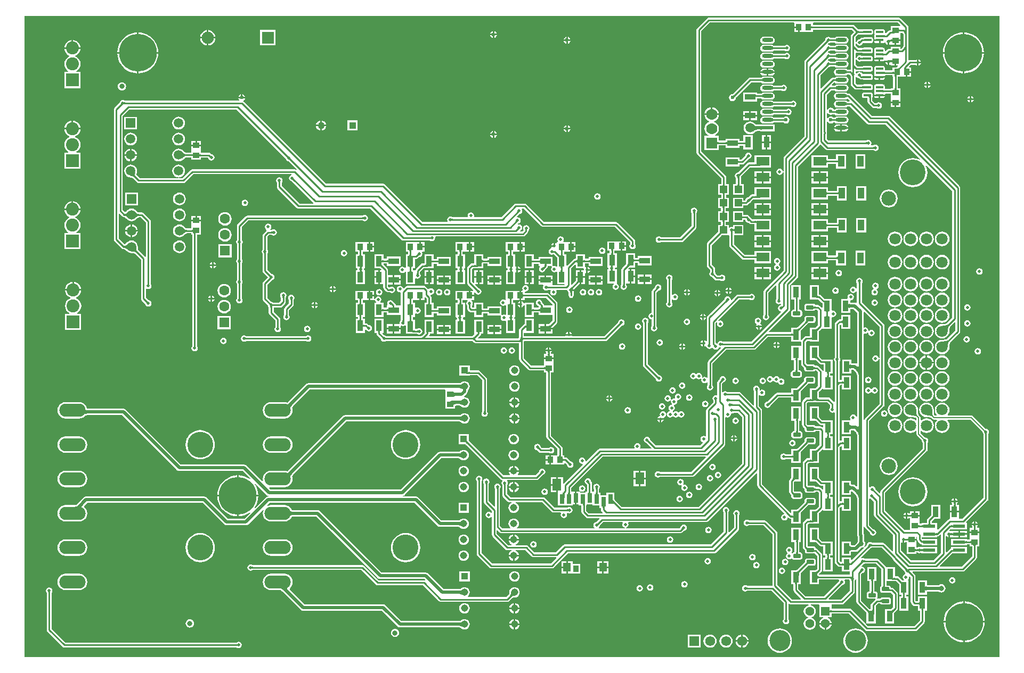
<source format=gbr>
%TF.GenerationSoftware,Altium Limited,Altium Designer,22.2.1 (43)*%
G04 Layer_Physical_Order=4*
G04 Layer_Color=16711680*
%FSLAX44Y44*%
%MOMM*%
%TF.SameCoordinates,040CE2E0-B857-4D47-B26F-9B72162B56B4*%
%TF.FilePolarity,Positive*%
%TF.FileFunction,Copper,L4,Bot,Signal*%
%TF.Part,Single*%
G01*
G75*
%TA.AperFunction,SMDPad,CuDef*%
%ADD16R,0.9800X0.9200*%
%ADD22R,0.9200X0.9800*%
%ADD23R,1.1500X1.1500*%
%ADD24R,1.7300X0.9700*%
%ADD26R,0.9700X1.7300*%
G04:AMPARAMS|DCode=27|XSize=1.19mm|YSize=0.4mm|CornerRadius=0.05mm|HoleSize=0mm|Usage=FLASHONLY|Rotation=0.000|XOffset=0mm|YOffset=0mm|HoleType=Round|Shape=RoundedRectangle|*
%AMROUNDEDRECTD27*
21,1,1.1900,0.3000,0,0,0.0*
21,1,1.0900,0.4000,0,0,0.0*
1,1,0.1000,0.5450,-0.1500*
1,1,0.1000,-0.5450,-0.1500*
1,1,0.1000,-0.5450,0.1500*
1,1,0.1000,0.5450,0.1500*
%
%ADD27ROUNDEDRECTD27*%
%TA.AperFunction,Conductor*%
%ADD51C,0.2540*%
%ADD53C,0.5080*%
%ADD54C,0.1270*%
%TA.AperFunction,ComponentPad*%
%ADD56C,4.0894*%
%ADD57C,2.3114*%
%ADD58C,1.8034*%
%ADD59C,1.5600*%
%ADD60R,1.5600X1.5600*%
%ADD61C,1.9500*%
%ADD62R,1.9500X1.9500*%
%ADD63C,1.1400*%
%ADD64R,1.1400X1.1400*%
%ADD65C,4.1148*%
%ADD66O,4.1910X2.0955*%
%ADD67C,1.7700*%
%ADD68R,1.7700X1.7700*%
%ADD69C,1.6050*%
%ADD70R,1.6050X1.6050*%
%ADD71C,1.4986*%
%ADD72R,1.4986X1.4986*%
%ADD73R,1.1000X1.1000*%
%ADD74C,1.1000*%
%ADD75C,2.0550*%
%ADD76R,2.0550X2.0550*%
%ADD77R,1.4280X1.4280*%
%ADD78C,1.4280*%
%ADD79C,3.3460*%
%TA.AperFunction,ViaPad*%
%ADD80C,0.5000*%
%ADD81C,0.8000*%
%ADD82C,6.0000*%
%ADD83C,0.6000*%
%ADD84C,1.5000*%
%TA.AperFunction,SMDPad,CuDef*%
%ADD85O,1.8000X0.6000*%
%ADD86R,1.8000X0.6000*%
G04:AMPARAMS|DCode=87|XSize=1.23mm|YSize=0.6mm|CornerRadius=0.075mm|HoleSize=0mm|Usage=FLASHONLY|Rotation=180.000|XOffset=0mm|YOffset=0mm|HoleType=Round|Shape=RoundedRectangle|*
%AMROUNDEDRECTD87*
21,1,1.2300,0.4500,0,0,180.0*
21,1,1.0800,0.6000,0,0,180.0*
1,1,0.1500,-0.5400,0.2250*
1,1,0.1500,0.5400,0.2250*
1,1,0.1500,0.5400,-0.2250*
1,1,0.1500,-0.5400,-0.2250*
%
%ADD87ROUNDEDRECTD87*%
%ADD88R,2.0900X1.3900*%
%ADD89R,1.9812X0.5588*%
%ADD90R,1.0600X1.8200*%
%ADD91R,0.8000X1.5000*%
%ADD92R,1.4000X1.9000*%
%ADD93R,1.3000X1.4000*%
%ADD94R,0.9500X1.0000*%
G36*
X1792570Y250190D02*
X242570D01*
Y1270190D01*
X1792570D01*
Y250190D01*
D02*
G37*
%LPC*%
G36*
X1471800Y1250950D02*
X1465930D01*
Y1244780D01*
X1471800D01*
Y1250950D01*
D02*
G37*
G36*
X1631950Y1267535D02*
X1329690D01*
X1328203Y1267239D01*
X1326943Y1266397D01*
X1311703Y1251157D01*
X1310861Y1249897D01*
X1310565Y1248410D01*
Y1052830D01*
X1310861Y1051343D01*
X1311703Y1050083D01*
X1349935Y1011851D01*
Y1002700D01*
X1345530D01*
Y986120D01*
X1349935D01*
Y981110D01*
X1345210D01*
Y964530D01*
X1349615D01*
Y959520D01*
X1345210D01*
Y942940D01*
X1349615D01*
Y937930D01*
X1345210D01*
Y926937D01*
X1344684Y926317D01*
X1328213Y909847D01*
X1327371Y908587D01*
X1327075Y907100D01*
Y873156D01*
X1327371Y871669D01*
X1328213Y870409D01*
X1332155Y866466D01*
Y863048D01*
X1331292Y861757D01*
X1330901Y859790D01*
X1331292Y857823D01*
X1332406Y856156D01*
X1334073Y855042D01*
X1335597Y854739D01*
X1339643Y850693D01*
X1340903Y849851D01*
X1342390Y849555D01*
X1348022D01*
X1349314Y848692D01*
X1351280Y848301D01*
X1353246Y848692D01*
X1354914Y849806D01*
X1356028Y851473D01*
X1356419Y853440D01*
X1356028Y855406D01*
X1354914Y857074D01*
X1353246Y858188D01*
X1351280Y858579D01*
X1349314Y858188D01*
X1348022Y857325D01*
X1343999D01*
X1341091Y860233D01*
X1340788Y861757D01*
X1339925Y863048D01*
Y868075D01*
X1339629Y869562D01*
X1338787Y870822D01*
X1334845Y874764D01*
Y905491D01*
X1350082Y920728D01*
X1350487Y921105D01*
X1350792Y921350D01*
X1361790D01*
X1362635Y920430D01*
Y905510D01*
X1362931Y904023D01*
X1363773Y902763D01*
X1382823Y883713D01*
X1384083Y882871D01*
X1385570Y882575D01*
X1402870D01*
Y876970D01*
X1428850D01*
Y895950D01*
X1402870D01*
Y890345D01*
X1387179D01*
X1370405Y907119D01*
Y921350D01*
X1385290D01*
Y937930D01*
X1368710D01*
Y935638D01*
X1367440Y934596D01*
X1366520Y934779D01*
X1364554Y934388D01*
X1363060Y933390D01*
X1361790Y933745D01*
Y937930D01*
X1357385D01*
Y942940D01*
X1361790D01*
Y959520D01*
X1357385D01*
Y964530D01*
X1361790D01*
Y981110D01*
X1357705D01*
Y986120D01*
X1362110D01*
Y1002700D01*
X1357705D01*
Y1013460D01*
X1357409Y1014947D01*
X1356567Y1016207D01*
X1318335Y1054439D01*
Y1246801D01*
X1331299Y1259765D01*
X1464704D01*
X1465930Y1259660D01*
X1465930Y1258495D01*
Y1253490D01*
X1473070D01*
Y1252220D01*
X1474340D01*
Y1244780D01*
X1480160D01*
X1480210Y1244780D01*
X1481430D01*
X1481480Y1244780D01*
X1495710D01*
Y1248335D01*
X1557281D01*
X1560717Y1244900D01*
X1556813Y1240997D01*
X1555971Y1239737D01*
X1555675Y1238250D01*
Y1221740D01*
Y1191260D01*
Y1185470D01*
X1555085Y1184985D01*
X1550908D01*
X1550637Y1185001D01*
X1550561Y1185010D01*
X1550504Y1185094D01*
X1548672Y1186319D01*
X1546510Y1186749D01*
X1534510D01*
X1532348Y1186319D01*
X1530516Y1185094D01*
X1529292Y1183262D01*
X1528862Y1181100D01*
X1529292Y1178938D01*
X1530516Y1177106D01*
X1532348Y1175881D01*
X1534510Y1175452D01*
X1546510D01*
X1548672Y1175881D01*
X1550504Y1177106D01*
X1550552Y1177177D01*
X1551002Y1177215D01*
X1553475D01*
X1554560Y1176131D01*
X1554680Y1175978D01*
X1554682Y1175974D01*
X1554684Y1175971D01*
X1554812Y1175323D01*
X1555675Y1174032D01*
Y1162050D01*
X1555971Y1160563D01*
X1556813Y1159303D01*
X1561743Y1154373D01*
X1563004Y1153531D01*
X1564490Y1153235D01*
X1574340D01*
X1574660Y1153216D01*
X1574766Y1153203D01*
X1574822Y1153144D01*
X1575076Y1153031D01*
X1575488Y1152756D01*
X1576674Y1152520D01*
X1587574D01*
X1588760Y1152756D01*
X1589766Y1153428D01*
X1590437Y1154434D01*
X1590673Y1155620D01*
Y1158620D01*
X1590437Y1159806D01*
X1589766Y1160812D01*
X1588760Y1161484D01*
X1587574Y1161719D01*
X1576674D01*
X1575488Y1161484D01*
X1575076Y1161208D01*
X1574822Y1161096D01*
X1574775Y1161046D01*
X1574236Y1161004D01*
X1566099D01*
X1563445Y1163659D01*
Y1173048D01*
X1563899Y1173436D01*
X1565540Y1173204D01*
X1566086Y1172386D01*
X1567753Y1171272D01*
X1569277Y1170969D01*
X1569663Y1170583D01*
X1570923Y1169741D01*
X1572410Y1169445D01*
X1574340D01*
X1574660Y1169427D01*
X1574766Y1169414D01*
X1574822Y1169354D01*
X1575076Y1169241D01*
X1575488Y1168967D01*
X1576674Y1168731D01*
X1587574D01*
X1588760Y1168967D01*
X1589766Y1169638D01*
X1590437Y1170644D01*
X1590673Y1171830D01*
Y1174830D01*
X1590437Y1176016D01*
X1589766Y1177022D01*
X1588760Y1177694D01*
X1587574Y1177930D01*
X1576674D01*
X1575488Y1177694D01*
X1574256Y1178303D01*
X1573354Y1179654D01*
X1571687Y1180768D01*
X1569720Y1181159D01*
X1567753Y1180768D01*
X1566086Y1179654D01*
X1565653Y1179004D01*
X1564308Y1179257D01*
X1563445Y1180548D01*
Y1181652D01*
X1564426Y1182458D01*
X1564490Y1182445D01*
X1574340D01*
X1574660Y1182426D01*
X1574766Y1182413D01*
X1574822Y1182354D01*
X1575076Y1182241D01*
X1575488Y1181966D01*
X1576674Y1181730D01*
X1587574D01*
X1588760Y1181966D01*
X1589766Y1182638D01*
X1590437Y1183644D01*
X1590673Y1184830D01*
Y1187830D01*
X1590437Y1189016D01*
X1589766Y1190022D01*
X1588760Y1190694D01*
X1587574Y1190929D01*
X1576674D01*
X1575488Y1190694D01*
X1575076Y1190418D01*
X1574822Y1190306D01*
X1574775Y1190256D01*
X1574236Y1190214D01*
X1566099D01*
X1564178Y1192136D01*
X1564064Y1192278D01*
X1563911Y1192504D01*
X1563781Y1192732D01*
X1563674Y1192964D01*
X1563586Y1193204D01*
X1563516Y1193457D01*
X1563465Y1193726D01*
X1563445Y1193906D01*
Y1201894D01*
X1564715Y1202020D01*
X1564972Y1200723D01*
X1566086Y1199056D01*
X1567753Y1197942D01*
X1569720Y1197551D01*
X1571687Y1197942D01*
X1572741Y1198647D01*
X1572793Y1198654D01*
X1572811Y1198655D01*
X1574340D01*
X1574660Y1198637D01*
X1574766Y1198624D01*
X1574822Y1198564D01*
X1575076Y1198452D01*
X1575488Y1198176D01*
X1576674Y1197941D01*
X1587574D01*
X1588760Y1198176D01*
X1589766Y1198848D01*
X1590437Y1199854D01*
X1590673Y1201040D01*
Y1204040D01*
X1590437Y1205226D01*
X1589766Y1206232D01*
X1588760Y1206904D01*
X1587574Y1207140D01*
X1576674D01*
X1575488Y1206904D01*
X1575076Y1206629D01*
X1574822Y1206516D01*
X1574775Y1206467D01*
X1574236Y1206425D01*
X1573202D01*
X1571687Y1207438D01*
X1569720Y1207829D01*
X1567753Y1207438D01*
X1566086Y1206324D01*
X1564972Y1204657D01*
X1564715Y1203361D01*
X1563445Y1203486D01*
Y1211094D01*
X1564715Y1211863D01*
X1565760Y1211655D01*
X1574340D01*
X1574660Y1211636D01*
X1574766Y1211623D01*
X1574822Y1211564D01*
X1575076Y1211451D01*
X1575488Y1211176D01*
X1576674Y1210940D01*
X1587574D01*
X1588760Y1211176D01*
X1589766Y1211848D01*
X1590437Y1212854D01*
X1590673Y1214040D01*
Y1217040D01*
X1590437Y1218226D01*
X1589766Y1219232D01*
X1588760Y1219903D01*
X1587574Y1220139D01*
X1576674D01*
X1575488Y1219903D01*
X1575076Y1219629D01*
X1574822Y1219516D01*
X1574775Y1219466D01*
X1574236Y1219425D01*
X1567369D01*
X1564178Y1222616D01*
X1564064Y1222758D01*
X1563911Y1222984D01*
X1563781Y1223212D01*
X1563674Y1223444D01*
X1563586Y1223684D01*
X1563516Y1223937D01*
X1563465Y1224206D01*
X1563445Y1224386D01*
Y1227294D01*
X1564715Y1227420D01*
X1564972Y1226124D01*
X1566086Y1224456D01*
X1567753Y1223342D01*
X1569720Y1222951D01*
X1571687Y1223342D01*
X1573354Y1224456D01*
X1574468Y1226124D01*
X1574636Y1226972D01*
X1574688Y1227038D01*
X1574922Y1227229D01*
X1575980Y1227582D01*
X1576048Y1227536D01*
X1577234Y1227300D01*
X1588134D01*
X1589320Y1227536D01*
X1590326Y1228208D01*
X1590998Y1229214D01*
X1591234Y1230400D01*
Y1233400D01*
X1590998Y1234586D01*
X1590326Y1235592D01*
X1589320Y1236264D01*
X1588134Y1236500D01*
X1577234D01*
X1576048Y1236264D01*
X1575636Y1235989D01*
X1575382Y1235876D01*
X1575335Y1235826D01*
X1574797Y1235785D01*
X1573530D01*
X1572043Y1235489D01*
X1570783Y1234647D01*
X1569277Y1233141D01*
X1567753Y1232838D01*
X1566086Y1231724D01*
X1564972Y1230057D01*
X1564715Y1228761D01*
X1563445Y1228886D01*
Y1236641D01*
X1567086Y1240282D01*
X1567228Y1240396D01*
X1567454Y1240550D01*
X1567682Y1240679D01*
X1567914Y1240787D01*
X1568154Y1240875D01*
X1568407Y1240944D01*
X1568676Y1240996D01*
X1568856Y1241016D01*
X1574900D01*
X1575220Y1240997D01*
X1575326Y1240984D01*
X1575382Y1240925D01*
X1575636Y1240812D01*
X1576048Y1240537D01*
X1577234Y1240301D01*
X1588134D01*
X1589320Y1240537D01*
X1590326Y1241208D01*
X1590998Y1242214D01*
X1591234Y1243400D01*
Y1246400D01*
X1590998Y1247586D01*
X1590326Y1248592D01*
X1589320Y1249264D01*
X1588134Y1249500D01*
X1577234D01*
X1576048Y1249264D01*
X1575636Y1248989D01*
X1575382Y1248876D01*
X1575335Y1248827D01*
X1574797Y1248785D01*
X1568857D01*
X1568676Y1248805D01*
X1568407Y1248856D01*
X1568154Y1248926D01*
X1567914Y1249014D01*
X1567682Y1249122D01*
X1567454Y1249251D01*
X1567228Y1249405D01*
X1567086Y1249518D01*
X1561637Y1254967D01*
X1560377Y1255809D01*
X1558891Y1256105D01*
X1496608D01*
X1495710Y1257003D01*
X1495710Y1259660D01*
X1496936Y1259765D01*
X1630341D01*
X1634508Y1255598D01*
X1634460Y1255504D01*
X1634460Y1255504D01*
X1633900Y1254410D01*
X1633210Y1254410D01*
X1619430D01*
Y1247825D01*
X1618590D01*
X1617103Y1247529D01*
X1615843Y1246687D01*
X1612160Y1243004D01*
X1610686Y1243082D01*
X1610434Y1243400D01*
Y1246400D01*
X1610198Y1247586D01*
X1609526Y1248592D01*
X1608520Y1249264D01*
X1607334Y1249500D01*
X1596434D01*
X1595248Y1249264D01*
X1594242Y1248592D01*
X1593570Y1247586D01*
X1593335Y1246400D01*
Y1243400D01*
X1593570Y1242214D01*
X1593947Y1241650D01*
X1593570Y1241086D01*
X1593335Y1239900D01*
Y1236900D01*
X1593570Y1235714D01*
X1593947Y1235150D01*
X1593570Y1234586D01*
X1593335Y1233400D01*
Y1233170D01*
X1601884D01*
Y1231900D01*
X1603154D01*
Y1227300D01*
X1607334D01*
X1608520Y1227536D01*
X1609270Y1228037D01*
X1610245Y1227823D01*
X1610650Y1227605D01*
X1610692Y1227393D01*
X1611806Y1225726D01*
X1613474Y1224612D01*
X1614170Y1224474D01*
Y1229360D01*
X1616710D01*
Y1224474D01*
X1617406Y1224612D01*
X1618160Y1225116D01*
X1619430Y1224630D01*
Y1224630D01*
X1625600D01*
Y1231770D01*
X1626870D01*
Y1233040D01*
X1634310D01*
Y1238860D01*
X1634310Y1238910D01*
Y1240130D01*
X1634310Y1240180D01*
Y1243385D01*
X1637831D01*
X1638762Y1242454D01*
X1638875Y1242312D01*
X1639029Y1242086D01*
X1639159Y1241858D01*
X1639266Y1241626D01*
X1639354Y1241386D01*
X1639424Y1241133D01*
X1639475Y1240864D01*
X1639495Y1240684D01*
Y1223116D01*
X1639475Y1222936D01*
X1639424Y1222667D01*
X1639354Y1222414D01*
X1639266Y1222174D01*
X1639158Y1221942D01*
X1639029Y1221714D01*
X1638875Y1221488D01*
X1638762Y1221346D01*
X1635580Y1218164D01*
X1634310Y1218205D01*
Y1221390D01*
X1619430D01*
Y1218135D01*
X1616840D01*
X1615353Y1217839D01*
X1614093Y1216997D01*
X1611144Y1214047D01*
X1609874Y1214574D01*
Y1217040D01*
X1609638Y1218226D01*
X1608966Y1219232D01*
X1607960Y1219903D01*
X1606774Y1220139D01*
X1595874D01*
X1594688Y1219903D01*
X1593683Y1219232D01*
X1593011Y1218226D01*
X1592775Y1217040D01*
Y1214040D01*
X1593011Y1212854D01*
X1593387Y1212290D01*
X1593011Y1211726D01*
X1592775Y1210540D01*
Y1207540D01*
X1593011Y1206354D01*
X1593387Y1205790D01*
X1593011Y1205226D01*
X1592775Y1204040D01*
Y1203810D01*
X1601324D01*
Y1202540D01*
X1602594D01*
Y1197941D01*
X1606774D01*
X1607960Y1198176D01*
X1608966Y1198848D01*
X1609267Y1199299D01*
X1609374Y1199460D01*
X1610571Y1198964D01*
X1610554Y1198880D01*
X1615440D01*
Y1197610D01*
X1616710D01*
Y1192724D01*
X1617406Y1192862D01*
X1618160Y1193366D01*
X1619430Y1192687D01*
Y1191610D01*
X1625600D01*
Y1198750D01*
X1628140D01*
Y1191610D01*
X1630227D01*
X1630713Y1190437D01*
X1629508Y1189232D01*
X1629404Y1189143D01*
X1629178Y1188974D01*
X1628971Y1188839D01*
X1628786Y1188738D01*
X1628623Y1188664D01*
X1628482Y1188615D01*
X1628358Y1188584D01*
X1628249Y1188568D01*
X1628018Y1188556D01*
X1627954Y1188540D01*
X1622140D01*
Y1183715D01*
X1610653D01*
X1609847Y1184696D01*
X1609874Y1184830D01*
Y1187830D01*
X1609638Y1189016D01*
X1608966Y1190022D01*
X1607960Y1190694D01*
X1606774Y1190929D01*
X1595874D01*
X1594688Y1190694D01*
X1593683Y1190022D01*
X1593011Y1189016D01*
X1592775Y1187830D01*
Y1184830D01*
X1593011Y1183644D01*
X1593387Y1183080D01*
X1593011Y1182516D01*
X1592775Y1181330D01*
Y1178330D01*
X1593011Y1177144D01*
X1593387Y1176580D01*
X1593011Y1176016D01*
X1592775Y1174830D01*
Y1174600D01*
X1601324D01*
X1609874D01*
Y1174830D01*
X1609847Y1174964D01*
X1610653Y1175945D01*
X1622140D01*
Y1173660D01*
X1622855D01*
Y1156255D01*
X1622000Y1155369D01*
X1621904Y1155350D01*
X1619430D01*
Y1154505D01*
X1610653D01*
X1609847Y1155486D01*
X1609874Y1155620D01*
Y1158620D01*
X1609638Y1159806D01*
X1608966Y1160812D01*
X1607960Y1161484D01*
X1606774Y1161719D01*
X1595874D01*
X1594688Y1161484D01*
X1593683Y1160812D01*
X1593011Y1159806D01*
X1592775Y1158620D01*
Y1155620D01*
X1593011Y1154434D01*
X1593387Y1153870D01*
X1593011Y1153306D01*
X1592775Y1152120D01*
Y1149120D01*
X1593011Y1147934D01*
X1593387Y1147370D01*
X1593011Y1146806D01*
X1592775Y1145620D01*
Y1145390D01*
X1601324D01*
X1609874D01*
Y1145620D01*
X1609847Y1145754D01*
X1610653Y1146735D01*
X1619430D01*
Y1141120D01*
X1619430Y1141070D01*
Y1139850D01*
X1619430Y1139800D01*
Y1133980D01*
X1626870D01*
X1634310D01*
Y1139800D01*
X1634310Y1139850D01*
Y1141070D01*
X1634310Y1141120D01*
Y1155350D01*
X1630625D01*
Y1173660D01*
X1636370D01*
X1636420Y1173660D01*
Y1173660D01*
X1637640D01*
Y1173660D01*
X1643510D01*
Y1181100D01*
X1644780D01*
Y1182370D01*
X1651920D01*
Y1188540D01*
X1649083D01*
X1648597Y1189713D01*
X1651339Y1192455D01*
X1659172D01*
X1660464Y1191592D01*
X1661160Y1191454D01*
Y1196340D01*
Y1201226D01*
X1660464Y1201088D01*
X1659172Y1200225D01*
X1649730D01*
X1648535Y1199987D01*
X1647265Y1200686D01*
Y1220470D01*
Y1243330D01*
Y1252220D01*
X1646969Y1253707D01*
X1646127Y1254967D01*
X1634697Y1266397D01*
X1633437Y1267239D01*
X1631950Y1267535D01*
D02*
G37*
G36*
X989330Y1246186D02*
Y1242060D01*
X993456D01*
X993279Y1242952D01*
X992054Y1244784D01*
X990222Y1246009D01*
X989330Y1246186D01*
D02*
G37*
G36*
X986790D02*
X985898Y1246009D01*
X984066Y1244784D01*
X982841Y1242952D01*
X982664Y1242060D01*
X986790D01*
Y1246186D01*
D02*
G37*
G36*
X535280Y1247939D02*
Y1236980D01*
X546239D01*
X545984Y1238918D01*
X544745Y1241908D01*
X542775Y1244475D01*
X540208Y1246445D01*
X537218Y1247684D01*
X535280Y1247939D01*
D02*
G37*
G36*
X532740D02*
X530802Y1247684D01*
X527812Y1246445D01*
X525245Y1244475D01*
X523275Y1241908D01*
X522036Y1238918D01*
X521781Y1236980D01*
X532740D01*
Y1247939D01*
D02*
G37*
G36*
X1546510Y1237549D02*
X1534510D01*
X1532348Y1237119D01*
X1530516Y1235894D01*
X1530468Y1235823D01*
X1530018Y1235785D01*
X1523448D01*
X1522157Y1236648D01*
X1520190Y1237039D01*
X1518224Y1236648D01*
X1516556Y1235534D01*
X1515442Y1233867D01*
X1515139Y1232343D01*
X1483153Y1200357D01*
X1482311Y1199097D01*
X1482015Y1197610D01*
Y1078569D01*
X1450133Y1046687D01*
X1449291Y1045427D01*
X1448995Y1043940D01*
Y1023146D01*
X1447725Y1023020D01*
X1447468Y1024316D01*
X1446354Y1025984D01*
X1444686Y1027098D01*
X1442720Y1027489D01*
X1440753Y1027098D01*
X1439086Y1025984D01*
X1437972Y1024316D01*
X1437581Y1022350D01*
X1437972Y1020384D01*
X1439086Y1018716D01*
X1440753Y1017602D01*
X1442720Y1017211D01*
X1444686Y1017602D01*
X1446354Y1018716D01*
X1447468Y1020384D01*
X1447725Y1021680D01*
X1448995Y1021554D01*
Y865209D01*
X1418383Y834597D01*
X1417541Y833337D01*
X1417245Y831850D01*
Y794468D01*
X1416382Y793176D01*
X1415991Y791210D01*
X1416382Y789243D01*
X1417496Y787576D01*
X1419164Y786462D01*
X1421130Y786071D01*
X1423096Y786462D01*
X1424764Y787576D01*
X1425878Y789243D01*
X1426269Y791210D01*
X1425878Y793176D01*
X1425015Y794468D01*
Y830241D01*
X1436392Y841618D01*
X1437565Y841132D01*
Y819868D01*
X1436702Y818577D01*
X1436311Y816610D01*
X1436702Y814643D01*
X1437816Y812976D01*
X1439483Y811862D01*
X1441450Y811471D01*
X1443416Y811862D01*
X1443419Y811864D01*
X1444690Y811243D01*
X1444786Y810377D01*
X1444627Y810219D01*
X1444612Y810206D01*
X1444583Y810184D01*
X1443293Y809928D01*
X1441626Y808814D01*
X1440512Y807147D01*
X1440121Y805180D01*
X1440512Y803214D01*
X1441626Y801546D01*
X1443293Y800432D01*
X1444427Y800207D01*
X1444845Y798829D01*
X1397931Y751915D01*
X1351998D01*
X1350706Y752778D01*
X1348740Y753169D01*
X1346774Y752778D01*
X1345106Y751664D01*
X1343992Y749996D01*
X1343851Y749284D01*
X1343087Y748968D01*
X1342448Y749094D01*
X1342380Y749138D01*
X1342233Y749266D01*
X1341195Y750305D01*
Y781981D01*
X1342378Y783164D01*
X1343433Y782457D01*
X1343042Y780490D01*
X1343433Y778524D01*
X1344547Y776857D01*
X1346214Y775743D01*
X1348180Y775351D01*
X1350147Y775743D01*
X1351814Y776857D01*
X1352928Y778524D01*
X1353319Y780490D01*
X1352928Y782457D01*
X1351814Y784124D01*
X1350147Y785238D01*
X1348180Y785629D01*
X1346214Y785238D01*
X1345506Y786292D01*
X1378289Y819075D01*
X1395012D01*
X1396304Y818212D01*
X1398270Y817821D01*
X1400237Y818212D01*
X1401904Y819326D01*
X1403018Y820993D01*
X1403409Y822960D01*
X1403018Y824927D01*
X1401904Y826594D01*
X1400237Y827708D01*
X1398270Y828099D01*
X1396304Y827708D01*
X1395012Y826845D01*
X1376680D01*
X1375193Y826549D01*
X1373933Y825707D01*
X1366412Y818186D01*
X1365241Y818811D01*
X1365309Y819150D01*
X1364918Y821116D01*
X1363804Y822784D01*
X1362137Y823898D01*
X1360170Y824289D01*
X1358203Y823898D01*
X1356536Y822784D01*
X1355422Y821116D01*
X1355119Y819593D01*
X1328213Y792687D01*
X1327371Y791427D01*
X1327075Y789940D01*
Y753167D01*
X1325805Y752781D01*
X1325704Y752934D01*
X1324037Y754048D01*
X1323340Y754186D01*
Y749300D01*
Y744414D01*
X1324037Y744552D01*
X1324633Y744951D01*
X1326045Y744367D01*
X1326212Y743523D01*
X1327326Y741856D01*
X1328994Y740742D01*
X1330960Y740351D01*
X1332926Y740742D01*
X1334594Y741856D01*
X1335027Y742506D01*
X1336372Y742253D01*
X1337486Y740586D01*
X1339153Y739472D01*
X1341120Y739081D01*
X1343087Y739472D01*
X1344754Y740586D01*
X1345868Y742253D01*
X1346009Y742966D01*
X1346774Y743282D01*
X1348740Y742891D01*
X1349079Y742959D01*
X1349704Y741788D01*
X1329483Y721567D01*
X1328641Y720307D01*
X1328345Y718820D01*
Y694747D01*
X1327075Y694361D01*
X1326974Y694514D01*
X1325307Y695628D01*
X1323340Y696019D01*
X1321373Y695628D01*
X1320431Y694998D01*
X1319298Y695768D01*
X1319589Y697230D01*
X1319198Y699196D01*
X1318084Y700864D01*
X1316416Y701978D01*
X1314450Y702369D01*
X1312484Y701978D01*
X1310816Y700864D01*
X1310640Y700600D01*
X1309370D01*
X1309194Y700864D01*
X1307527Y701978D01*
X1305560Y702369D01*
X1303593Y701978D01*
X1301926Y700864D01*
X1300812Y699196D01*
X1300421Y697230D01*
X1300812Y695264D01*
X1301926Y693596D01*
X1303593Y692482D01*
X1305560Y692091D01*
X1307527Y692482D01*
X1309194Y693596D01*
X1309370Y693860D01*
X1310640D01*
X1310816Y693596D01*
X1312484Y692482D01*
X1314450Y692091D01*
X1316416Y692482D01*
X1317359Y693112D01*
X1318492Y692342D01*
X1318201Y690880D01*
X1318592Y688913D01*
X1319706Y687246D01*
X1321373Y686132D01*
X1323340Y685741D01*
X1325307Y686132D01*
X1326974Y687246D01*
X1327075Y687399D01*
X1328345Y687013D01*
Y682708D01*
X1327482Y681416D01*
X1327091Y679450D01*
X1327482Y677484D01*
X1328596Y675816D01*
X1330264Y674702D01*
X1332230Y674311D01*
X1334196Y674702D01*
X1335864Y675816D01*
X1336978Y677484D01*
X1337369Y679450D01*
X1336978Y681416D01*
X1336115Y682708D01*
Y717211D01*
X1357969Y739065D01*
X1402080D01*
X1403567Y739361D01*
X1404827Y740203D01*
X1424009Y759385D01*
X1461170D01*
Y752080D01*
X1475665D01*
X1475950Y752080D01*
X1476935Y751393D01*
Y745937D01*
X1475950Y745250D01*
X1475665Y745250D01*
X1461170D01*
Y722870D01*
X1465505D01*
Y706113D01*
X1463990D01*
X1462706Y705857D01*
X1461618Y705130D01*
X1460891Y704042D01*
X1460636Y702758D01*
Y698258D01*
X1460891Y696975D01*
X1461618Y695886D01*
X1462706Y695159D01*
X1463990Y694904D01*
X1474790D01*
X1476074Y695159D01*
X1477162Y695886D01*
X1477889Y696975D01*
X1478145Y698258D01*
Y702758D01*
X1477889Y704042D01*
X1477162Y705130D01*
X1476074Y705857D01*
X1474790Y706113D01*
X1473275D01*
Y722870D01*
X1475665D01*
X1475950Y722870D01*
X1476935Y722183D01*
Y716628D01*
X1477231Y715142D01*
X1478073Y713882D01*
X1481264Y710691D01*
X1481640Y710286D01*
X1481835Y710043D01*
Y707758D01*
X1482091Y706475D01*
X1482818Y705387D01*
X1483906Y704659D01*
X1485190Y704404D01*
X1495990D01*
X1497274Y704659D01*
X1498362Y705387D01*
X1498855Y706124D01*
X1500504D01*
X1503605Y703023D01*
Y681489D01*
X1500678Y678562D01*
X1500273Y678185D01*
X1499968Y677940D01*
X1490770D01*
Y663255D01*
X1486140D01*
X1484653Y662959D01*
X1483393Y662117D01*
X1479343Y658067D01*
X1478501Y656807D01*
X1478205Y655320D01*
Y619668D01*
X1478501Y618182D01*
X1479343Y616922D01*
X1482094Y614170D01*
X1482471Y613766D01*
X1482666Y613523D01*
Y611239D01*
X1482921Y609955D01*
X1483648Y608867D01*
X1484736Y608139D01*
X1486020Y607884D01*
X1496820D01*
X1498104Y608139D01*
X1499192Y608867D01*
X1499684Y609604D01*
X1505802D01*
X1506145Y609261D01*
Y587509D01*
X1500678Y582042D01*
X1500273Y581665D01*
X1499968Y581420D01*
X1490770D01*
Y566735D01*
X1487410D01*
X1485923Y566439D01*
X1484663Y565597D01*
X1480613Y561547D01*
X1479771Y560287D01*
X1479475Y558800D01*
Y521878D01*
X1479771Y520392D01*
X1480613Y519132D01*
X1482094Y517650D01*
X1482471Y517246D01*
X1482666Y517004D01*
Y514719D01*
X1482921Y513435D01*
X1483648Y512346D01*
X1484736Y511619D01*
X1486020Y511364D01*
X1496820D01*
X1498104Y511619D01*
X1499192Y512346D01*
X1499684Y513084D01*
X1503262D01*
X1504875Y511471D01*
Y489719D01*
X1500678Y485522D01*
X1500273Y485145D01*
X1499968Y484900D01*
X1490770D01*
Y470215D01*
X1487410D01*
X1485923Y469919D01*
X1484663Y469077D01*
X1480613Y465027D01*
X1479771Y463767D01*
X1479475Y462280D01*
Y425439D01*
X1479771Y423952D01*
X1480613Y422692D01*
X1482174Y421131D01*
X1482551Y420726D01*
X1482746Y420484D01*
Y418199D01*
X1483001Y416915D01*
X1483728Y415827D01*
X1484816Y415100D01*
X1486100Y414844D01*
X1496900D01*
X1497410Y414946D01*
X1497432Y414943D01*
X1497496Y414963D01*
X1497815Y415026D01*
X1497903Y415034D01*
X1497933Y415050D01*
X1498184Y415100D01*
X1498262Y415152D01*
X1498320Y415156D01*
X1502335Y411141D01*
Y390659D01*
X1500678Y389001D01*
X1500273Y388625D01*
X1499968Y388380D01*
X1490770D01*
Y366000D01*
X1505550D01*
Y373305D01*
X1536687D01*
X1537366Y372035D01*
X1537032Y371536D01*
X1536729Y370013D01*
X1513501Y346785D01*
X1483699D01*
X1472445Y358039D01*
Y366000D01*
X1475950D01*
Y380395D01*
X1476025Y380770D01*
Y383560D01*
X1476438Y384044D01*
X1487668Y395273D01*
X1488073Y395649D01*
X1488315Y395844D01*
X1496900D01*
X1498184Y396100D01*
X1499272Y396827D01*
X1499999Y397915D01*
X1500254Y399199D01*
Y403699D01*
X1499999Y404982D01*
X1499272Y406071D01*
X1498184Y406798D01*
X1496900Y407053D01*
X1486100D01*
X1484816Y406798D01*
X1483728Y406071D01*
X1483001Y404982D01*
X1482746Y403699D01*
Y401422D01*
X1482269Y400862D01*
X1471024Y389616D01*
X1470116Y388817D01*
X1469735Y388526D01*
X1469515Y388380D01*
X1461170D01*
Y366000D01*
X1464675D01*
Y356430D01*
X1464971Y354943D01*
X1465813Y353683D01*
X1476618Y342878D01*
X1476132Y341705D01*
X1462109D01*
X1438985Y364829D01*
Y447040D01*
X1438689Y448527D01*
X1437847Y449787D01*
X1421337Y466297D01*
X1420077Y467139D01*
X1418590Y467435D01*
X1393908D01*
X1392616Y468298D01*
X1390650Y468689D01*
X1388683Y468298D01*
X1387016Y467184D01*
X1385902Y465517D01*
X1385511Y463550D01*
X1385902Y461584D01*
X1387016Y459916D01*
X1388683Y458802D01*
X1390650Y458411D01*
X1392616Y458802D01*
X1393908Y459665D01*
X1416981D01*
X1431215Y445431D01*
Y363295D01*
X1391368D01*
X1390076Y364158D01*
X1388110Y364549D01*
X1386143Y364158D01*
X1384476Y363044D01*
X1383362Y361376D01*
X1382971Y359410D01*
X1383362Y357444D01*
X1384476Y355776D01*
X1386143Y354662D01*
X1388110Y354271D01*
X1390076Y354662D01*
X1391368Y355525D01*
X1429681D01*
X1448995Y336211D01*
Y310598D01*
X1448132Y309307D01*
X1447741Y307340D01*
X1448132Y305373D01*
X1449246Y303706D01*
X1450914Y302592D01*
X1452880Y302201D01*
X1454846Y302592D01*
X1456514Y303706D01*
X1457628Y305373D01*
X1458019Y307340D01*
X1457628Y309307D01*
X1456765Y310598D01*
Y334441D01*
X1458035Y334885D01*
X1459013Y334231D01*
X1460500Y333935D01*
X1488582D01*
X1488665Y332665D01*
X1488143Y332597D01*
X1485788Y331621D01*
X1483766Y330070D01*
X1482215Y328047D01*
X1481239Y325693D01*
X1480907Y323166D01*
X1481239Y320639D01*
X1482215Y318284D01*
X1483766Y316262D01*
X1485788Y314710D01*
X1487925Y313825D01*
X1488042Y313165D01*
X1487925Y312506D01*
X1485788Y311621D01*
X1483766Y310069D01*
X1482215Y308047D01*
X1481239Y305692D01*
X1480907Y303165D01*
X1481239Y300638D01*
X1482215Y298284D01*
X1483766Y296261D01*
X1485788Y294710D01*
X1488143Y293734D01*
X1490670Y293402D01*
X1493197Y293734D01*
X1495552Y294710D01*
X1497574Y296261D01*
X1499126Y298284D01*
X1500101Y300638D01*
X1500434Y303165D01*
X1500101Y305692D01*
X1499126Y308047D01*
X1497574Y310069D01*
X1495552Y311621D01*
X1493415Y312506D01*
X1493298Y313165D01*
X1493415Y313825D01*
X1495552Y314710D01*
X1497574Y316262D01*
X1499126Y318284D01*
X1500101Y320639D01*
X1500434Y323166D01*
X1500101Y325693D01*
X1499126Y328047D01*
X1497574Y330070D01*
X1495552Y331621D01*
X1493197Y332597D01*
X1492675Y332665D01*
X1492758Y333935D01*
X1505554D01*
X1505990Y332846D01*
X1505990D01*
Y313486D01*
X1511972D01*
X1512224Y312216D01*
X1510788Y311621D01*
X1508766Y310069D01*
X1507214Y308047D01*
X1506239Y305692D01*
X1506073Y304435D01*
X1525266D01*
X1525101Y305692D01*
X1524125Y308047D01*
X1522574Y310069D01*
X1520552Y311621D01*
X1519115Y312216D01*
X1519368Y313486D01*
X1525350D01*
Y319281D01*
X1552285D01*
X1578843Y292723D01*
X1580103Y291881D01*
X1581590Y291585D01*
X1658180D01*
X1659667Y291881D01*
X1660927Y292723D01*
X1672357Y304153D01*
X1673199Y305413D01*
X1673495Y306900D01*
Y324090D01*
X1677000D01*
Y346470D01*
X1662220D01*
Y339165D01*
X1658959D01*
X1658695Y339429D01*
Y378460D01*
X1658399Y379947D01*
X1657557Y381207D01*
X1653932Y384832D01*
X1654418Y386005D01*
X1733550D01*
X1735037Y386301D01*
X1736297Y387143D01*
X1755217Y406063D01*
X1756059Y407323D01*
X1756355Y408810D01*
Y425800D01*
X1760040D01*
Y440030D01*
X1760040Y440080D01*
Y441300D01*
X1760040Y441350D01*
Y447170D01*
X1752600D01*
X1745160D01*
Y441350D01*
X1745160Y441300D01*
Y440080D01*
X1745160Y440030D01*
Y436955D01*
X1740304D01*
Y438404D01*
X1715412D01*
Y427736D01*
X1740304D01*
Y429185D01*
X1745160D01*
Y425800D01*
X1748585D01*
Y410419D01*
X1731941Y393775D01*
X1697598D01*
X1697112Y394948D01*
X1717200Y415036D01*
X1717868D01*
X1717961Y415017D01*
X1718062Y415036D01*
X1740304D01*
Y425704D01*
X1715412D01*
Y423054D01*
X1714458Y422864D01*
X1713198Y422022D01*
X1708128Y416952D01*
X1706955Y417438D01*
Y441903D01*
X1708225Y442289D01*
X1708326Y442136D01*
X1709993Y441022D01*
X1710690Y440884D01*
Y445770D01*
X1713230D01*
Y440884D01*
X1713927Y441022D01*
X1714142Y441166D01*
X1715412Y440488D01*
Y440436D01*
X1726588D01*
Y445770D01*
Y451104D01*
X1715412D01*
Y451053D01*
X1714142Y450374D01*
X1713927Y450518D01*
X1712793Y450743D01*
X1712375Y452121D01*
X1714142Y453888D01*
X1715412Y453362D01*
Y453136D01*
X1740304D01*
Y463804D01*
X1739687D01*
X1739201Y464977D01*
X1773127Y498903D01*
X1773969Y500163D01*
X1774265Y501650D01*
Y605072D01*
X1775128Y606363D01*
X1775519Y608330D01*
X1775128Y610297D01*
X1774014Y611964D01*
X1772346Y613078D01*
X1770380Y613469D01*
X1770151Y613423D01*
X1770014Y613432D01*
X1769903Y613447D01*
X1769827Y613461D01*
X1749809Y633479D01*
X1748759Y634181D01*
X1747520Y634427D01*
X1710335D01*
X1709709Y635697D01*
X1711133Y637554D01*
X1712298Y640365D01*
X1712695Y643382D01*
X1712298Y646399D01*
X1711133Y649210D01*
X1709281Y651625D01*
X1706866Y653477D01*
X1704055Y654641D01*
X1701038Y655039D01*
X1698021Y654641D01*
X1695210Y653477D01*
X1692795Y651625D01*
X1690943Y649210D01*
X1689778Y646399D01*
X1689381Y643382D01*
X1689778Y640365D01*
X1690943Y637554D01*
X1692368Y635697D01*
X1691741Y634427D01*
X1689679D01*
X1688643Y635463D01*
X1688625Y635486D01*
X1688529Y635662D01*
X1688385Y636038D01*
X1688228Y636603D01*
X1688082Y637339D01*
X1687963Y638187D01*
X1687754Y641840D01*
X1687753Y643002D01*
X1687803Y643382D01*
X1687406Y646399D01*
X1686241Y649210D01*
X1684389Y651625D01*
X1681974Y653477D01*
X1679163Y654641D01*
X1676146Y655039D01*
X1673129Y654641D01*
X1670318Y653477D01*
X1667903Y651625D01*
X1666051Y649210D01*
X1664886Y646399D01*
X1664489Y643382D01*
X1664886Y640365D01*
X1666051Y637554D01*
X1667903Y635139D01*
X1670318Y633287D01*
X1673129Y632122D01*
X1676146Y631725D01*
X1676500Y631772D01*
X1679052Y631738D01*
X1681318Y631568D01*
X1682189Y631446D01*
X1682925Y631300D01*
X1683490Y631143D01*
X1683866Y630999D01*
X1684042Y630903D01*
X1684065Y630885D01*
X1686049Y628901D01*
X1687099Y628199D01*
X1688338Y627953D01*
X1692410D01*
X1692688Y627135D01*
X1692757Y626683D01*
X1690943Y624318D01*
X1689778Y621507D01*
X1689381Y618490D01*
X1689778Y615473D01*
X1690943Y612662D01*
X1692795Y610247D01*
X1695210Y608395D01*
X1698021Y607230D01*
X1701038Y606833D01*
X1704055Y607230D01*
X1706866Y608395D01*
X1709281Y610247D01*
X1711133Y612662D01*
X1712298Y615473D01*
X1712695Y618490D01*
X1712298Y621507D01*
X1711133Y624318D01*
X1709319Y626683D01*
X1709388Y627135D01*
X1709666Y627953D01*
X1746179D01*
X1765249Y608883D01*
X1765264Y608807D01*
X1765278Y608696D01*
X1765287Y608559D01*
X1765241Y608330D01*
X1765632Y606363D01*
X1766495Y605072D01*
Y503259D01*
X1733211Y469975D01*
X1729002D01*
X1727800Y470140D01*
X1727800Y471245D01*
Y480060D01*
X1713020D01*
Y471213D01*
X1713020Y470140D01*
X1711926Y469715D01*
X1711743Y469679D01*
X1710483Y468837D01*
X1694732Y453086D01*
X1694278Y453084D01*
X1693060Y454291D01*
X1693060Y463804D01*
X1684498D01*
Y465725D01*
X1688278Y469505D01*
X1688688Y469886D01*
X1688995Y470131D01*
X1689008Y470140D01*
X1689486D01*
X1689583Y470121D01*
X1689679Y470140D01*
X1698200D01*
Y492520D01*
X1683420D01*
Y476399D01*
X1683401Y476303D01*
X1683420Y476206D01*
Y475731D01*
X1682885Y475099D01*
X1677867Y470081D01*
X1677025Y468821D01*
X1676729Y467334D01*
Y463804D01*
X1668168D01*
Y462355D01*
X1664790D01*
Y466700D01*
X1664790Y466750D01*
Y467970D01*
X1664790Y468020D01*
Y473840D01*
X1657350D01*
Y475110D01*
X1656080D01*
Y482250D01*
X1649910D01*
Y478865D01*
X1647908D01*
X1646617Y479728D01*
X1645920Y479866D01*
Y474980D01*
Y470094D01*
X1646617Y470232D01*
X1647908Y471095D01*
X1649910D01*
Y468020D01*
X1649910Y467970D01*
Y466750D01*
X1649910Y466700D01*
X1649910Y452470D01*
X1648754Y452195D01*
X1641179D01*
X1610435Y482939D01*
Y511471D01*
X1676607Y577643D01*
X1677449Y578903D01*
X1677745Y580390D01*
Y591102D01*
X1678608Y592393D01*
X1678999Y594360D01*
X1678608Y596326D01*
X1677494Y597994D01*
X1675827Y599108D01*
X1673860Y599499D01*
X1673631Y599453D01*
X1673494Y599462D01*
X1673383Y599477D01*
X1673307Y599491D01*
X1666937Y605861D01*
Y609574D01*
X1668207Y610014D01*
X1670318Y608395D01*
X1673129Y607230D01*
X1676146Y606833D01*
X1679163Y607230D01*
X1681974Y608395D01*
X1684389Y610247D01*
X1686241Y612662D01*
X1687406Y615473D01*
X1687803Y618490D01*
X1687406Y621507D01*
X1686241Y624318D01*
X1684389Y626733D01*
X1681974Y628585D01*
X1679163Y629749D01*
X1676146Y630147D01*
X1673129Y629749D01*
X1670318Y628585D01*
X1668207Y626966D01*
X1666937Y627406D01*
Y630682D01*
X1666691Y631921D01*
X1665989Y632971D01*
X1663497Y635463D01*
X1663479Y635486D01*
X1663383Y635662D01*
X1663239Y636038D01*
X1663082Y636603D01*
X1662936Y637339D01*
X1662817Y638187D01*
X1662608Y641840D01*
X1662607Y643002D01*
X1662657Y643382D01*
X1662260Y646399D01*
X1661095Y649210D01*
X1659243Y651625D01*
X1656828Y653477D01*
X1654017Y654641D01*
X1651000Y655039D01*
X1647983Y654641D01*
X1645172Y653477D01*
X1642757Y651625D01*
X1640905Y649210D01*
X1639740Y646399D01*
X1639343Y643382D01*
X1639740Y640365D01*
X1640905Y637554D01*
X1642757Y635139D01*
X1645172Y633287D01*
X1647983Y632122D01*
X1651000Y631725D01*
X1651354Y631772D01*
X1653906Y631738D01*
X1656172Y631568D01*
X1657043Y631446D01*
X1657779Y631300D01*
X1658344Y631143D01*
X1658720Y630999D01*
X1658896Y630903D01*
X1658919Y630885D01*
X1660463Y629341D01*
Y627118D01*
X1659645Y626840D01*
X1659193Y626771D01*
X1656828Y628585D01*
X1654017Y629749D01*
X1651000Y630147D01*
X1647983Y629749D01*
X1645172Y628585D01*
X1642757Y626733D01*
X1640905Y624318D01*
X1639740Y621507D01*
X1639343Y618490D01*
X1639740Y615473D01*
X1640905Y612662D01*
X1642757Y610247D01*
X1645172Y608395D01*
X1647983Y607230D01*
X1651000Y606833D01*
X1654017Y607230D01*
X1656828Y608395D01*
X1659193Y610209D01*
X1659645Y610140D01*
X1660463Y609862D01*
Y604520D01*
X1660709Y603281D01*
X1661411Y602231D01*
X1668729Y594913D01*
X1668743Y594837D01*
X1668758Y594726D01*
X1668767Y594589D01*
X1668721Y594360D01*
X1669112Y592393D01*
X1669975Y591102D01*
Y581999D01*
X1603803Y515827D01*
X1602961Y514567D01*
X1602665Y513080D01*
Y511418D01*
X1601492Y510932D01*
X1595091Y517333D01*
X1594788Y518857D01*
X1593674Y520524D01*
X1592007Y521638D01*
X1590040Y522029D01*
X1588073Y521638D01*
X1586406Y520524D01*
X1586305Y520371D01*
X1585035Y520757D01*
Y625771D01*
X1608027Y648763D01*
X1608869Y650023D01*
X1609165Y651510D01*
Y777240D01*
X1608869Y778727D01*
X1608027Y779987D01*
X1573427Y814587D01*
Y845069D01*
X1574290Y846360D01*
X1574681Y848327D01*
X1574290Y850293D01*
X1573176Y851960D01*
X1571509Y853074D01*
X1569542Y853465D01*
X1567576Y853074D01*
X1565909Y851960D01*
X1564794Y850293D01*
X1564403Y848327D01*
X1564794Y846360D01*
X1565657Y845069D01*
Y836080D01*
X1564387Y835955D01*
X1564308Y836357D01*
X1563194Y838024D01*
X1561526Y839138D01*
X1559560Y839529D01*
X1557594Y839138D01*
X1555926Y838024D01*
X1554812Y836357D01*
X1554421Y834390D01*
X1554812Y832423D01*
X1555926Y830756D01*
X1557594Y829642D01*
X1559560Y829251D01*
X1561526Y829642D01*
X1563194Y830756D01*
X1564308Y832423D01*
X1564387Y832825D01*
X1565657Y832700D01*
Y814250D01*
X1564387Y813571D01*
X1564082Y813775D01*
X1562100Y814169D01*
X1556454D01*
X1556075Y814203D01*
X1555531Y814293D01*
X1555145Y814396D01*
X1555080Y814423D01*
Y817271D01*
X1555750Y817821D01*
X1557717Y818212D01*
X1559384Y819326D01*
X1560498Y820993D01*
X1560889Y822960D01*
X1560498Y824927D01*
X1559384Y826594D01*
X1557717Y827708D01*
X1555750Y828099D01*
X1553784Y827708D01*
X1552116Y826594D01*
X1551002Y824927D01*
X1550611Y822960D01*
X1550912Y821450D01*
X1550135Y820180D01*
X1540300D01*
Y797800D01*
X1555080D01*
Y803557D01*
X1555144Y803584D01*
X1555531Y803687D01*
X1556075Y803777D01*
X1556454Y803811D01*
X1559955D01*
X1565748Y798017D01*
Y717670D01*
X1564478Y716991D01*
X1564082Y717255D01*
X1562100Y717650D01*
X1558164D01*
X1557785Y717683D01*
X1557241Y717773D01*
X1556855Y717876D01*
X1556790Y717903D01*
Y723660D01*
X1542010D01*
Y701280D01*
X1556790D01*
Y707037D01*
X1556854Y707064D01*
X1557241Y707167D01*
X1557785Y707257D01*
X1558164Y707290D01*
X1559955D01*
X1563624Y703621D01*
X1564003Y703147D01*
X1564427Y702524D01*
X1564789Y701885D01*
X1565095Y701227D01*
X1565345Y700545D01*
X1565540Y699837D01*
X1565681Y699097D01*
X1565748Y698493D01*
Y632425D01*
X1564478Y632300D01*
X1564308Y633157D01*
X1563194Y634824D01*
X1561526Y635938D01*
X1559560Y636329D01*
X1557594Y635938D01*
X1555926Y634824D01*
X1554812Y633157D01*
X1554421Y631190D01*
X1554812Y629224D01*
X1555356Y628410D01*
X1554677Y627140D01*
X1541570D01*
Y604760D01*
X1556350D01*
Y610517D01*
X1556414Y610544D01*
X1556801Y610647D01*
X1557345Y610737D01*
X1557724Y610770D01*
X1561225D01*
X1563624Y608371D01*
X1564003Y607897D01*
X1564427Y607274D01*
X1564789Y606635D01*
X1565095Y605977D01*
X1565345Y605295D01*
X1565540Y604586D01*
X1565681Y603847D01*
X1565748Y603243D01*
Y522226D01*
X1564575Y521740D01*
X1563223Y523092D01*
X1561542Y524215D01*
X1559560Y524609D01*
X1557724D01*
X1557345Y524643D01*
X1556801Y524733D01*
X1556414Y524836D01*
X1556350Y524863D01*
Y530620D01*
X1541570D01*
Y508240D01*
X1556350D01*
Y513790D01*
X1557586Y514079D01*
X1563624Y508041D01*
X1564003Y507567D01*
X1564427Y506944D01*
X1564789Y506305D01*
X1565095Y505647D01*
X1565345Y504965D01*
X1565540Y504257D01*
X1565681Y503517D01*
X1565748Y502913D01*
Y444690D01*
X1566142Y442708D01*
X1567081Y441304D01*
Y434523D01*
X1566547Y433828D01*
X1565915Y432301D01*
X1565894Y432279D01*
X1561704Y428089D01*
X1557724D01*
X1557345Y428123D01*
X1556801Y428213D01*
X1556414Y428316D01*
X1556350Y428343D01*
Y434100D01*
X1541570D01*
Y411720D01*
X1556350D01*
Y417477D01*
X1556414Y417504D01*
X1556801Y417607D01*
X1557345Y417697D01*
X1557724Y417730D01*
X1563850D01*
X1565832Y418125D01*
X1567512Y419248D01*
X1572206Y423941D01*
X1572260Y423934D01*
X1573967Y424158D01*
X1575558Y424817D01*
X1576402Y425465D01*
X1576458Y425508D01*
X1577297Y424551D01*
X1557523Y404777D01*
X1556350Y405263D01*
Y408700D01*
X1541570D01*
Y401395D01*
X1539579D01*
X1538045Y402929D01*
Y486304D01*
X1538065Y486484D01*
X1538116Y486753D01*
X1538186Y487006D01*
X1538274Y487246D01*
X1538382Y487478D01*
X1538511Y487706D01*
X1538665Y487932D01*
X1538778Y488074D01*
X1540300Y489596D01*
X1541570Y489070D01*
Y482840D01*
X1556350D01*
Y505220D01*
X1541570D01*
Y497915D01*
X1539240D01*
X1539026Y497872D01*
X1538045Y498678D01*
Y582824D01*
X1538065Y583004D01*
X1538116Y583273D01*
X1538186Y583526D01*
X1538274Y583766D01*
X1538382Y583998D01*
X1538511Y584226D01*
X1538665Y584452D01*
X1538778Y584594D01*
X1540300Y586116D01*
X1541570Y585590D01*
Y579360D01*
X1556350D01*
Y601740D01*
X1541570D01*
Y594435D01*
X1539240D01*
X1539026Y594392D01*
X1538045Y595198D01*
Y680614D01*
X1538065Y680794D01*
X1538116Y681063D01*
X1538186Y681316D01*
X1538274Y681556D01*
X1538382Y681788D01*
X1538511Y682016D01*
X1538665Y682242D01*
X1538778Y682384D01*
X1539579Y683185D01*
X1541570D01*
Y675880D01*
X1556350D01*
Y698260D01*
X1541570D01*
Y690955D01*
X1538045D01*
Y720642D01*
X1538908Y721934D01*
X1539299Y723900D01*
X1538908Y725866D01*
X1538045Y727158D01*
Y778171D01*
X1539030Y779156D01*
X1540300Y778630D01*
Y772400D01*
X1555080D01*
Y794780D01*
X1540300D01*
Y787475D01*
X1537970D01*
X1536483Y787179D01*
X1535223Y786337D01*
X1531413Y782527D01*
X1530571Y781267D01*
X1530275Y779780D01*
Y727158D01*
X1529412Y725866D01*
X1529021Y723900D01*
X1529412Y721934D01*
X1530275Y720642D01*
Y683260D01*
Y656277D01*
X1530116Y656156D01*
X1529005Y655808D01*
X1522697Y662117D01*
X1521437Y662959D01*
X1519950Y663255D01*
X1505550D01*
Y672353D01*
X1506077Y672973D01*
X1510237Y677133D01*
X1510700Y677826D01*
X1511970Y677441D01*
Y675880D01*
X1526750D01*
Y698260D01*
X1523245D01*
Y701280D01*
X1527190D01*
Y723660D01*
X1516595D01*
X1516220Y723735D01*
X1510179D01*
X1506183Y727731D01*
X1505804Y728139D01*
X1505559Y728445D01*
X1505550Y728458D01*
Y728936D01*
X1505569Y729033D01*
X1505550Y729129D01*
Y745250D01*
X1490770D01*
Y722870D01*
X1499291D01*
X1499388Y722851D01*
X1499485Y722870D01*
X1499959D01*
X1500592Y722335D01*
X1505823Y717103D01*
X1507084Y716261D01*
X1508570Y715965D01*
X1512410D01*
Y705937D01*
X1511140Y705812D01*
X1511079Y706119D01*
X1510237Y707379D01*
X1504860Y712755D01*
X1503600Y713597D01*
X1502114Y713893D01*
X1498855D01*
X1498362Y714631D01*
X1497274Y715358D01*
X1495990Y715613D01*
X1487413D01*
X1486853Y716089D01*
X1484705Y718237D01*
Y751501D01*
X1486239Y753035D01*
X1490770D01*
Y752080D01*
X1493231D01*
X1493324Y752061D01*
X1493424Y752080D01*
X1505550D01*
Y768873D01*
X1506076Y769493D01*
X1509430Y772846D01*
X1510700Y772400D01*
Y772400D01*
X1525480D01*
Y790374D01*
X1526750Y791362D01*
X1527810Y791151D01*
X1529776Y791542D01*
X1531444Y792656D01*
X1532558Y794324D01*
X1532949Y796290D01*
X1532558Y798257D01*
X1531444Y799924D01*
X1529776Y801038D01*
X1527810Y801429D01*
X1526750Y801218D01*
X1525480Y802206D01*
Y820180D01*
X1514885D01*
X1514510Y820255D01*
X1513979D01*
X1508287Y825947D01*
X1507027Y826789D01*
X1505550Y827083D01*
Y841770D01*
X1490770D01*
Y819390D01*
X1501365D01*
X1501740Y819315D01*
X1503931D01*
X1509623Y813623D01*
X1510700Y812904D01*
Y806720D01*
X1509430Y806194D01*
X1506348Y809276D01*
X1505088Y810118D01*
X1503601Y810414D01*
X1499325D01*
X1498832Y811151D01*
X1497744Y811878D01*
X1496460Y812133D01*
X1485660D01*
X1484377Y811878D01*
X1483288Y811151D01*
X1482561Y810063D01*
X1482306Y808779D01*
Y804279D01*
X1482561Y802995D01*
X1483288Y801907D01*
X1484377Y801180D01*
X1485660Y800925D01*
X1496460D01*
X1497744Y801180D01*
X1498832Y801907D01*
X1499325Y802644D01*
X1501992D01*
X1503605Y801031D01*
Y778009D01*
X1500678Y775082D01*
X1500273Y774705D01*
X1499968Y774460D01*
X1490770D01*
Y760805D01*
X1484630D01*
X1483143Y760509D01*
X1481883Y759667D01*
X1478073Y755857D01*
X1477231Y754597D01*
X1477220Y754541D01*
X1475950Y754666D01*
Y768873D01*
X1476476Y769493D01*
X1487698Y780714D01*
X1488581Y781489D01*
X1488955Y781774D01*
X1489182Y781924D01*
X1496460D01*
X1497744Y782180D01*
X1498832Y782907D01*
X1499559Y783995D01*
X1499815Y785279D01*
Y789779D01*
X1499559Y791062D01*
X1498832Y792151D01*
X1497744Y792878D01*
X1496460Y793133D01*
X1485660D01*
X1484377Y792878D01*
X1483288Y792151D01*
X1482561Y791062D01*
X1482306Y789779D01*
Y786376D01*
X1481898Y785902D01*
X1471078Y775082D01*
X1470673Y774705D01*
X1470368Y774460D01*
X1461170D01*
Y767155D01*
X1425818D01*
X1425332Y768328D01*
X1458167Y801163D01*
X1459009Y802423D01*
X1459305Y803910D01*
Y841671D01*
X1460251Y842617D01*
X1461170Y841740D01*
X1461170Y840512D01*
Y819390D01*
X1465975D01*
Y802633D01*
X1464460D01*
X1463176Y802378D01*
X1462088Y801651D01*
X1461361Y800563D01*
X1461105Y799279D01*
Y794779D01*
X1461361Y793495D01*
X1462088Y792407D01*
X1463176Y791680D01*
X1464460Y791424D01*
X1475260D01*
X1476544Y791680D01*
X1477632Y792407D01*
X1478359Y793495D01*
X1478614Y794779D01*
Y799279D01*
X1478359Y800563D01*
X1477632Y801651D01*
X1476544Y802378D01*
X1475260Y802633D01*
X1473745D01*
Y819390D01*
X1475950D01*
Y841770D01*
X1462440D01*
X1461200Y841770D01*
X1460323Y842689D01*
X1470867Y853233D01*
X1471709Y854493D01*
X1472005Y855980D01*
Y1030901D01*
X1506427Y1065323D01*
X1506559Y1065521D01*
X1508194Y1065682D01*
X1516173Y1057703D01*
X1517433Y1056861D01*
X1518920Y1056565D01*
X1591862D01*
X1593154Y1055702D01*
X1595120Y1055311D01*
X1597086Y1055702D01*
X1598754Y1056816D01*
X1599868Y1058484D01*
X1600259Y1060450D01*
X1599868Y1062417D01*
X1598754Y1064084D01*
X1597086Y1065198D01*
X1595120Y1065589D01*
X1593154Y1065198D01*
X1591862Y1064335D01*
X1588783D01*
X1588104Y1065605D01*
X1588438Y1066104D01*
X1588829Y1068070D01*
X1588438Y1070036D01*
X1587324Y1071704D01*
X1585656Y1072818D01*
X1583690Y1073209D01*
X1581723Y1072818D01*
X1580432Y1071955D01*
X1520529D01*
X1517725Y1074759D01*
Y1082432D01*
X1517943Y1083528D01*
Y1085632D01*
X1517725Y1086728D01*
Y1102037D01*
X1518995Y1102419D01*
X1520006Y1100906D01*
X1521838Y1099681D01*
X1524000Y1099251D01*
X1526162Y1099681D01*
X1527994Y1100906D01*
X1528052Y1100992D01*
X1528125Y1101008D01*
X1528172Y1101015D01*
X1530112D01*
X1530383Y1100999D01*
X1530459Y1100991D01*
X1530516Y1100906D01*
X1532348Y1099681D01*
X1534510Y1099251D01*
X1546510D01*
X1548672Y1099681D01*
X1550504Y1100906D01*
X1551729Y1102738D01*
X1552159Y1104900D01*
X1551729Y1107062D01*
X1550504Y1108894D01*
X1548672Y1110119D01*
X1546510Y1110548D01*
X1534510D01*
X1532348Y1110119D01*
X1530516Y1108894D01*
X1530468Y1108823D01*
X1530018Y1108785D01*
X1528172D01*
X1528124Y1108792D01*
X1528052Y1108808D01*
X1527994Y1108894D01*
X1526162Y1110119D01*
X1524000Y1110548D01*
X1521838Y1110119D01*
X1520006Y1108894D01*
X1518995Y1107381D01*
X1517725Y1107763D01*
Y1116007D01*
X1518995Y1116389D01*
X1520006Y1114876D01*
X1521838Y1113651D01*
X1524000Y1113222D01*
X1525909Y1113601D01*
X1527713Y1113715D01*
X1530112D01*
X1530383Y1113699D01*
X1530459Y1113690D01*
X1530516Y1113606D01*
X1532348Y1112381D01*
X1534510Y1111952D01*
X1546510D01*
X1548672Y1112381D01*
X1550504Y1113606D01*
X1551729Y1115438D01*
X1552159Y1117600D01*
X1551729Y1119762D01*
X1550504Y1121594D01*
X1548672Y1122819D01*
X1546510Y1123249D01*
X1534510D01*
X1532348Y1122819D01*
X1530516Y1121594D01*
X1530468Y1121523D01*
X1530018Y1121485D01*
X1528916D01*
X1527994Y1122864D01*
X1526162Y1124089D01*
X1524000Y1124519D01*
X1521838Y1124089D01*
X1520006Y1122864D01*
X1518995Y1121351D01*
X1517725Y1121733D01*
Y1145201D01*
X1524339Y1151815D01*
X1530112D01*
X1530383Y1151799D01*
X1530459Y1151790D01*
X1530516Y1151706D01*
X1532348Y1150481D01*
X1534510Y1150051D01*
X1546510D01*
X1548672Y1150481D01*
X1550504Y1151706D01*
X1551729Y1153538D01*
X1552159Y1155700D01*
X1551729Y1157862D01*
X1550504Y1159694D01*
X1548672Y1160919D01*
X1546510Y1161348D01*
X1534510D01*
X1532348Y1160919D01*
X1530516Y1159694D01*
X1530468Y1159623D01*
X1530018Y1159585D01*
X1526148D01*
X1525662Y1160758D01*
X1529285Y1164381D01*
X1530516Y1164406D01*
X1532348Y1163181D01*
X1534510Y1162751D01*
X1546510D01*
X1548672Y1163181D01*
X1550504Y1164406D01*
X1551729Y1166238D01*
X1552159Y1168400D01*
X1551729Y1170562D01*
X1550504Y1172394D01*
X1548672Y1173619D01*
X1546510Y1174048D01*
X1534510D01*
X1532348Y1173619D01*
X1530516Y1172394D01*
X1530468Y1172323D01*
X1530018Y1172285D01*
X1527810D01*
X1526323Y1171989D01*
X1525063Y1171147D01*
X1508738Y1154822D01*
X1507565Y1155308D01*
Y1175681D01*
X1520633Y1188749D01*
X1522157Y1189052D01*
X1523448Y1189915D01*
X1530112D01*
X1530383Y1189899D01*
X1530459Y1189891D01*
X1530516Y1189806D01*
X1532348Y1188581D01*
X1534510Y1188151D01*
X1546510D01*
X1548672Y1188581D01*
X1550504Y1189806D01*
X1551729Y1191638D01*
X1552159Y1193800D01*
X1551729Y1195962D01*
X1550504Y1197794D01*
X1548672Y1199019D01*
X1546510Y1199448D01*
X1534510D01*
X1532348Y1199019D01*
X1530516Y1197794D01*
X1530468Y1197723D01*
X1530018Y1197685D01*
X1523448D01*
X1522157Y1198548D01*
X1520190Y1198939D01*
X1519851Y1198871D01*
X1519225Y1200042D01*
X1520633Y1201449D01*
X1522157Y1201752D01*
X1523448Y1202615D01*
X1530112D01*
X1530383Y1202599D01*
X1530459Y1202590D01*
X1530516Y1202506D01*
X1532348Y1201281D01*
X1534510Y1200852D01*
X1546510D01*
X1548672Y1201281D01*
X1550504Y1202506D01*
X1551729Y1204338D01*
X1552159Y1206500D01*
X1551729Y1208662D01*
X1550504Y1210494D01*
X1548672Y1211719D01*
X1546510Y1212149D01*
X1534510D01*
X1532348Y1211719D01*
X1530516Y1210494D01*
X1530468Y1210423D01*
X1530018Y1210385D01*
X1523448D01*
X1522157Y1211248D01*
X1520190Y1211639D01*
X1519851Y1211571D01*
X1519225Y1212742D01*
X1520633Y1214149D01*
X1522157Y1214452D01*
X1523448Y1215315D01*
X1530112D01*
X1530383Y1215299D01*
X1530459Y1215291D01*
X1530516Y1215206D01*
X1532348Y1213981D01*
X1534510Y1213551D01*
X1546510D01*
X1548672Y1213981D01*
X1550504Y1215206D01*
X1551729Y1217038D01*
X1552159Y1219200D01*
X1551729Y1221362D01*
X1550504Y1223194D01*
X1548672Y1224419D01*
X1546510Y1224848D01*
X1534510D01*
X1532348Y1224419D01*
X1530516Y1223194D01*
X1530468Y1223123D01*
X1530018Y1223085D01*
X1523448D01*
X1522157Y1223948D01*
X1520190Y1224339D01*
X1519851Y1224271D01*
X1519225Y1225442D01*
X1520633Y1226849D01*
X1522157Y1227152D01*
X1523448Y1228015D01*
X1530112D01*
X1530383Y1227999D01*
X1530459Y1227990D01*
X1530516Y1227906D01*
X1532348Y1226681D01*
X1534510Y1226252D01*
X1546510D01*
X1548672Y1226681D01*
X1550504Y1227906D01*
X1551729Y1229738D01*
X1552159Y1231900D01*
X1551729Y1234062D01*
X1550504Y1235894D01*
X1548672Y1237119D01*
X1546510Y1237549D01*
D02*
G37*
G36*
X993456Y1239520D02*
X989330D01*
Y1235394D01*
X990222Y1235571D01*
X992054Y1236796D01*
X993279Y1238628D01*
X993456Y1239520D01*
D02*
G37*
G36*
X986790D02*
X982664D01*
X982841Y1238628D01*
X984066Y1236796D01*
X985898Y1235571D01*
X986790Y1235394D01*
Y1239520D01*
D02*
G37*
G36*
X1106170Y1237296D02*
Y1233170D01*
X1110296D01*
X1110119Y1234062D01*
X1108894Y1235894D01*
X1107062Y1237119D01*
X1106170Y1237296D01*
D02*
G37*
G36*
X1103630D02*
X1102738Y1237119D01*
X1100906Y1235894D01*
X1099681Y1234062D01*
X1099504Y1233170D01*
X1103630D01*
Y1237296D01*
D02*
G37*
G36*
X1600614Y1230630D02*
X1593335D01*
Y1230400D01*
X1593570Y1229214D01*
X1594242Y1228208D01*
X1595248Y1227536D01*
X1596434Y1227300D01*
X1600614D01*
Y1230630D01*
D02*
G37*
G36*
X1110296D02*
X1106170D01*
Y1226504D01*
X1107062Y1226681D01*
X1108894Y1227906D01*
X1110119Y1229738D01*
X1110296Y1230630D01*
D02*
G37*
G36*
X1103630D02*
X1099504D01*
X1099681Y1229738D01*
X1100906Y1227906D01*
X1102738Y1226681D01*
X1103630Y1226504D01*
Y1230630D01*
D02*
G37*
G36*
X1429510Y1237549D02*
X1417510D01*
X1415348Y1237119D01*
X1413516Y1235894D01*
X1412291Y1234062D01*
X1411862Y1231900D01*
X1412291Y1229738D01*
X1413516Y1227906D01*
X1415348Y1226681D01*
X1417510Y1226252D01*
X1429510D01*
X1431672Y1226681D01*
X1433504Y1227906D01*
X1434729Y1229738D01*
X1435159Y1231900D01*
X1434729Y1234062D01*
X1433504Y1235894D01*
X1431672Y1237119D01*
X1429510Y1237549D01*
D02*
G37*
G36*
X1634310Y1230500D02*
X1628140D01*
Y1224630D01*
X1634310D01*
Y1230500D01*
D02*
G37*
G36*
X546239Y1234440D02*
X535280D01*
Y1223481D01*
X537218Y1223736D01*
X540208Y1224975D01*
X542775Y1226945D01*
X544745Y1229512D01*
X545984Y1232502D01*
X546239Y1234440D01*
D02*
G37*
G36*
X532740D02*
X521781D01*
X522036Y1232502D01*
X523275Y1229512D01*
X525245Y1226945D01*
X527812Y1224975D01*
X530802Y1223736D01*
X532740Y1223481D01*
Y1234440D01*
D02*
G37*
G36*
X641600Y1248000D02*
X617020D01*
Y1223420D01*
X641600D01*
Y1248000D01*
D02*
G37*
G36*
X320040Y1231858D02*
Y1220370D01*
X331528D01*
X331255Y1222445D01*
X329964Y1225563D01*
X327910Y1228240D01*
X325233Y1230294D01*
X322115Y1231585D01*
X320040Y1231858D01*
D02*
G37*
G36*
X317500D02*
X315425Y1231585D01*
X312307Y1230294D01*
X309630Y1228240D01*
X307576Y1225563D01*
X306285Y1222445D01*
X306012Y1220370D01*
X317500D01*
Y1231858D01*
D02*
G37*
G36*
X1429510Y1224848D02*
X1417510D01*
X1415348Y1224419D01*
X1413516Y1223194D01*
X1412291Y1221362D01*
X1411862Y1219200D01*
X1412291Y1217038D01*
X1413516Y1215206D01*
X1415348Y1213981D01*
X1417510Y1213551D01*
X1429510D01*
X1431672Y1213981D01*
X1433504Y1215206D01*
X1433552Y1215277D01*
X1434002Y1215315D01*
X1450892D01*
X1452184Y1214452D01*
X1454150Y1214061D01*
X1456116Y1214452D01*
X1457784Y1215566D01*
X1458898Y1217234D01*
X1459289Y1219200D01*
X1458898Y1221167D01*
X1457784Y1222834D01*
X1456116Y1223948D01*
X1454150Y1224339D01*
X1452184Y1223948D01*
X1450892Y1223085D01*
X1433908D01*
X1433637Y1223101D01*
X1433561Y1223110D01*
X1433504Y1223194D01*
X1431672Y1224419D01*
X1429510Y1224848D01*
D02*
G37*
G36*
X1736090Y1244121D02*
Y1212850D01*
X1767361D01*
X1767059Y1216686D01*
X1765863Y1221666D01*
X1763903Y1226398D01*
X1761227Y1230766D01*
X1757900Y1234660D01*
X1754006Y1237987D01*
X1749639Y1240663D01*
X1744906Y1242623D01*
X1739926Y1243819D01*
X1736090Y1244121D01*
D02*
G37*
G36*
X1733550D02*
X1729714Y1243819D01*
X1724733Y1242623D01*
X1720002Y1240663D01*
X1715634Y1237987D01*
X1711740Y1234660D01*
X1708413Y1230766D01*
X1705737Y1226398D01*
X1703777Y1221666D01*
X1702581Y1216686D01*
X1702279Y1212850D01*
X1733550D01*
Y1244121D01*
D02*
G37*
G36*
X424180D02*
Y1212850D01*
X455451D01*
X455149Y1216686D01*
X453953Y1221666D01*
X451993Y1226398D01*
X449317Y1230766D01*
X445990Y1234660D01*
X442096Y1237987D01*
X437729Y1240663D01*
X432996Y1242623D01*
X428016Y1243819D01*
X424180Y1244121D01*
D02*
G37*
G36*
X421640D02*
X417804Y1243819D01*
X412823Y1242623D01*
X408092Y1240663D01*
X403724Y1237987D01*
X399830Y1234660D01*
X396503Y1230766D01*
X393827Y1226398D01*
X391867Y1221666D01*
X390671Y1216686D01*
X390369Y1212850D01*
X421640D01*
Y1244121D01*
D02*
G37*
G36*
X1429510Y1212149D02*
X1417510D01*
X1415348Y1211719D01*
X1413516Y1210494D01*
X1412291Y1208662D01*
X1411862Y1206500D01*
X1412291Y1204338D01*
X1413516Y1202506D01*
X1415348Y1201281D01*
X1417510Y1200852D01*
X1429510D01*
X1431672Y1201281D01*
X1433504Y1202506D01*
X1433552Y1202577D01*
X1434002Y1202615D01*
X1450892D01*
X1452184Y1201752D01*
X1454150Y1201361D01*
X1456116Y1201752D01*
X1457784Y1202866D01*
X1458898Y1204533D01*
X1459289Y1206500D01*
X1458898Y1208466D01*
X1457784Y1210134D01*
X1456116Y1211248D01*
X1454150Y1211639D01*
X1452184Y1211248D01*
X1450892Y1210385D01*
X1433908D01*
X1433637Y1210401D01*
X1433561Y1210409D01*
X1433504Y1210494D01*
X1431672Y1211719D01*
X1429510Y1212149D01*
D02*
G37*
G36*
X1600054Y1201270D02*
X1592775D01*
Y1201040D01*
X1593011Y1199854D01*
X1593683Y1198848D01*
X1594688Y1198176D01*
X1595874Y1197941D01*
X1600054D01*
Y1201270D01*
D02*
G37*
G36*
X1663700Y1201226D02*
Y1197610D01*
X1667316D01*
X1667178Y1198307D01*
X1666064Y1199974D01*
X1664397Y1201088D01*
X1663700Y1201226D01*
D02*
G37*
G36*
X1614170Y1196340D02*
X1610554D01*
X1610692Y1195643D01*
X1611806Y1193976D01*
X1613474Y1192862D01*
X1614170Y1192724D01*
Y1196340D01*
D02*
G37*
G36*
X1667316Y1195070D02*
X1663700D01*
Y1191454D01*
X1664397Y1191592D01*
X1666064Y1192706D01*
X1667178Y1194373D01*
X1667316Y1195070D01*
D02*
G37*
G36*
X1429510Y1199448D02*
X1417510D01*
X1415348Y1199019D01*
X1413516Y1197794D01*
X1412291Y1195962D01*
X1411862Y1193800D01*
X1412291Y1191638D01*
X1413516Y1189806D01*
X1415348Y1188581D01*
X1417510Y1188151D01*
X1429510D01*
X1431672Y1188581D01*
X1433504Y1189806D01*
X1434729Y1191638D01*
X1435159Y1193800D01*
X1434729Y1195962D01*
X1433504Y1197794D01*
X1431672Y1199019D01*
X1429510Y1199448D01*
D02*
G37*
G36*
Y1186749D02*
X1424780D01*
Y1182370D01*
X1434906D01*
X1434729Y1183262D01*
X1433504Y1185094D01*
X1431672Y1186319D01*
X1429510Y1186749D01*
D02*
G37*
G36*
X1422240D02*
X1417510D01*
X1415348Y1186319D01*
X1413516Y1185094D01*
X1412291Y1183262D01*
X1412114Y1182370D01*
X1422240D01*
Y1186749D01*
D02*
G37*
G36*
X1767361Y1210310D02*
X1736090D01*
Y1179039D01*
X1739926Y1179341D01*
X1744906Y1180537D01*
X1749639Y1182497D01*
X1754006Y1185173D01*
X1757900Y1188500D01*
X1761227Y1192394D01*
X1763903Y1196761D01*
X1765863Y1201494D01*
X1767059Y1206474D01*
X1767361Y1210310D01*
D02*
G37*
G36*
X1733550D02*
X1702279D01*
X1702581Y1206474D01*
X1703777Y1201494D01*
X1705737Y1196761D01*
X1708413Y1192394D01*
X1711740Y1188500D01*
X1715634Y1185173D01*
X1720002Y1182497D01*
X1724733Y1180537D01*
X1729714Y1179341D01*
X1733550Y1179039D01*
Y1210310D01*
D02*
G37*
G36*
X455451D02*
X424180D01*
Y1179039D01*
X428016Y1179341D01*
X432996Y1180537D01*
X437729Y1182497D01*
X442096Y1185173D01*
X445990Y1188500D01*
X449317Y1192394D01*
X451993Y1196761D01*
X453953Y1201494D01*
X455149Y1206474D01*
X455451Y1210310D01*
D02*
G37*
G36*
X421640D02*
X390369D01*
X390671Y1206474D01*
X391867Y1201494D01*
X393827Y1196761D01*
X396503Y1192394D01*
X399830Y1188500D01*
X403724Y1185173D01*
X408092Y1182497D01*
X412823Y1180537D01*
X417804Y1179341D01*
X421640Y1179039D01*
Y1210310D01*
D02*
G37*
G36*
X1434906Y1179830D02*
X1424780D01*
Y1175452D01*
X1429510D01*
X1431672Y1175881D01*
X1433504Y1177106D01*
X1434729Y1178938D01*
X1434906Y1179830D01*
D02*
G37*
G36*
X1422240D02*
X1412114D01*
X1412291Y1178938D01*
X1413516Y1177106D01*
X1415348Y1175881D01*
X1417510Y1175452D01*
X1422240D01*
Y1179830D01*
D02*
G37*
G36*
X1651920D02*
X1646050D01*
Y1173660D01*
X1651920D01*
Y1179830D01*
D02*
G37*
G36*
X1609874Y1172060D02*
X1602594D01*
Y1168731D01*
X1606774D01*
X1607960Y1168967D01*
X1608966Y1169638D01*
X1609638Y1170644D01*
X1609874Y1171830D01*
Y1172060D01*
D02*
G37*
G36*
X1600054D02*
X1592775D01*
Y1171830D01*
X1593011Y1170644D01*
X1593683Y1169638D01*
X1594688Y1168967D01*
X1595874Y1168731D01*
X1600054D01*
Y1172060D01*
D02*
G37*
G36*
X1429510Y1174048D02*
X1417510D01*
X1415348Y1173619D01*
X1413516Y1172394D01*
X1413468Y1172323D01*
X1413018Y1172285D01*
X1395730D01*
X1394243Y1171989D01*
X1392983Y1171147D01*
X1367994Y1146157D01*
X1367954Y1146128D01*
X1367891Y1146088D01*
X1367790Y1146108D01*
X1365628Y1145679D01*
X1363796Y1144454D01*
X1362571Y1142622D01*
X1362142Y1140460D01*
X1362571Y1138298D01*
X1363796Y1136466D01*
X1365628Y1135241D01*
X1367790Y1134811D01*
X1369952Y1135241D01*
X1371784Y1136466D01*
X1373009Y1138298D01*
X1373439Y1140460D01*
X1373418Y1140561D01*
X1373458Y1140624D01*
X1373487Y1140664D01*
X1397339Y1164515D01*
X1413112D01*
X1413383Y1164499D01*
X1413459Y1164491D01*
X1413516Y1164406D01*
X1415348Y1163181D01*
X1417510Y1162751D01*
X1429510D01*
X1431672Y1163181D01*
X1433504Y1164406D01*
X1434729Y1166238D01*
X1435159Y1168400D01*
X1434729Y1170562D01*
X1433504Y1172394D01*
X1431672Y1173619D01*
X1429510Y1174048D01*
D02*
G37*
G36*
X1678940Y1165666D02*
Y1162050D01*
X1682556D01*
X1682418Y1162747D01*
X1681304Y1164414D01*
X1679637Y1165528D01*
X1678940Y1165666D01*
D02*
G37*
G36*
X1676400D02*
X1675703Y1165528D01*
X1674036Y1164414D01*
X1672922Y1162747D01*
X1672784Y1162050D01*
X1676400D01*
Y1165666D01*
D02*
G37*
G36*
X1682556Y1159510D02*
X1678940D01*
Y1155894D01*
X1679637Y1156032D01*
X1681304Y1157146D01*
X1682418Y1158813D01*
X1682556Y1159510D01*
D02*
G37*
G36*
X1676400D02*
X1672784D01*
X1672922Y1158813D01*
X1674036Y1157146D01*
X1675703Y1156032D01*
X1676400Y1155894D01*
Y1159510D01*
D02*
G37*
G36*
X331528Y1217830D02*
X318770D01*
X306012D01*
X306285Y1215754D01*
X307576Y1212637D01*
X309630Y1209960D01*
X312307Y1207906D01*
X314224Y1207112D01*
Y1205738D01*
X312307Y1204944D01*
X309630Y1202889D01*
X307576Y1200212D01*
X306285Y1197095D01*
X305844Y1193750D01*
X306285Y1190404D01*
X307576Y1187287D01*
X309630Y1184610D01*
X312307Y1182556D01*
X312478Y1182485D01*
X312226Y1181215D01*
X305955D01*
Y1155585D01*
X331585D01*
Y1181215D01*
X325314D01*
X325062Y1182485D01*
X325233Y1182556D01*
X327910Y1184610D01*
X329964Y1187287D01*
X331255Y1190404D01*
X331696Y1193750D01*
X331255Y1197095D01*
X329964Y1200212D01*
X327910Y1202889D01*
X325233Y1204944D01*
X323316Y1205738D01*
Y1207112D01*
X325233Y1207906D01*
X327910Y1209960D01*
X329964Y1212637D01*
X331255Y1215754D01*
X331528Y1217830D01*
D02*
G37*
G36*
X397510Y1164836D02*
X395803Y1164612D01*
X394212Y1163953D01*
X392846Y1162904D01*
X391797Y1161538D01*
X391138Y1159947D01*
X390914Y1158240D01*
X391138Y1156533D01*
X391797Y1154942D01*
X392846Y1153576D01*
X394212Y1152527D01*
X395803Y1151868D01*
X397510Y1151644D01*
X399217Y1151868D01*
X400808Y1152527D01*
X402174Y1153576D01*
X403223Y1154942D01*
X403882Y1156533D01*
X404106Y1158240D01*
X403882Y1159947D01*
X403223Y1161538D01*
X402174Y1162904D01*
X400808Y1163953D01*
X399217Y1164612D01*
X397510Y1164836D01*
D02*
G37*
G36*
X1429510Y1161348D02*
X1417510D01*
X1415348Y1160919D01*
X1413516Y1159694D01*
X1412291Y1157862D01*
X1411862Y1155700D01*
X1412291Y1153538D01*
X1413516Y1151706D01*
X1415348Y1150481D01*
X1417510Y1150051D01*
X1429510D01*
X1431672Y1150481D01*
X1433504Y1151706D01*
X1433552Y1151777D01*
X1434002Y1151815D01*
X1445812D01*
X1447103Y1150952D01*
X1449070Y1150561D01*
X1451037Y1150952D01*
X1452704Y1152066D01*
X1453818Y1153734D01*
X1454209Y1155700D01*
X1453818Y1157666D01*
X1452704Y1159334D01*
X1451037Y1160448D01*
X1449070Y1160839D01*
X1447103Y1160448D01*
X1445812Y1159585D01*
X1433908D01*
X1433637Y1159601D01*
X1433561Y1159610D01*
X1433504Y1159694D01*
X1431672Y1160919D01*
X1429510Y1161348D01*
D02*
G37*
G36*
X589280Y1145856D02*
Y1141730D01*
X593406D01*
X593229Y1142622D01*
X592004Y1144454D01*
X590172Y1145679D01*
X589280Y1145856D01*
D02*
G37*
G36*
X586740D02*
X585848Y1145679D01*
X584016Y1144454D01*
X582791Y1142622D01*
X582614Y1141730D01*
X586740D01*
Y1145856D01*
D02*
G37*
G36*
X1609874Y1142850D02*
X1602594D01*
Y1139521D01*
X1606774D01*
X1607960Y1139756D01*
X1608966Y1140428D01*
X1609638Y1141434D01*
X1609874Y1142620D01*
Y1142850D01*
D02*
G37*
G36*
X1600054D02*
X1592775D01*
Y1142620D01*
X1593011Y1141434D01*
X1593683Y1140428D01*
X1594688Y1139756D01*
X1595874Y1139521D01*
X1600054D01*
Y1142850D01*
D02*
G37*
G36*
X1747520Y1142806D02*
Y1139190D01*
X1751136D01*
X1750998Y1139886D01*
X1749884Y1141554D01*
X1748217Y1142668D01*
X1747520Y1142806D01*
D02*
G37*
G36*
X1744980D02*
X1744283Y1142668D01*
X1742616Y1141554D01*
X1741502Y1139886D01*
X1741364Y1139190D01*
X1744980D01*
Y1142806D01*
D02*
G37*
G36*
X1406920Y1148680D02*
X1384540D01*
Y1133900D01*
X1406920D01*
Y1139115D01*
X1413112D01*
X1413383Y1139099D01*
X1413459Y1139090D01*
X1413516Y1139006D01*
X1415348Y1137781D01*
X1417510Y1137352D01*
X1429510D01*
X1431672Y1137781D01*
X1433504Y1139006D01*
X1434729Y1140838D01*
X1435159Y1143000D01*
X1434729Y1145162D01*
X1433504Y1146994D01*
X1431672Y1148219D01*
X1429510Y1148649D01*
X1417510D01*
X1415348Y1148219D01*
X1413516Y1146994D01*
X1413468Y1146923D01*
X1413018Y1146885D01*
X1406920D01*
Y1148680D01*
D02*
G37*
G36*
X593406Y1139190D02*
X582614D01*
X582791Y1138298D01*
X583843Y1136725D01*
X583417Y1135455D01*
X402038D01*
X400746Y1136318D01*
X398780Y1136709D01*
X396814Y1136318D01*
X395146Y1135204D01*
X394032Y1133537D01*
X393729Y1132013D01*
X385873Y1124157D01*
X385031Y1122897D01*
X384735Y1121410D01*
Y914400D01*
X385031Y912913D01*
X385873Y911653D01*
X397303Y900223D01*
X398563Y899381D01*
X400050Y899085D01*
X401068D01*
X401290Y899038D01*
X401614Y898929D01*
X402011Y898750D01*
X402474Y898491D01*
X402996Y898148D01*
X403545Y897737D01*
X404870Y896581D01*
X405428Y896031D01*
X405594Y895814D01*
X407690Y894206D01*
X410131Y893195D01*
X412750Y892850D01*
X413021Y892886D01*
X413803Y892880D01*
X415558Y892761D01*
X416237Y892663D01*
X416849Y892536D01*
X417359Y892392D01*
X417768Y892238D01*
X418074Y892086D01*
X418264Y891963D01*
X427915Y882311D01*
Y820420D01*
X428211Y818933D01*
X429053Y817673D01*
X434369Y812357D01*
X434672Y810834D01*
X435786Y809166D01*
X437453Y808052D01*
X439420Y807661D01*
X441386Y808052D01*
X443054Y809166D01*
X444168Y810834D01*
X444559Y812800D01*
X444168Y814766D01*
X443054Y816434D01*
X441386Y817548D01*
X439863Y817851D01*
X435685Y822029D01*
Y835647D01*
X436955Y836326D01*
X437453Y835992D01*
X439420Y835601D01*
X441386Y835992D01*
X443054Y837106D01*
X444168Y838773D01*
X444559Y840740D01*
X444168Y842707D01*
X443305Y843998D01*
Y943610D01*
X443009Y945097D01*
X442167Y946357D01*
X432007Y956517D01*
X430747Y957359D01*
X429260Y957655D01*
X424432D01*
X424210Y957701D01*
X423886Y957811D01*
X423489Y957990D01*
X423026Y958249D01*
X422504Y958592D01*
X421954Y959003D01*
X420630Y960160D01*
X420072Y960709D01*
X419906Y960926D01*
X417810Y962534D01*
X415369Y963545D01*
X412750Y963890D01*
X410131Y963545D01*
X407690Y962534D01*
X405594Y960926D01*
X405070Y960242D01*
X404999Y960194D01*
X404928Y960089D01*
X404829Y960008D01*
X404361Y959438D01*
X403951Y958998D01*
X403556Y958629D01*
X403180Y958328D01*
X402827Y958092D01*
X402609Y957975D01*
X398855Y961729D01*
Y1110911D01*
X409279Y1121335D01*
X580051D01*
X657889Y1043497D01*
X658192Y1041973D01*
X659306Y1040306D01*
X660974Y1039192D01*
X662497Y1038889D01*
X675135Y1026252D01*
X674325Y1025265D01*
X673317Y1025939D01*
X671830Y1026235D01*
X509270D01*
X507783Y1025939D01*
X506523Y1025097D01*
X493691Y1012265D01*
X488023D01*
X487940Y1013535D01*
X488628Y1013625D01*
X490299Y1013845D01*
X492740Y1014856D01*
X494836Y1016464D01*
X496444Y1018560D01*
X497455Y1021001D01*
X497800Y1023620D01*
X497455Y1026239D01*
X496444Y1028680D01*
X494836Y1030776D01*
X492740Y1032384D01*
X490299Y1033395D01*
X487680Y1033740D01*
X485061Y1033395D01*
X482620Y1032384D01*
X480524Y1030776D01*
X478916Y1028680D01*
X477905Y1026239D01*
X477560Y1023620D01*
X477905Y1021001D01*
X478916Y1018560D01*
X480524Y1016464D01*
X482620Y1014856D01*
X485061Y1013845D01*
X486732Y1013625D01*
X487420Y1013535D01*
X487337Y1012265D01*
X425789D01*
X421267Y1016787D01*
X421156Y1016962D01*
X421050Y1017197D01*
X420959Y1017500D01*
X420892Y1017885D01*
X420859Y1018358D01*
X420871Y1018919D01*
X420936Y1019567D01*
X421059Y1020298D01*
X421179Y1020818D01*
X421255Y1021001D01*
X421600Y1023620D01*
X421255Y1026239D01*
X420244Y1028680D01*
X418636Y1030776D01*
X416540Y1032384D01*
X414099Y1033395D01*
X411480Y1033740D01*
X408861Y1033395D01*
X406420Y1032384D01*
X404324Y1030776D01*
X402716Y1028680D01*
X401705Y1026239D01*
X401360Y1023620D01*
X401705Y1021001D01*
X402716Y1018560D01*
X404324Y1016464D01*
X406420Y1014856D01*
X408861Y1013845D01*
X409166Y1013805D01*
X412280Y1012974D01*
X413049Y1012727D01*
X414410Y1012207D01*
X414862Y1011995D01*
X415210Y1011803D01*
X415372Y1011694D01*
X421433Y1005633D01*
X422693Y1004791D01*
X424180Y1004495D01*
X495300D01*
X496787Y1004791D01*
X498047Y1005633D01*
X510879Y1018465D01*
X667224D01*
X667349Y1017195D01*
X666053Y1016938D01*
X664386Y1015824D01*
X663272Y1014156D01*
X662881Y1012190D01*
X663272Y1010223D01*
X664386Y1008556D01*
X666053Y1007442D01*
X667577Y1007139D01*
X701822Y972895D01*
X701473Y971784D01*
X701352Y971625D01*
X679789D01*
X651585Y999829D01*
Y1005122D01*
X652448Y1006413D01*
X652839Y1008380D01*
X652448Y1010347D01*
X651334Y1012014D01*
X649667Y1013128D01*
X647700Y1013519D01*
X645733Y1013128D01*
X644066Y1012014D01*
X642952Y1010347D01*
X642561Y1008380D01*
X642952Y1006413D01*
X643815Y1005122D01*
Y998220D01*
X644111Y996733D01*
X644953Y995473D01*
X675433Y964993D01*
X676693Y964151D01*
X678180Y963855D01*
X792141D01*
X841803Y914193D01*
X843063Y913351D01*
X844550Y913055D01*
X887012D01*
X888304Y912192D01*
X890270Y911801D01*
X892236Y912192D01*
X893904Y913306D01*
X895018Y914974D01*
X895409Y916940D01*
X895171Y918135D01*
X896095Y919405D01*
X1035050D01*
X1036537Y919701D01*
X1037797Y920543D01*
X1042406Y925153D01*
X1043248Y926413D01*
X1043544Y927899D01*
Y928400D01*
X1043764Y928546D01*
X1044878Y930213D01*
X1045269Y932180D01*
X1044878Y934146D01*
X1043764Y935814D01*
X1042096Y936928D01*
X1040130Y937319D01*
X1038164Y936928D01*
X1036496Y935814D01*
X1035382Y934146D01*
X1034991Y932180D01*
X1035382Y930213D01*
X1035744Y929672D01*
X1035762Y929594D01*
X1035768Y929501D01*
X1033441Y927175D01*
X1030884D01*
X1029956Y928445D01*
X1029995Y928569D01*
X1030667Y928702D01*
X1032334Y929816D01*
X1033448Y931484D01*
X1033839Y933450D01*
X1033448Y935416D01*
X1032334Y937084D01*
X1030667Y938198D01*
X1028700Y938589D01*
X1027711Y938392D01*
X1026880Y939522D01*
X1027102Y939929D01*
X1028127Y940132D01*
X1029794Y941246D01*
X1030908Y942914D01*
X1031299Y944880D01*
X1030908Y946846D01*
X1029794Y948514D01*
X1028127Y949628D01*
X1026160Y950019D01*
X1025821Y949951D01*
X1025195Y951122D01*
X1029143Y955069D01*
X1030667Y955372D01*
X1032334Y956486D01*
X1033448Y958154D01*
X1033839Y960120D01*
X1033448Y962086D01*
X1033114Y962585D01*
X1033793Y963855D01*
X1035981D01*
X1064053Y935783D01*
X1065313Y934941D01*
X1066800Y934645D01*
X1180761D01*
X1205155Y910251D01*
Y907498D01*
X1204292Y906207D01*
X1203901Y904240D01*
X1204292Y902273D01*
X1205406Y900606D01*
X1207074Y899492D01*
X1209040Y899101D01*
X1211006Y899492D01*
X1212674Y900606D01*
X1213788Y902273D01*
X1214179Y904240D01*
X1213788Y906207D01*
X1212925Y907498D01*
Y911860D01*
X1212629Y913347D01*
X1211787Y914607D01*
X1185117Y941277D01*
X1183857Y942119D01*
X1182370Y942415D01*
X1068409D01*
X1040337Y970487D01*
X1039077Y971329D01*
X1037590Y971625D01*
X1023620D01*
X1022133Y971329D01*
X1020873Y970487D01*
X1000421Y950035D01*
X957855D01*
X956945Y951305D01*
X957189Y952530D01*
X956797Y954497D01*
X955684Y956164D01*
X954016Y957278D01*
X952050Y957669D01*
X950083Y957278D01*
X948416Y956164D01*
X947302Y954497D01*
X946911Y952530D01*
X947155Y951305D01*
X946245Y950035D01*
X922738D01*
X921447Y950898D01*
X919480Y951289D01*
X917514Y950898D01*
X915846Y949784D01*
X914732Y948117D01*
X914341Y946150D01*
X914732Y944184D01*
X915066Y943685D01*
X914387Y942415D01*
X875369D01*
X815547Y1002237D01*
X814287Y1003079D01*
X812800Y1003375D01*
X721699D01*
X590884Y1134190D01*
X590788Y1134601D01*
X590915Y1135738D01*
X592004Y1136466D01*
X593229Y1138298D01*
X593406Y1139190D01*
D02*
G37*
G36*
X1546510Y1148649D02*
X1534510D01*
X1532348Y1148219D01*
X1530516Y1146994D01*
X1529292Y1145162D01*
X1528862Y1143000D01*
X1529292Y1140838D01*
X1530516Y1139006D01*
X1532348Y1137781D01*
X1534510Y1137352D01*
X1546510D01*
X1548672Y1137781D01*
X1550466Y1138980D01*
X1554088Y1135358D01*
X1553602Y1134185D01*
X1550908D01*
X1550637Y1134201D01*
X1550561Y1134210D01*
X1550504Y1134294D01*
X1548672Y1135519D01*
X1546510Y1135948D01*
X1534510D01*
X1532348Y1135519D01*
X1530516Y1134294D01*
X1529292Y1132462D01*
X1528862Y1130300D01*
X1529292Y1128138D01*
X1530516Y1126306D01*
X1532348Y1125081D01*
X1534510Y1124651D01*
X1546510D01*
X1548672Y1125081D01*
X1550504Y1126306D01*
X1550552Y1126377D01*
X1551002Y1126415D01*
X1554649D01*
X1566147Y1114918D01*
X1566211Y1114821D01*
X1582213Y1098819D01*
X1583473Y1097977D01*
X1584960Y1097681D01*
X1610815D01*
X1666061Y1042435D01*
X1665296Y1041404D01*
X1663395Y1042420D01*
X1659062Y1043734D01*
X1654556Y1044178D01*
X1650050Y1043734D01*
X1645717Y1042420D01*
X1641723Y1040285D01*
X1638223Y1037413D01*
X1635350Y1033913D01*
X1633216Y1029919D01*
X1631902Y1025586D01*
X1631458Y1021080D01*
X1631902Y1016574D01*
X1633216Y1012241D01*
X1635350Y1008247D01*
X1638223Y1004747D01*
X1641723Y1001874D01*
X1645717Y999740D01*
X1650050Y998426D01*
X1654556Y997982D01*
X1659062Y998426D01*
X1663395Y999740D01*
X1667389Y1001874D01*
X1670889Y1004747D01*
X1673761Y1008247D01*
X1675896Y1012241D01*
X1677210Y1016574D01*
X1677654Y1021080D01*
X1677210Y1025586D01*
X1675896Y1029919D01*
X1674880Y1031820D01*
X1675911Y1032585D01*
X1716965Y991531D01*
Y790025D01*
X1708291Y781351D01*
X1708280Y781342D01*
X1708008Y781172D01*
X1707602Y780983D01*
X1707060Y780794D01*
X1706383Y780620D01*
X1705577Y780469D01*
X1704674Y780352D01*
X1702406Y780217D01*
X1701409Y780212D01*
X1701038Y780261D01*
X1698021Y779864D01*
X1695210Y778699D01*
X1692795Y776847D01*
X1690943Y774432D01*
X1689778Y771621D01*
X1689381Y768604D01*
X1689778Y765587D01*
X1690943Y762776D01*
X1692795Y760361D01*
X1695210Y758509D01*
X1698021Y757345D01*
X1701038Y756947D01*
X1704055Y757345D01*
X1706866Y758509D01*
X1709281Y760361D01*
X1711133Y762776D01*
X1712298Y765587D01*
X1712695Y768604D01*
X1712646Y768975D01*
X1712651Y769972D01*
X1712787Y772240D01*
X1712903Y773143D01*
X1713054Y773949D01*
X1713228Y774626D01*
X1713417Y775168D01*
X1713606Y775574D01*
X1713776Y775846D01*
X1713785Y775857D01*
X1720872Y782944D01*
X1722045Y782458D01*
Y769959D01*
X1708291Y756205D01*
X1708280Y756196D01*
X1708008Y756026D01*
X1707602Y755837D01*
X1707060Y755648D01*
X1706383Y755474D01*
X1705577Y755323D01*
X1704674Y755207D01*
X1702406Y755071D01*
X1701409Y755066D01*
X1701038Y755115D01*
X1698021Y754717D01*
X1695210Y753553D01*
X1692795Y751701D01*
X1690943Y749286D01*
X1689778Y746475D01*
X1689381Y743458D01*
X1689778Y740441D01*
X1690943Y737630D01*
X1692795Y735215D01*
X1695210Y733363D01*
X1698021Y732198D01*
X1701038Y731801D01*
X1704055Y732198D01*
X1706866Y733363D01*
X1709281Y735215D01*
X1711133Y737630D01*
X1712298Y740441D01*
X1712695Y743458D01*
X1712646Y743829D01*
X1712651Y744826D01*
X1712787Y747094D01*
X1712903Y747997D01*
X1713054Y748803D01*
X1713228Y749480D01*
X1713417Y750022D01*
X1713606Y750428D01*
X1713776Y750700D01*
X1713785Y750711D01*
X1728677Y765603D01*
X1729519Y766863D01*
X1729815Y768350D01*
Y996950D01*
X1729519Y998437D01*
X1728677Y999697D01*
X1618187Y1110187D01*
X1616927Y1111029D01*
X1615440Y1111325D01*
X1589109D01*
X1554687Y1145747D01*
X1553427Y1146589D01*
X1551940Y1146885D01*
X1551089D01*
X1550648Y1146900D01*
X1550560Y1146910D01*
X1550504Y1146994D01*
X1548672Y1148219D01*
X1546510Y1148649D01*
D02*
G37*
G36*
X1751136Y1136650D02*
X1747520D01*
Y1133034D01*
X1748217Y1133172D01*
X1749884Y1134286D01*
X1750998Y1135954D01*
X1751136Y1136650D01*
D02*
G37*
G36*
X1744980D02*
X1741364D01*
X1741502Y1135954D01*
X1742616Y1134286D01*
X1744283Y1133172D01*
X1744980Y1133034D01*
Y1136650D01*
D02*
G37*
G36*
X1634310Y1131440D02*
X1628140D01*
Y1125570D01*
X1634310D01*
Y1131440D01*
D02*
G37*
G36*
X1625600D02*
X1619430D01*
Y1125570D01*
X1625600D01*
Y1131440D01*
D02*
G37*
G36*
X1429510Y1135948D02*
X1417510D01*
X1415348Y1135519D01*
X1413516Y1134294D01*
X1412291Y1132462D01*
X1411862Y1130300D01*
X1412291Y1128138D01*
X1413516Y1126306D01*
X1415348Y1125081D01*
X1417510Y1124651D01*
X1429510D01*
X1431672Y1125081D01*
X1433504Y1126306D01*
X1433552Y1126377D01*
X1434002Y1126415D01*
X1461052D01*
X1462343Y1125552D01*
X1464310Y1125161D01*
X1466277Y1125552D01*
X1467944Y1126666D01*
X1469058Y1128334D01*
X1469449Y1130300D01*
X1469058Y1132266D01*
X1467944Y1133934D01*
X1466277Y1135048D01*
X1464310Y1135439D01*
X1462343Y1135048D01*
X1461052Y1134185D01*
X1433908D01*
X1433637Y1134201D01*
X1433561Y1134210D01*
X1433504Y1134294D01*
X1431672Y1135519D01*
X1429510Y1135948D01*
D02*
G37*
G36*
X1587574Y1148720D02*
X1576674D01*
X1575488Y1148484D01*
X1574482Y1147812D01*
X1573810Y1146806D01*
X1573574Y1145620D01*
Y1142620D01*
X1573810Y1141434D01*
X1574482Y1140428D01*
X1575488Y1139756D01*
X1576674Y1139521D01*
X1582345D01*
Y1134110D01*
X1582641Y1132623D01*
X1583483Y1131363D01*
X1589833Y1125013D01*
X1591093Y1124171D01*
X1592580Y1123875D01*
X1596942D01*
X1598233Y1123012D01*
X1600200Y1122621D01*
X1602166Y1123012D01*
X1603834Y1124126D01*
X1604948Y1125794D01*
X1605339Y1127760D01*
X1604948Y1129726D01*
X1603834Y1131394D01*
X1602166Y1132508D01*
X1600200Y1132899D01*
X1598233Y1132508D01*
X1596942Y1131645D01*
X1594189D01*
X1590115Y1135719D01*
Y1140495D01*
X1590146Y1140926D01*
X1590206Y1141088D01*
X1590437Y1141434D01*
X1590673Y1142620D01*
Y1145620D01*
X1590437Y1146806D01*
X1589766Y1147812D01*
X1588760Y1148484D01*
X1587574Y1148720D01*
D02*
G37*
G36*
X1336040Y1125051D02*
Y1115000D01*
X1346091D01*
X1345867Y1116703D01*
X1344719Y1119474D01*
X1342893Y1121853D01*
X1340514Y1123679D01*
X1337743Y1124827D01*
X1336040Y1125051D01*
D02*
G37*
G36*
X1333500D02*
X1331797Y1124827D01*
X1329026Y1123679D01*
X1326647Y1121853D01*
X1324821Y1119474D01*
X1323673Y1116703D01*
X1323449Y1115000D01*
X1333500D01*
Y1125051D01*
D02*
G37*
G36*
X1406920Y1119080D02*
X1397000D01*
Y1112960D01*
X1406920D01*
Y1119080D01*
D02*
G37*
G36*
X1394460D02*
X1384540D01*
Y1112960D01*
X1394460D01*
Y1119080D01*
D02*
G37*
G36*
X1429510Y1123249D02*
X1417510D01*
X1415348Y1122819D01*
X1413516Y1121594D01*
X1412291Y1119762D01*
X1411862Y1117600D01*
X1412291Y1115438D01*
X1413516Y1113606D01*
X1415348Y1112381D01*
X1417510Y1111952D01*
X1429510D01*
X1431672Y1112381D01*
X1433504Y1113606D01*
X1433552Y1113677D01*
X1434002Y1113715D01*
X1453432D01*
X1454724Y1112852D01*
X1456690Y1112461D01*
X1458656Y1112852D01*
X1460324Y1113966D01*
X1461438Y1115633D01*
X1461829Y1117600D01*
X1461438Y1119566D01*
X1460324Y1121234D01*
X1458656Y1122348D01*
X1456690Y1122739D01*
X1454724Y1122348D01*
X1453432Y1121485D01*
X1433908D01*
X1433637Y1121501D01*
X1433561Y1121509D01*
X1433504Y1121594D01*
X1431672Y1122819D01*
X1429510Y1123249D01*
D02*
G37*
G36*
X1452880Y1110548D02*
X1450718Y1110119D01*
X1448886Y1108894D01*
X1448828Y1108808D01*
X1448755Y1108792D01*
X1448708Y1108785D01*
X1433908D01*
X1433637Y1108801D01*
X1433561Y1108810D01*
X1433504Y1108894D01*
X1431672Y1110119D01*
X1429510Y1110548D01*
X1417510D01*
X1415348Y1110119D01*
X1413516Y1108894D01*
X1412291Y1107062D01*
X1411862Y1104900D01*
X1412291Y1102738D01*
X1413516Y1100906D01*
X1415348Y1099681D01*
X1417510Y1099251D01*
X1429510D01*
X1431672Y1099681D01*
X1433504Y1100906D01*
X1433552Y1100977D01*
X1434002Y1101015D01*
X1448708D01*
X1448756Y1101008D01*
X1448828Y1100992D01*
X1448886Y1100906D01*
X1450718Y1099681D01*
X1452880Y1099251D01*
X1455042Y1099681D01*
X1456874Y1100906D01*
X1458099Y1102738D01*
X1458528Y1104900D01*
X1458099Y1107062D01*
X1456874Y1108894D01*
X1455042Y1110119D01*
X1452880Y1110548D01*
D02*
G37*
G36*
X1406920Y1110420D02*
X1397000D01*
Y1104300D01*
X1406920D01*
Y1110420D01*
D02*
G37*
G36*
X1394460D02*
X1384540D01*
Y1104300D01*
X1394460D01*
Y1110420D01*
D02*
G37*
G36*
X715410Y1103952D02*
Y1097280D01*
X722082D01*
X721973Y1098109D01*
X721163Y1100065D01*
X719874Y1101744D01*
X718195Y1103033D01*
X716239Y1103843D01*
X715410Y1103952D01*
D02*
G37*
G36*
X712870D02*
X712041Y1103843D01*
X710085Y1103033D01*
X708406Y1101744D01*
X707117Y1100065D01*
X706307Y1098109D01*
X706198Y1097280D01*
X712870D01*
Y1103952D01*
D02*
G37*
G36*
X1546510Y1097849D02*
X1541780D01*
Y1093470D01*
X1551906D01*
X1551729Y1094362D01*
X1550504Y1096194D01*
X1548672Y1097419D01*
X1546510Y1097849D01*
D02*
G37*
G36*
X1539240D02*
X1534510D01*
X1532348Y1097419D01*
X1530516Y1096194D01*
X1529292Y1094362D01*
X1529114Y1093470D01*
X1539240D01*
Y1097849D01*
D02*
G37*
G36*
X1106170Y1096326D02*
Y1092200D01*
X1110296D01*
X1110119Y1093092D01*
X1108894Y1094924D01*
X1107062Y1096149D01*
X1106170Y1096326D01*
D02*
G37*
G36*
X1103630D02*
X1102738Y1096149D01*
X1100906Y1094924D01*
X1099681Y1093092D01*
X1099504Y1092200D01*
X1103630D01*
Y1096326D01*
D02*
G37*
G36*
X320040Y1103605D02*
Y1092117D01*
X331528D01*
X331255Y1094192D01*
X329964Y1097309D01*
X327910Y1099986D01*
X325233Y1102041D01*
X322115Y1103332D01*
X320040Y1103605D01*
D02*
G37*
G36*
X317500D02*
X315425Y1103332D01*
X312307Y1102041D01*
X309630Y1099986D01*
X307576Y1097309D01*
X306285Y1094192D01*
X306012Y1092117D01*
X317500D01*
Y1103605D01*
D02*
G37*
G36*
X421513Y1109853D02*
X401447D01*
Y1089787D01*
X421513D01*
Y1109853D01*
D02*
G37*
G36*
X487680Y1109940D02*
X485061Y1109595D01*
X482620Y1108584D01*
X480524Y1106976D01*
X478916Y1104880D01*
X477905Y1102439D01*
X477560Y1099820D01*
X477905Y1097201D01*
X478916Y1094760D01*
X480524Y1092664D01*
X482620Y1091056D01*
X485061Y1090045D01*
X487680Y1089700D01*
X490299Y1090045D01*
X492740Y1091056D01*
X494836Y1092664D01*
X496444Y1094760D01*
X497455Y1097201D01*
X497800Y1099820D01*
X497455Y1102439D01*
X496444Y1104880D01*
X494836Y1106976D01*
X492740Y1108584D01*
X490299Y1109595D01*
X487680Y1109940D01*
D02*
G37*
G36*
X722082Y1094740D02*
X715410D01*
Y1088068D01*
X716239Y1088177D01*
X718195Y1088987D01*
X719874Y1090276D01*
X721163Y1091955D01*
X721973Y1093911D01*
X722082Y1094740D01*
D02*
G37*
G36*
X712870D02*
X706198D01*
X706307Y1093911D01*
X707117Y1091955D01*
X708406Y1090276D01*
X710085Y1088987D01*
X712041Y1088177D01*
X712870Y1088068D01*
Y1094740D01*
D02*
G37*
G36*
X772180Y1104050D02*
X756100D01*
Y1087970D01*
X772180D01*
Y1104050D01*
D02*
G37*
G36*
X1395730Y1102327D02*
X1393109Y1101982D01*
X1390667Y1100970D01*
X1388569Y1099361D01*
X1386960Y1097263D01*
X1385948Y1094821D01*
X1385603Y1092200D01*
X1385948Y1089579D01*
X1386960Y1087137D01*
X1388569Y1085039D01*
X1390667Y1083430D01*
X1393109Y1082418D01*
X1395730Y1082073D01*
X1398351Y1082418D01*
X1400793Y1083430D01*
X1402891Y1085039D01*
X1403042Y1085236D01*
X1403346Y1085527D01*
X1403758Y1085866D01*
X1404170Y1086158D01*
X1404584Y1086403D01*
X1405002Y1086607D01*
X1405428Y1086772D01*
X1405864Y1086900D01*
X1406317Y1086993D01*
X1406550Y1087020D01*
X1411946D01*
X1411970Y1087019D01*
Y1086660D01*
X1414444D01*
X1414541Y1086641D01*
X1414637Y1086660D01*
X1435050D01*
Y1097740D01*
X1414637D01*
X1414541Y1097759D01*
X1414444Y1097740D01*
X1411970D01*
Y1097447D01*
X1410993Y1097380D01*
X1406550D01*
X1406317Y1097407D01*
X1405864Y1097500D01*
X1405428Y1097628D01*
X1405002Y1097793D01*
X1404584Y1097997D01*
X1404170Y1098242D01*
X1403758Y1098533D01*
X1403346Y1098873D01*
X1403042Y1099164D01*
X1402891Y1099361D01*
X1400793Y1100970D01*
X1398351Y1101982D01*
X1395730Y1102327D01*
D02*
G37*
G36*
X1551906Y1090930D02*
X1541780D01*
Y1086552D01*
X1546510D01*
X1548672Y1086981D01*
X1550504Y1088206D01*
X1551729Y1090038D01*
X1551906Y1090930D01*
D02*
G37*
G36*
X1539240D02*
X1529114D01*
X1529292Y1090038D01*
X1530516Y1088206D01*
X1532348Y1086981D01*
X1534510Y1086552D01*
X1539240D01*
Y1090930D01*
D02*
G37*
G36*
X1110296Y1089660D02*
X1106170D01*
Y1085534D01*
X1107062Y1085711D01*
X1108894Y1086936D01*
X1110119Y1088768D01*
X1110296Y1089660D01*
D02*
G37*
G36*
X1103630D02*
X1099504D01*
X1099681Y1088768D01*
X1100906Y1086936D01*
X1102738Y1085711D01*
X1103630Y1085534D01*
Y1089660D01*
D02*
G37*
G36*
X989330Y1087436D02*
Y1083310D01*
X993456D01*
X993279Y1084202D01*
X992054Y1086034D01*
X990222Y1087259D01*
X989330Y1087436D01*
D02*
G37*
G36*
X986790D02*
X985898Y1087259D01*
X984066Y1086034D01*
X982841Y1084202D01*
X982664Y1083310D01*
X986790D01*
Y1087436D01*
D02*
G37*
G36*
X993456Y1080770D02*
X989330D01*
Y1076644D01*
X990222Y1076821D01*
X992054Y1078046D01*
X993279Y1079878D01*
X993456Y1080770D01*
D02*
G37*
G36*
X986790D02*
X982664D01*
X982841Y1079878D01*
X984066Y1078046D01*
X985898Y1076821D01*
X986790Y1076644D01*
Y1080770D01*
D02*
G37*
G36*
X1429350Y1080530D02*
X1423230D01*
Y1070610D01*
X1429350D01*
Y1080530D01*
D02*
G37*
G36*
X1420690D02*
X1414570D01*
Y1070610D01*
X1420690D01*
Y1080530D01*
D02*
G37*
G36*
X523060Y1071530D02*
X516890D01*
Y1065660D01*
X523060D01*
Y1071530D01*
D02*
G37*
G36*
X514350D02*
X508180D01*
Y1065660D01*
X514350D01*
Y1071530D01*
D02*
G37*
G36*
X487680Y1084540D02*
X485061Y1084195D01*
X482620Y1083184D01*
X480524Y1081576D01*
X478916Y1079480D01*
X477905Y1077039D01*
X477560Y1074420D01*
X477905Y1071801D01*
X478916Y1069360D01*
X480524Y1067264D01*
X482620Y1065656D01*
X485061Y1064645D01*
X487680Y1064300D01*
X490299Y1064645D01*
X492740Y1065656D01*
X494836Y1067264D01*
X496444Y1069360D01*
X497455Y1071801D01*
X497800Y1074420D01*
X497455Y1077039D01*
X496444Y1079480D01*
X494836Y1081576D01*
X492740Y1083184D01*
X490299Y1084195D01*
X487680Y1084540D01*
D02*
G37*
G36*
X411480D02*
X408861Y1084195D01*
X406420Y1083184D01*
X404324Y1081576D01*
X402716Y1079480D01*
X401705Y1077039D01*
X401360Y1074420D01*
X401705Y1071801D01*
X402716Y1069360D01*
X404324Y1067264D01*
X406420Y1065656D01*
X408861Y1064645D01*
X411480Y1064300D01*
X414099Y1064645D01*
X416540Y1065656D01*
X418636Y1067264D01*
X420244Y1069360D01*
X421255Y1071801D01*
X421600Y1074420D01*
X421255Y1077039D01*
X420244Y1079480D01*
X418636Y1081576D01*
X416540Y1083184D01*
X414099Y1084195D01*
X411480Y1084540D01*
D02*
G37*
G36*
X1429350Y1068070D02*
X1423230D01*
Y1058150D01*
X1429350D01*
Y1068070D01*
D02*
G37*
G36*
X1420690D02*
X1414570D01*
Y1058150D01*
X1420690D01*
Y1068070D01*
D02*
G37*
G36*
X1346091Y1112460D02*
X1334770D01*
X1323449D01*
X1323673Y1110757D01*
X1324821Y1107986D01*
X1326647Y1105607D01*
X1329026Y1103781D01*
X1330869Y1103017D01*
Y1101643D01*
X1329026Y1100879D01*
X1326647Y1099053D01*
X1324821Y1096674D01*
X1323673Y1093903D01*
X1323282Y1090930D01*
X1323673Y1087957D01*
X1324821Y1085186D01*
X1326647Y1082807D01*
X1329026Y1080981D01*
X1329487Y1080790D01*
X1329234Y1079520D01*
X1323380D01*
Y1056740D01*
X1346160D01*
Y1064245D01*
X1356600D01*
Y1060240D01*
X1378980D01*
Y1063745D01*
X1384970D01*
Y1058150D01*
X1399750D01*
Y1080530D01*
X1384970D01*
Y1071515D01*
X1378980D01*
Y1075020D01*
X1356600D01*
Y1072015D01*
X1346160D01*
Y1079520D01*
X1340306D01*
X1340053Y1080790D01*
X1340514Y1080981D01*
X1342893Y1082807D01*
X1344719Y1085186D01*
X1345867Y1087957D01*
X1346258Y1090930D01*
X1345867Y1093903D01*
X1344719Y1096674D01*
X1342893Y1099053D01*
X1340514Y1100879D01*
X1338671Y1101643D01*
Y1103017D01*
X1340514Y1103781D01*
X1342893Y1105607D01*
X1344719Y1107986D01*
X1345867Y1110757D01*
X1346091Y1112460D01*
D02*
G37*
G36*
X523060Y1063120D02*
X515620D01*
X508180D01*
Y1057300D01*
X508180Y1057250D01*
Y1056030D01*
X508180Y1055980D01*
Y1052905D01*
X499362D01*
X499140Y1052952D01*
X498816Y1053061D01*
X498419Y1053240D01*
X497956Y1053499D01*
X497434Y1053842D01*
X496884Y1054253D01*
X495560Y1055409D01*
X495002Y1055959D01*
X494836Y1056176D01*
X492740Y1057784D01*
X490299Y1058795D01*
X487680Y1059140D01*
X485061Y1058795D01*
X482620Y1057784D01*
X480524Y1056176D01*
X478916Y1054080D01*
X477905Y1051639D01*
X477560Y1049020D01*
X477905Y1046401D01*
X478916Y1043960D01*
X480524Y1041864D01*
X482620Y1040256D01*
X485061Y1039245D01*
X487680Y1038900D01*
X490299Y1039245D01*
X492740Y1040256D01*
X494836Y1041864D01*
X495002Y1042081D01*
X495560Y1042630D01*
X496884Y1043787D01*
X497434Y1044198D01*
X497956Y1044541D01*
X498419Y1044800D01*
X498816Y1044979D01*
X499140Y1045089D01*
X499362Y1045135D01*
X508180D01*
Y1041750D01*
X523060D01*
Y1045005D01*
X533796D01*
X534750Y1044051D01*
X534870Y1043898D01*
X534872Y1043894D01*
X534874Y1043891D01*
X535002Y1043243D01*
X536116Y1041576D01*
X537784Y1040462D01*
X539750Y1040071D01*
X541716Y1040462D01*
X543384Y1041576D01*
X544498Y1043243D01*
X544889Y1045210D01*
X544498Y1047177D01*
X543384Y1048844D01*
X541716Y1049958D01*
X539750Y1050349D01*
X539491Y1050297D01*
X538151Y1051637D01*
X536891Y1052479D01*
X535405Y1052775D01*
X523060D01*
Y1055980D01*
X523060Y1056030D01*
Y1057250D01*
X523060Y1057300D01*
Y1063120D01*
D02*
G37*
G36*
X412750Y1058972D02*
Y1050290D01*
X421432D01*
X421255Y1051639D01*
X420244Y1054080D01*
X418636Y1056176D01*
X416540Y1057784D01*
X414099Y1058795D01*
X412750Y1058972D01*
D02*
G37*
G36*
X410210D02*
X408861Y1058795D01*
X406420Y1057784D01*
X404324Y1056176D01*
X402716Y1054080D01*
X401705Y1051639D01*
X401528Y1050290D01*
X410210D01*
Y1058972D01*
D02*
G37*
G36*
X1548270Y1050500D02*
X1532590D01*
Y1042745D01*
X1519650D01*
Y1048350D01*
X1493670D01*
Y1029370D01*
X1519650D01*
Y1034975D01*
X1532590D01*
Y1027220D01*
X1548270D01*
Y1050500D01*
D02*
G37*
G36*
X1393190Y1052889D02*
X1391223Y1052498D01*
X1389556Y1051384D01*
X1388442Y1049716D01*
X1388139Y1048193D01*
X1381861Y1041915D01*
X1378980D01*
Y1045420D01*
X1356600D01*
Y1030640D01*
X1378980D01*
Y1034145D01*
X1383470D01*
X1384957Y1034441D01*
X1386217Y1035283D01*
X1393633Y1042699D01*
X1395157Y1043002D01*
X1396824Y1044116D01*
X1397938Y1045783D01*
X1398329Y1047750D01*
X1397938Y1049716D01*
X1396824Y1051384D01*
X1395157Y1052498D01*
X1393190Y1052889D01*
D02*
G37*
G36*
X421432Y1047750D02*
X412750D01*
Y1039068D01*
X414099Y1039245D01*
X416540Y1040256D01*
X418636Y1041864D01*
X420244Y1043960D01*
X421255Y1046401D01*
X421432Y1047750D01*
D02*
G37*
G36*
X410210D02*
X401528D01*
X401705Y1046401D01*
X402716Y1043960D01*
X404324Y1041864D01*
X406420Y1040256D01*
X408861Y1039245D01*
X410210Y1039068D01*
Y1047750D01*
D02*
G37*
G36*
X331528Y1089577D02*
X318770D01*
X306012D01*
X306285Y1087501D01*
X307576Y1084384D01*
X309630Y1081707D01*
X312307Y1079653D01*
X314224Y1078859D01*
Y1077484D01*
X312307Y1076690D01*
X309630Y1074636D01*
X307576Y1071959D01*
X306285Y1068842D01*
X305844Y1065497D01*
X306285Y1062151D01*
X307576Y1059034D01*
X309630Y1056357D01*
X312307Y1054303D01*
X312478Y1054232D01*
X312226Y1052962D01*
X305955D01*
Y1027332D01*
X331585D01*
Y1052962D01*
X325314D01*
X325062Y1054232D01*
X325233Y1054303D01*
X327910Y1056357D01*
X329964Y1059034D01*
X331255Y1062151D01*
X331696Y1065497D01*
X331255Y1068842D01*
X329964Y1071959D01*
X327910Y1074636D01*
X325233Y1076690D01*
X323316Y1077484D01*
Y1078859D01*
X325233Y1079653D01*
X327910Y1081707D01*
X329964Y1084384D01*
X331255Y1087501D01*
X331528Y1089577D01*
D02*
G37*
G36*
X1578830Y1050500D02*
X1563150D01*
Y1027220D01*
X1578830D01*
Y1050500D01*
D02*
G37*
G36*
X1428850Y1022950D02*
X1417130D01*
Y1014730D01*
X1428850D01*
Y1022950D01*
D02*
G37*
G36*
X1519650D02*
X1507930D01*
Y1014730D01*
X1519650D01*
Y1022950D01*
D02*
G37*
G36*
X1505390D02*
X1493670D01*
Y1014730D01*
X1505390D01*
Y1022950D01*
D02*
G37*
G36*
X1414590D02*
X1402870D01*
Y1014730D01*
X1414590D01*
Y1022950D01*
D02*
G37*
G36*
X1519650Y1012190D02*
X1507930D01*
Y1003970D01*
X1519650D01*
Y1012190D01*
D02*
G37*
G36*
X1505390D02*
X1493670D01*
Y1003970D01*
X1505390D01*
Y1012190D01*
D02*
G37*
G36*
X1428850D02*
X1417130D01*
Y1003970D01*
X1428850D01*
Y1012190D01*
D02*
G37*
G36*
X1414590D02*
X1402870D01*
Y1003970D01*
X1414590D01*
Y1012190D01*
D02*
G37*
G36*
X1549580Y999700D02*
X1533900D01*
Y991945D01*
X1519650D01*
Y997550D01*
X1493670D01*
Y978570D01*
X1519650D01*
Y984175D01*
X1533900D01*
Y976420D01*
X1549580D01*
Y999700D01*
D02*
G37*
G36*
X1428850Y1048350D02*
X1402870D01*
Y1037065D01*
X1393860D01*
X1392374Y1036769D01*
X1391113Y1035927D01*
X1376237Y1021051D01*
X1374713Y1020748D01*
X1373046Y1019634D01*
X1371932Y1017967D01*
X1371541Y1016000D01*
X1371932Y1014034D01*
X1373046Y1012366D01*
X1373435Y1012106D01*
Y1002700D01*
X1369030D01*
Y986120D01*
X1385610D01*
Y1002700D01*
X1381205D01*
Y1013577D01*
X1381207Y1013619D01*
X1381221Y1013725D01*
X1381428Y1014034D01*
X1381731Y1015557D01*
X1395469Y1029295D01*
X1410180D01*
X1410555Y1029370D01*
X1428850D01*
Y1048350D01*
D02*
G37*
G36*
X1153160Y988119D02*
X1151193Y987728D01*
X1149526Y986614D01*
X1148412Y984947D01*
X1148021Y982980D01*
X1148412Y981013D01*
X1149526Y979346D01*
X1151193Y978232D01*
X1153160Y977841D01*
X1155126Y978232D01*
X1156794Y979346D01*
X1157908Y981013D01*
X1158299Y982980D01*
X1157908Y984947D01*
X1156794Y986614D01*
X1155126Y987728D01*
X1153160Y988119D01*
D02*
G37*
G36*
X1428850Y997550D02*
X1402870D01*
Y986265D01*
X1398940D01*
X1397453Y985969D01*
X1396193Y985127D01*
X1392747Y981681D01*
X1391223Y981378D01*
X1389556Y980264D01*
X1388442Y978596D01*
X1388139Y977073D01*
X1387771Y976705D01*
X1385290D01*
Y981110D01*
X1368710D01*
Y964530D01*
X1385290D01*
Y968935D01*
X1389380D01*
X1390867Y969231D01*
X1392127Y970073D01*
X1393633Y971579D01*
X1395157Y971882D01*
X1396824Y972996D01*
X1397938Y974663D01*
X1398241Y976187D01*
X1400549Y978495D01*
X1410180D01*
X1410555Y978570D01*
X1428850D01*
Y997550D01*
D02*
G37*
G36*
X1580140Y999700D02*
X1564460D01*
Y976420D01*
X1580140D01*
Y999700D01*
D02*
G37*
G36*
X422783Y989203D02*
X402717D01*
Y969137D01*
X422783D01*
Y989203D01*
D02*
G37*
G36*
X488950Y989290D02*
X486331Y988945D01*
X483890Y987934D01*
X481794Y986326D01*
X480186Y984230D01*
X479175Y981789D01*
X478830Y979170D01*
X479175Y976551D01*
X480186Y974110D01*
X481794Y972014D01*
X483890Y970406D01*
X486331Y969395D01*
X488950Y969050D01*
X491569Y969395D01*
X494010Y970406D01*
X496106Y972014D01*
X497714Y974110D01*
X498725Y976551D01*
X499070Y979170D01*
X498725Y981789D01*
X497714Y984230D01*
X496106Y986326D01*
X494010Y987934D01*
X491569Y988945D01*
X488950Y989290D01*
D02*
G37*
G36*
X593090Y977959D02*
X591124Y977568D01*
X589456Y976454D01*
X588342Y974787D01*
X587951Y972820D01*
X588342Y970854D01*
X589456Y969186D01*
X591124Y968072D01*
X593090Y967681D01*
X595056Y968072D01*
X596724Y969186D01*
X597838Y970854D01*
X598229Y972820D01*
X597838Y974787D01*
X596724Y976454D01*
X595056Y977568D01*
X593090Y977959D01*
D02*
G37*
G36*
X1616202Y994151D02*
X1612522Y993666D01*
X1609093Y992246D01*
X1606148Y989986D01*
X1603888Y987041D01*
X1602468Y983612D01*
X1601983Y979932D01*
X1602468Y976252D01*
X1603888Y972823D01*
X1606148Y969878D01*
X1609093Y967618D01*
X1612522Y966198D01*
X1616202Y965713D01*
X1619882Y966198D01*
X1623311Y967618D01*
X1626256Y969878D01*
X1628516Y972823D01*
X1629936Y976252D01*
X1630421Y979932D01*
X1629936Y983612D01*
X1628516Y987041D01*
X1626256Y989986D01*
X1623311Y992246D01*
X1619882Y993666D01*
X1616202Y994151D01*
D02*
G37*
G36*
X1428850Y972150D02*
X1417130D01*
Y963930D01*
X1428850D01*
Y972150D01*
D02*
G37*
G36*
X1519650D02*
X1507930D01*
Y963930D01*
X1519650D01*
Y972150D01*
D02*
G37*
G36*
X1505390D02*
X1493670D01*
Y963930D01*
X1505390D01*
Y972150D01*
D02*
G37*
G36*
X1414590D02*
X1402870D01*
Y963930D01*
X1414590D01*
Y972150D01*
D02*
G37*
G36*
X320040Y975352D02*
Y963864D01*
X331528D01*
X331255Y965939D01*
X329964Y969056D01*
X327910Y971733D01*
X325233Y973787D01*
X322115Y975079D01*
X320040Y975352D01*
D02*
G37*
G36*
X317500D02*
X315425Y975079D01*
X312307Y973787D01*
X309630Y971733D01*
X307576Y969056D01*
X306285Y965939D01*
X306012Y963864D01*
X317500D01*
Y975352D01*
D02*
G37*
G36*
X1519650Y961390D02*
X1507930D01*
Y953170D01*
X1519650D01*
Y961390D01*
D02*
G37*
G36*
X1505390D02*
X1493670D01*
Y953170D01*
X1505390D01*
Y961390D01*
D02*
G37*
G36*
X1428850D02*
X1417130D01*
Y953170D01*
X1428850D01*
Y961390D01*
D02*
G37*
G36*
X1414590D02*
X1402870D01*
Y953170D01*
X1414590D01*
Y961390D01*
D02*
G37*
G36*
X523060Y952150D02*
X516890D01*
Y946280D01*
X523060D01*
Y952150D01*
D02*
G37*
G36*
X514350D02*
X508180D01*
Y946280D01*
X514350D01*
Y952150D01*
D02*
G37*
G36*
X488950Y963890D02*
X486331Y963545D01*
X483890Y962534D01*
X481794Y960926D01*
X480186Y958830D01*
X479175Y956389D01*
X478830Y953770D01*
X479175Y951151D01*
X480186Y948710D01*
X481794Y946614D01*
X483890Y945006D01*
X486331Y943995D01*
X488950Y943650D01*
X491569Y943995D01*
X494010Y945006D01*
X496106Y946614D01*
X497714Y948710D01*
X498725Y951151D01*
X499070Y953770D01*
X498725Y956389D01*
X497714Y958830D01*
X496106Y960926D01*
X494010Y962534D01*
X491569Y963545D01*
X488950Y963890D01*
D02*
G37*
G36*
X783590Y953829D02*
X781624Y953438D01*
X780332Y952575D01*
X596900D01*
X595413Y952279D01*
X594153Y951437D01*
X581603Y938887D01*
X580761Y937626D01*
X580465Y936140D01*
Y913998D01*
X579602Y912706D01*
X579211Y910740D01*
X579602Y908773D01*
X580389Y907596D01*
X580391Y907575D01*
Y883481D01*
X579452Y882076D01*
X579061Y880110D01*
X579452Y878143D01*
X580315Y876852D01*
Y850348D01*
X579452Y849056D01*
X579061Y847090D01*
X579452Y845124D01*
X580315Y843832D01*
Y821138D01*
X579452Y819846D01*
X579061Y817880D01*
X579452Y815913D01*
X580566Y814246D01*
X582234Y813132D01*
X584200Y812741D01*
X586166Y813132D01*
X587834Y814246D01*
X588948Y815913D01*
X589339Y817880D01*
X588948Y819846D01*
X588085Y821138D01*
Y843832D01*
X588948Y845124D01*
X589339Y847090D01*
X588948Y849056D01*
X588085Y850348D01*
Y876852D01*
X588948Y878143D01*
X589339Y880110D01*
X588948Y882076D01*
X588162Y883253D01*
X588160Y883275D01*
Y907370D01*
X589097Y908773D01*
X589489Y910740D01*
X589097Y912706D01*
X588234Y913998D01*
Y934531D01*
X598509Y944805D01*
X780332D01*
X781624Y943942D01*
X783590Y943551D01*
X785556Y943942D01*
X787224Y945056D01*
X788338Y946723D01*
X788729Y948690D01*
X788338Y950657D01*
X787224Y952324D01*
X785556Y953438D01*
X783590Y953829D01*
D02*
G37*
G36*
X1549580Y948900D02*
X1533900D01*
Y941145D01*
X1519650D01*
Y946750D01*
X1493670D01*
Y927770D01*
X1519650D01*
Y933375D01*
X1533900D01*
Y925620D01*
X1549580D01*
Y948900D01*
D02*
G37*
G36*
X561340Y958076D02*
X558582Y957713D01*
X556012Y956648D01*
X553805Y954955D01*
X552112Y952748D01*
X551047Y950178D01*
X550684Y947420D01*
X551047Y944662D01*
X552112Y942092D01*
X553805Y939885D01*
X556012Y938192D01*
X558582Y937127D01*
X561340Y936764D01*
X564098Y937127D01*
X566668Y938192D01*
X568875Y939885D01*
X570569Y942092D01*
X571633Y944662D01*
X571996Y947420D01*
X571633Y950178D01*
X570569Y952748D01*
X568875Y954955D01*
X566668Y956648D01*
X564098Y957713D01*
X561340Y958076D01*
D02*
G37*
G36*
X523060Y943740D02*
X515620D01*
X508180D01*
Y937920D01*
X508180Y937870D01*
Y936650D01*
X508180Y936600D01*
Y932255D01*
X500632D01*
X500410Y932301D01*
X500087Y932411D01*
X499689Y932590D01*
X499226Y932849D01*
X498704Y933192D01*
X498154Y933603D01*
X496830Y934760D01*
X496272Y935309D01*
X496106Y935526D01*
X494010Y937134D01*
X491569Y938145D01*
X488950Y938490D01*
X486331Y938145D01*
X483890Y937134D01*
X481794Y935526D01*
X480186Y933430D01*
X479175Y930989D01*
X478830Y928370D01*
X479175Y925751D01*
X480186Y923310D01*
X481794Y921214D01*
X483890Y919606D01*
X486331Y918595D01*
X488950Y918250D01*
X491569Y918595D01*
X494010Y919606D01*
X496106Y921214D01*
X496272Y921431D01*
X496830Y921981D01*
X498154Y923137D01*
X498704Y923548D01*
X499226Y923891D01*
X499689Y924150D01*
X500087Y924329D01*
X500410Y924438D01*
X500632Y924485D01*
X508180D01*
Y922370D01*
X509195D01*
Y744938D01*
X508332Y743646D01*
X507941Y741680D01*
X508332Y739714D01*
X509446Y738046D01*
X511114Y736932D01*
X513080Y736541D01*
X515047Y736932D01*
X516714Y738046D01*
X517828Y739714D01*
X518219Y741680D01*
X517828Y743646D01*
X516965Y744938D01*
Y922370D01*
X523060D01*
Y936600D01*
X523060Y936650D01*
Y937870D01*
X523060Y937920D01*
Y943740D01*
D02*
G37*
G36*
X1385290Y959520D02*
X1368710D01*
Y942940D01*
X1385290D01*
Y946075D01*
X1388066D01*
X1388442Y944184D01*
X1389556Y942516D01*
X1391223Y941402D01*
X1393190Y941011D01*
X1393953Y941163D01*
X1394923Y940193D01*
X1396183Y939351D01*
X1397670Y939055D01*
X1402870D01*
Y927770D01*
X1428850D01*
Y946750D01*
X1410555D01*
X1410180Y946825D01*
X1399279D01*
X1397838Y948266D01*
X1396824Y949784D01*
X1395306Y950798D01*
X1393397Y952707D01*
X1392137Y953549D01*
X1390650Y953845D01*
X1385290D01*
Y959520D01*
D02*
G37*
G36*
X1580140Y948900D02*
X1564460D01*
Y925620D01*
X1580140D01*
Y948900D01*
D02*
G37*
G36*
X629920Y939859D02*
X627953Y939468D01*
X626286Y938354D01*
X625172Y936686D01*
X624781Y934720D01*
X625172Y932754D01*
X626286Y931086D01*
X627465Y930299D01*
X627578Y928904D01*
X627552Y928830D01*
X627173Y928577D01*
X622093Y923497D01*
X621251Y922237D01*
X620955Y920750D01*
Y898608D01*
X620092Y897317D01*
X619701Y895350D01*
X620092Y893383D01*
X620955Y892092D01*
Y864870D01*
X621251Y863383D01*
X622093Y862123D01*
X629506Y854710D01*
X622093Y847297D01*
X621251Y846037D01*
X620955Y844550D01*
Y820150D01*
X621251Y818664D01*
X622093Y817403D01*
X629680Y809817D01*
X629983Y808294D01*
X630846Y807002D01*
Y797830D01*
X631141Y796344D01*
X631458Y795869D01*
X631983Y795083D01*
X641275Y785791D01*
Y775418D01*
X640412Y774127D01*
X640021Y772160D01*
X640412Y770193D01*
X641526Y768526D01*
X643194Y767412D01*
X645160Y767021D01*
X647126Y767412D01*
X648794Y768526D01*
X649908Y770193D01*
X650299Y772160D01*
X649908Y774127D01*
X649045Y775418D01*
Y787400D01*
X648749Y788886D01*
X648749Y788887D01*
X647907Y790147D01*
X638615Y799439D01*
Y806375D01*
X648970D01*
X650457Y806671D01*
X651717Y807513D01*
X656797Y812593D01*
X657639Y813853D01*
X657935Y815340D01*
Y822242D01*
X658798Y823533D01*
X659189Y825500D01*
X658798Y827467D01*
X657684Y829134D01*
X656016Y830248D01*
X654050Y830639D01*
X652084Y830248D01*
X650416Y829134D01*
X649302Y827467D01*
X648911Y825500D01*
X649302Y823533D01*
X650165Y822242D01*
Y816949D01*
X647361Y814145D01*
X637988D01*
X636697Y815008D01*
X635173Y815311D01*
X628725Y821759D01*
Y842941D01*
X635443Y849659D01*
X636967Y849962D01*
X638634Y851076D01*
X639748Y852744D01*
X640139Y854710D01*
X639748Y856676D01*
X638634Y858344D01*
X636967Y859458D01*
X635443Y859761D01*
X628725Y866479D01*
Y892092D01*
X629588Y893383D01*
X629979Y895350D01*
X629588Y897317D01*
X628725Y898608D01*
Y919141D01*
X631529Y921945D01*
X635552D01*
X636843Y921082D01*
X638810Y920691D01*
X640777Y921082D01*
X642444Y922196D01*
X643558Y923864D01*
X643949Y925830D01*
X643558Y927796D01*
X642444Y929464D01*
X640777Y930578D01*
X638810Y930969D01*
X636843Y930578D01*
X635552Y929715D01*
X633787D01*
X633401Y930985D01*
X633554Y931086D01*
X634668Y932754D01*
X635059Y934720D01*
X634668Y936686D01*
X633554Y938354D01*
X631886Y939468D01*
X629920Y939859D01*
D02*
G37*
G36*
X1306830Y965259D02*
X1304863Y964868D01*
X1303196Y963754D01*
X1302082Y962086D01*
X1301691Y960120D01*
X1302082Y958154D01*
X1302945Y956862D01*
Y936329D01*
X1284901Y918285D01*
X1254208D01*
X1252916Y919148D01*
X1250950Y919539D01*
X1248984Y919148D01*
X1247316Y918034D01*
X1246202Y916367D01*
X1245811Y914400D01*
X1246202Y912433D01*
X1247316Y910766D01*
X1248984Y909652D01*
X1250950Y909261D01*
X1252916Y909652D01*
X1254208Y910515D01*
X1286510D01*
X1287997Y910811D01*
X1289257Y911653D01*
X1309577Y931973D01*
X1310419Y933233D01*
X1310715Y934720D01*
Y956862D01*
X1311578Y958154D01*
X1311969Y960120D01*
X1311578Y962086D01*
X1310464Y963754D01*
X1308797Y964868D01*
X1306830Y965259D01*
D02*
G37*
G36*
X1428850Y921350D02*
X1417130D01*
Y913130D01*
X1428850D01*
Y921350D01*
D02*
G37*
G36*
X1519650D02*
X1507930D01*
Y913130D01*
X1519650D01*
Y921350D01*
D02*
G37*
G36*
X1505390D02*
X1493670D01*
Y913130D01*
X1505390D01*
Y921350D01*
D02*
G37*
G36*
X1414590D02*
X1402870D01*
Y913130D01*
X1414590D01*
Y921350D01*
D02*
G37*
G36*
X561340Y932676D02*
X558582Y932313D01*
X556012Y931248D01*
X553805Y929555D01*
X552112Y927348D01*
X551047Y924778D01*
X550684Y922020D01*
X551047Y919262D01*
X552112Y916692D01*
X553805Y914485D01*
X556012Y912792D01*
X558582Y911727D01*
X561340Y911364D01*
X564098Y911727D01*
X566668Y912792D01*
X568875Y914485D01*
X570569Y916692D01*
X571633Y919262D01*
X571996Y922020D01*
X571633Y924778D01*
X570569Y927348D01*
X568875Y929555D01*
X566668Y931248D01*
X564098Y932313D01*
X561340Y932676D01*
D02*
G37*
G36*
X1094740Y919539D02*
X1092774Y919148D01*
X1091106Y918034D01*
X1089992Y916367D01*
X1089601Y914400D01*
X1089992Y912433D01*
X1090496Y911680D01*
X1089817Y910410D01*
X1088740D01*
Y909049D01*
X1087470Y908371D01*
X1086546Y908988D01*
X1085850Y909126D01*
Y904240D01*
X1084580D01*
Y902970D01*
X1079694D01*
X1079832Y902273D01*
X1080231Y901676D01*
X1079647Y900265D01*
X1078803Y900098D01*
X1077136Y898984D01*
X1076022Y897317D01*
X1075631Y895350D01*
X1076022Y893383D01*
X1077136Y891716D01*
X1078803Y890602D01*
X1080770Y890211D01*
X1082737Y890602D01*
X1083278Y890964D01*
X1083356Y890982D01*
X1083551Y890995D01*
X1083872D01*
X1088427Y886439D01*
X1088806Y886031D01*
X1089051Y885725D01*
X1089060Y885712D01*
Y885234D01*
X1089041Y885137D01*
X1089060Y885041D01*
Y871889D01*
X1087790Y871327D01*
X1086546Y872158D01*
X1084580Y872549D01*
X1083056Y872245D01*
X1081998Y872903D01*
X1081800Y873141D01*
Y887060D01*
X1059420D01*
Y883555D01*
X1052160D01*
Y891300D01*
X1037380D01*
Y868920D01*
X1052160D01*
Y875785D01*
X1059420D01*
Y872280D01*
X1061461D01*
X1061835Y871219D01*
X1061874Y871010D01*
X1060782Y869377D01*
X1060391Y867410D01*
X1060782Y865443D01*
X1061896Y863776D01*
X1063564Y862662D01*
X1065530Y862271D01*
X1067496Y862662D01*
X1069164Y863776D01*
X1070278Y865443D01*
X1070581Y866967D01*
X1073357Y869743D01*
X1074199Y871003D01*
X1074453Y872280D01*
X1080511D01*
X1080885Y871219D01*
X1080924Y871010D01*
X1079832Y869377D01*
X1079441Y867410D01*
X1079832Y865443D01*
X1080946Y863776D01*
X1082614Y862662D01*
X1084580Y862271D01*
X1086546Y862662D01*
X1087790Y863493D01*
X1089060Y862931D01*
Y843520D01*
X1100449D01*
X1101127Y842250D01*
X1101017Y842085D01*
X1082823D01*
X1081800Y842680D01*
Y848800D01*
X1070610D01*
X1059420D01*
Y842680D01*
X1066861D01*
X1067540Y841410D01*
X1066878Y840421D01*
X1066487Y838454D01*
X1066878Y836488D01*
X1067992Y834820D01*
X1069660Y833706D01*
X1071626Y833315D01*
X1073593Y833706D01*
X1074472Y834294D01*
X1074478Y834296D01*
X1074700Y834315D01*
X1078217D01*
X1078896Y833045D01*
X1078562Y832546D01*
X1078171Y830580D01*
X1078562Y828614D01*
X1079676Y826946D01*
X1081344Y825832D01*
X1083310Y825441D01*
X1085276Y825832D01*
X1086944Y826946D01*
X1088058Y828614D01*
X1088449Y830580D01*
X1088058Y832546D01*
X1087724Y833045D01*
X1088403Y834315D01*
X1103630D01*
X1104615Y834511D01*
X1104912Y834395D01*
X1105748Y833805D01*
X1105902Y833608D01*
X1106207Y832073D01*
X1107321Y830406D01*
X1107495Y830290D01*
Y825500D01*
X1107791Y824013D01*
X1108633Y822753D01*
X1109893Y821911D01*
X1111380Y821615D01*
X1112867Y821911D01*
X1114127Y822753D01*
X1114969Y824013D01*
X1115265Y825500D01*
Y831260D01*
X1115289Y831448D01*
X1115294Y831462D01*
X1115702Y832073D01*
X1115841Y832770D01*
X1110955D01*
Y835310D01*
X1115944D01*
X1123532Y842898D01*
X1123937Y843275D01*
X1124242Y843520D01*
X1124780D01*
Y846152D01*
X1124628Y846262D01*
X1124397Y846330D01*
X1124129Y846327D01*
X1123824Y846253D01*
X1123483Y846106D01*
X1123106Y845887D01*
X1122692Y845597D01*
X1122241Y845235D01*
X1121230Y844294D01*
X1119435Y846090D01*
X1119940Y846614D01*
X1120737Y847552D01*
X1121027Y847966D01*
X1121246Y848343D01*
X1121393Y848684D01*
X1121467Y848988D01*
X1121470Y849256D01*
X1121402Y849488D01*
X1121261Y849683D01*
X1124780Y846163D01*
Y853440D01*
X1118660D01*
Y849107D01*
X1118134Y848487D01*
X1112595Y842948D01*
X1111325Y843474D01*
Y868341D01*
X1117487Y874503D01*
X1118660Y874017D01*
Y868920D01*
X1131035D01*
X1131812Y867650D01*
X1131511Y866140D01*
X1131314Y865900D01*
X1127320D01*
Y855980D01*
X1133440D01*
Y860710D01*
X1134480Y861431D01*
X1134710Y861387D01*
X1135380Y861254D01*
Y866140D01*
Y871026D01*
X1134710Y870893D01*
X1134480Y870849D01*
X1133440Y871570D01*
Y876225D01*
X1139430D01*
Y872280D01*
X1161810D01*
Y887060D01*
X1139430D01*
Y883995D01*
X1133440D01*
Y891300D01*
X1118660D01*
Y883995D01*
X1117600D01*
X1116113Y883699D01*
X1114853Y882857D01*
X1105110Y873114D01*
X1103840Y873640D01*
Y891300D01*
X1100335D01*
Y895530D01*
X1102970D01*
X1103020Y895530D01*
X1104240D01*
X1104290Y895530D01*
X1110110D01*
Y902970D01*
Y910410D01*
X1104290D01*
X1104240Y910410D01*
X1103020D01*
X1102970Y910410D01*
X1099663D01*
X1098984Y911680D01*
X1099488Y912433D01*
X1099879Y914400D01*
X1099488Y916367D01*
X1098374Y918034D01*
X1096706Y919148D01*
X1094740Y919539D01*
D02*
G37*
G36*
X1192790Y911680D02*
Y905510D01*
X1198660D01*
Y911680D01*
X1192790D01*
D02*
G37*
G36*
X1083310Y909126D02*
X1082614Y908988D01*
X1080946Y907874D01*
X1079832Y906207D01*
X1079694Y905510D01*
X1083310D01*
Y909126D01*
D02*
G37*
G36*
X1112650Y910410D02*
Y904240D01*
X1118520D01*
Y910410D01*
X1112650D01*
D02*
G37*
G36*
X1031500D02*
Y904240D01*
X1037370D01*
Y910410D01*
X1031500D01*
D02*
G37*
G36*
X951360D02*
Y904240D01*
X957230D01*
Y910410D01*
X951360D01*
D02*
G37*
G36*
X878490D02*
X872620D01*
Y904240D01*
X878490D01*
Y910410D01*
D02*
G37*
G36*
X792610D02*
Y904240D01*
X798480D01*
Y910410D01*
X792610D01*
D02*
G37*
G36*
X1701038Y927073D02*
X1698021Y926675D01*
X1695210Y925511D01*
X1692795Y923659D01*
X1690943Y921244D01*
X1689778Y918433D01*
X1689381Y915416D01*
X1689778Y912399D01*
X1690943Y909588D01*
X1692795Y907173D01*
X1695210Y905321D01*
X1698021Y904156D01*
X1701038Y903759D01*
X1704055Y904156D01*
X1706866Y905321D01*
X1709281Y907173D01*
X1711133Y909588D01*
X1712298Y912399D01*
X1712695Y915416D01*
X1712298Y918433D01*
X1711133Y921244D01*
X1709281Y923659D01*
X1706866Y925511D01*
X1704055Y926675D01*
X1701038Y927073D01*
D02*
G37*
G36*
X1676146D02*
X1673129Y926675D01*
X1670318Y925511D01*
X1667903Y923659D01*
X1666051Y921244D01*
X1664886Y918433D01*
X1664489Y915416D01*
X1664886Y912399D01*
X1666051Y909588D01*
X1667903Y907173D01*
X1670318Y905321D01*
X1673129Y904156D01*
X1676146Y903759D01*
X1679163Y904156D01*
X1681974Y905321D01*
X1684389Y907173D01*
X1686241Y909588D01*
X1687406Y912399D01*
X1687803Y915416D01*
X1687406Y918433D01*
X1686241Y921244D01*
X1684389Y923659D01*
X1681974Y925511D01*
X1679163Y926675D01*
X1676146Y927073D01*
D02*
G37*
G36*
X1651000D02*
X1647983Y926675D01*
X1645172Y925511D01*
X1642757Y923659D01*
X1640905Y921244D01*
X1639740Y918433D01*
X1639343Y915416D01*
X1639740Y912399D01*
X1640905Y909588D01*
X1642757Y907173D01*
X1645172Y905321D01*
X1647983Y904156D01*
X1651000Y903759D01*
X1654017Y904156D01*
X1656828Y905321D01*
X1659243Y907173D01*
X1661095Y909588D01*
X1662260Y912399D01*
X1662657Y915416D01*
X1662260Y918433D01*
X1661095Y921244D01*
X1659243Y923659D01*
X1656828Y925511D01*
X1654017Y926675D01*
X1651000Y927073D01*
D02*
G37*
G36*
X1626108D02*
X1623091Y926675D01*
X1620280Y925511D01*
X1617865Y923659D01*
X1616013Y921244D01*
X1614848Y918433D01*
X1614451Y915416D01*
X1614848Y912399D01*
X1616013Y909588D01*
X1617865Y907173D01*
X1620280Y905321D01*
X1623091Y904156D01*
X1626108Y903759D01*
X1629125Y904156D01*
X1631936Y905321D01*
X1634351Y907173D01*
X1636203Y909588D01*
X1637368Y912399D01*
X1637765Y915416D01*
X1637368Y918433D01*
X1636203Y921244D01*
X1634351Y923659D01*
X1631936Y925511D01*
X1629125Y926675D01*
X1626108Y927073D01*
D02*
G37*
G36*
X1519650Y910590D02*
X1507930D01*
Y902370D01*
X1519650D01*
Y910590D01*
D02*
G37*
G36*
X1505390D02*
X1493670D01*
Y902370D01*
X1505390D01*
Y910590D01*
D02*
G37*
G36*
X1428850D02*
X1417130D01*
Y902370D01*
X1428850D01*
Y910590D01*
D02*
G37*
G36*
X1414590D02*
X1402870D01*
Y902370D01*
X1414590D01*
Y910590D01*
D02*
G37*
G36*
X331528Y961323D02*
X318770D01*
X306012D01*
X306285Y959248D01*
X307576Y956131D01*
X309630Y953454D01*
X312307Y951400D01*
X314224Y950606D01*
Y949231D01*
X312307Y948437D01*
X309630Y946383D01*
X307576Y943706D01*
X306285Y940589D01*
X305844Y937243D01*
X306285Y933898D01*
X307576Y930780D01*
X309630Y928103D01*
X312307Y926049D01*
X312478Y925978D01*
X312226Y924708D01*
X305955D01*
Y899079D01*
X331585D01*
Y924708D01*
X325314D01*
X325062Y925978D01*
X325233Y926049D01*
X327910Y928103D01*
X329964Y930780D01*
X331255Y933898D01*
X331696Y937243D01*
X331255Y940589D01*
X329964Y943706D01*
X327910Y946383D01*
X325233Y948437D01*
X323316Y949231D01*
Y950606D01*
X325233Y951400D01*
X327910Y953454D01*
X329964Y956131D01*
X331255Y959248D01*
X331528Y961323D01*
D02*
G37*
G36*
X1198660Y902970D02*
X1192790D01*
Y896800D01*
X1198660D01*
Y902970D01*
D02*
G37*
G36*
X1184380Y911680D02*
X1183160D01*
X1183110Y911680D01*
X1168880D01*
Y896800D01*
X1172575D01*
Y892570D01*
X1169070D01*
Y870190D01*
X1170181D01*
X1170986Y869208D01*
X1170881Y868680D01*
X1170986Y868152D01*
X1170181Y867170D01*
X1169070D01*
Y844790D01*
X1178974D01*
X1179360Y843520D01*
X1178736Y843104D01*
X1177622Y841436D01*
X1177231Y839470D01*
X1177622Y837504D01*
X1178736Y835836D01*
X1180404Y834722D01*
X1182370Y834331D01*
X1184336Y834722D01*
X1186004Y835836D01*
X1187118Y837504D01*
X1187509Y839470D01*
X1187118Y841436D01*
X1186004Y843104D01*
X1184764Y843932D01*
X1184247Y844417D01*
X1183850Y845304D01*
X1183850Y845609D01*
Y867170D01*
X1181859D01*
X1181054Y868152D01*
X1181159Y868680D01*
X1181054Y869208D01*
X1181859Y870190D01*
X1183850D01*
Y892570D01*
X1180345D01*
Y896800D01*
X1183110D01*
X1183160Y896800D01*
X1184380D01*
X1184430Y896800D01*
X1190250D01*
Y904240D01*
Y911680D01*
X1184430D01*
X1184380Y911680D01*
D02*
G37*
G36*
X1118520Y901700D02*
X1112650D01*
Y895530D01*
X1118520D01*
Y901700D01*
D02*
G37*
G36*
X1037370D02*
X1031500D01*
Y895530D01*
X1037370D01*
Y901700D01*
D02*
G37*
G36*
X957230D02*
X951360D01*
Y895530D01*
X957230D01*
Y901700D01*
D02*
G37*
G36*
X798480D02*
X792610D01*
Y895530D01*
X798480D01*
Y901700D01*
D02*
G37*
G36*
X1023090Y910410D02*
X1021870D01*
X1021820Y910410D01*
X1007590D01*
Y895530D01*
X1011285D01*
Y891300D01*
X1007780D01*
Y868920D01*
X1010161D01*
X1010966Y867938D01*
X1010861Y867410D01*
X1010966Y866882D01*
X1010161Y865900D01*
X1007780D01*
Y843520D01*
X1022560D01*
Y861859D01*
X1023680Y862458D01*
X1023898Y862312D01*
X1024595Y862174D01*
Y867060D01*
Y871946D01*
X1023898Y871807D01*
X1023680Y871662D01*
X1022560Y872260D01*
Y891300D01*
X1019055D01*
Y895530D01*
X1021820D01*
X1021870Y895530D01*
X1023090D01*
X1023140Y895530D01*
X1028960D01*
Y902970D01*
Y910410D01*
X1023140D01*
X1023090Y910410D01*
D02*
G37*
G36*
X942950D02*
X941730D01*
X941680Y910410D01*
X927450D01*
Y895530D01*
X931275D01*
Y891300D01*
X927770D01*
Y868920D01*
X930151D01*
X930956Y867938D01*
X930851Y867410D01*
X930956Y866882D01*
X930151Y865900D01*
X927770D01*
Y843520D01*
X942550D01*
Y865900D01*
X941829D01*
X941024Y866882D01*
X941129Y867410D01*
X941024Y867938D01*
X941829Y868920D01*
X942550D01*
Y891300D01*
X939045D01*
Y895530D01*
X941680D01*
X941730Y895530D01*
X942950D01*
X943000Y895530D01*
X948820D01*
Y902970D01*
Y910410D01*
X943000D01*
X942950Y910410D01*
D02*
G37*
G36*
X784200D02*
X782980D01*
X782930Y910410D01*
X768700D01*
Y895530D01*
X772525D01*
Y891300D01*
X769020D01*
Y868920D01*
X771401D01*
X772206Y867938D01*
X772101Y867410D01*
X772206Y866882D01*
X771401Y865900D01*
X769020D01*
Y843520D01*
X783800D01*
Y865900D01*
X783079D01*
X782274Y866882D01*
X782379Y867410D01*
X782274Y867938D01*
X783079Y868920D01*
X783800D01*
Y891300D01*
X780295D01*
Y895530D01*
X782930D01*
X782980Y895530D01*
X784200D01*
X784250Y895530D01*
X790070D01*
Y902970D01*
Y910410D01*
X784250D01*
X784200Y910410D01*
D02*
G37*
G36*
X488950Y913090D02*
X486331Y912745D01*
X483890Y911734D01*
X481794Y910126D01*
X480186Y908030D01*
X479175Y905589D01*
X478830Y902970D01*
X479175Y900351D01*
X480186Y897910D01*
X481794Y895814D01*
X483890Y894206D01*
X486331Y893195D01*
X488950Y892850D01*
X491569Y893195D01*
X494010Y894206D01*
X496106Y895814D01*
X497714Y897910D01*
X498725Y900351D01*
X499070Y902970D01*
X498725Y905589D01*
X497714Y908030D01*
X496106Y910126D01*
X494010Y911734D01*
X491569Y912745D01*
X488950Y913090D01*
D02*
G37*
G36*
X1160780Y901759D02*
X1158813Y901368D01*
X1157146Y900254D01*
X1156032Y898587D01*
X1155641Y896620D01*
X1156032Y894653D01*
X1157146Y892986D01*
X1158813Y891872D01*
X1160780Y891481D01*
X1162747Y891872D01*
X1164414Y892986D01*
X1165528Y894653D01*
X1165919Y896620D01*
X1165528Y898587D01*
X1164414Y900254D01*
X1162747Y901368D01*
X1160780Y901759D01*
D02*
G37*
G36*
X1548310Y896830D02*
X1532630D01*
Y889075D01*
X1519650D01*
Y895950D01*
X1493670D01*
Y876970D01*
X1519650D01*
Y881305D01*
X1532630D01*
Y873550D01*
X1548310D01*
Y896830D01*
D02*
G37*
G36*
X750570Y897949D02*
X748604Y897558D01*
X746936Y896444D01*
X745822Y894777D01*
X745431Y892810D01*
X745822Y890844D01*
X746936Y889176D01*
X748604Y888062D01*
X750570Y887671D01*
X752536Y888062D01*
X754204Y889176D01*
X755318Y890844D01*
X755709Y892810D01*
X755318Y894777D01*
X754204Y896444D01*
X752536Y897558D01*
X750570Y897949D01*
D02*
G37*
G36*
X571905Y907185D02*
X550775D01*
Y886055D01*
X571905D01*
Y907185D01*
D02*
G37*
G36*
X543560Y878646D02*
Y875030D01*
X547176D01*
X547038Y875726D01*
X545924Y877394D01*
X544257Y878508D01*
X543560Y878646D01*
D02*
G37*
G36*
X541020D02*
X540323Y878508D01*
X538656Y877394D01*
X537542Y875726D01*
X537404Y875030D01*
X541020D01*
Y878646D01*
D02*
G37*
G36*
X1213450Y892570D02*
X1198670D01*
Y875777D01*
X1198144Y875157D01*
X1192323Y869337D01*
X1191481Y868076D01*
X1191185Y866590D01*
Y842728D01*
X1190322Y841436D01*
X1189931Y839470D01*
X1190322Y837504D01*
X1191436Y835836D01*
X1193103Y834722D01*
X1195070Y834331D01*
X1197037Y834722D01*
X1198704Y835836D01*
X1199818Y837504D01*
X1200209Y839470D01*
X1199818Y841436D01*
X1198955Y842728D01*
Y844790D01*
X1204790D01*
Y855980D01*
Y867170D01*
X1202803D01*
X1202317Y868343D01*
X1203542Y869568D01*
X1203947Y869945D01*
X1204252Y870190D01*
X1213450D01*
Y877495D01*
X1216900D01*
Y873550D01*
X1239280D01*
Y888330D01*
X1216900D01*
Y885265D01*
X1213450D01*
Y892570D01*
D02*
G37*
G36*
X1578870Y896830D02*
X1563190D01*
Y873550D01*
X1578870D01*
Y896830D01*
D02*
G37*
G36*
X813400Y891300D02*
X798620D01*
Y868920D01*
X807813D01*
X808433Y868394D01*
X809753Y867073D01*
X809267Y865900D01*
X807280D01*
Y854710D01*
Y843520D01*
X812725D01*
Y838200D01*
X813021Y836713D01*
X813863Y835453D01*
X817673Y831643D01*
X818933Y830801D01*
X820420Y830505D01*
X823512D01*
X824803Y829642D01*
X826770Y829251D01*
X828736Y829642D01*
X830404Y830756D01*
X831518Y832423D01*
X831909Y834390D01*
X831518Y836357D01*
X830404Y838024D01*
X828736Y839138D01*
X826770Y839529D01*
X824803Y839138D01*
X823512Y838275D01*
X822029D01*
X820495Y839809D01*
Y843120D01*
X828040D01*
Y850510D01*
Y857900D01*
X820495D01*
Y865710D01*
X820199Y867197D01*
X819357Y868457D01*
X814022Y873792D01*
X813645Y874197D01*
X813400Y874502D01*
Y876225D01*
X818120D01*
Y872720D01*
X840500D01*
Y887500D01*
X818120D01*
Y883995D01*
X813400D01*
Y891300D01*
D02*
G37*
G36*
X972150D02*
X957370D01*
Y876615D01*
X954010D01*
X952523Y876319D01*
X951263Y875477D01*
X947213Y871427D01*
X946371Y870167D01*
X946075Y868680D01*
Y845820D01*
X946371Y844333D01*
X947213Y843073D01*
X956076Y834210D01*
X955550Y832940D01*
X951360D01*
Y826770D01*
X957230D01*
Y830248D01*
X958500Y830970D01*
X959029Y830656D01*
X959182Y829883D01*
X960296Y828216D01*
X961964Y827102D01*
X963930Y826711D01*
X965897Y827102D01*
X967564Y828216D01*
X968678Y829883D01*
X969069Y831850D01*
X968678Y833817D01*
X967564Y835484D01*
X965897Y836598D01*
X964373Y836901D01*
X958927Y842347D01*
X959413Y843520D01*
X963490D01*
Y853440D01*
X957370D01*
Y845563D01*
X956197Y845077D01*
X953845Y847429D01*
Y867071D01*
X955619Y868845D01*
X961180D01*
X961555Y868920D01*
X972150D01*
Y876225D01*
X978140D01*
Y872280D01*
X1000520D01*
Y887060D01*
X978140D01*
Y883995D01*
X972150D01*
Y891300D01*
D02*
G37*
G36*
X862990Y910410D02*
Y910410D01*
X862977Y910410D01*
X848710D01*
Y895530D01*
X851965D01*
Y891300D01*
X848590D01*
Y870018D01*
X848590Y869551D01*
X847527Y869228D01*
Y869228D01*
X847527D01*
X846914Y869774D01*
X846613Y869975D01*
X845247Y870888D01*
X843280Y871279D01*
X841313Y870888D01*
X839646Y869774D01*
X838532Y868107D01*
X838141Y866140D01*
X838532Y864174D01*
X839646Y862506D01*
X841313Y861392D01*
X843280Y861001D01*
X845247Y861392D01*
X846914Y862506D01*
X847320Y863115D01*
X848590Y862729D01*
Y843520D01*
X863370D01*
Y852361D01*
X864640Y853039D01*
X865443Y852502D01*
X867410Y852111D01*
X869377Y852502D01*
X871044Y853616D01*
X872158Y855284D01*
X872549Y857250D01*
X872158Y859217D01*
X871295Y860508D01*
Y863261D01*
X876879Y868845D01*
X882000D01*
X882375Y868920D01*
X892970D01*
Y875785D01*
X898130D01*
Y872280D01*
X920510D01*
Y887060D01*
X898130D01*
Y883555D01*
X892970D01*
Y891300D01*
X878190D01*
Y876615D01*
X875270D01*
X873783Y876319D01*
X872523Y875477D01*
X864663Y867617D01*
X864149Y866847D01*
X863370Y865900D01*
X859865D01*
Y868920D01*
X863370D01*
Y883605D01*
X865234D01*
X866721Y883901D01*
X867981Y884743D01*
X869691Y886453D01*
X869950Y886401D01*
X871917Y886792D01*
X873584Y887906D01*
X874698Y889574D01*
X875089Y891540D01*
X874698Y893506D01*
X874194Y894260D01*
X874873Y895530D01*
X878490D01*
Y901700D01*
X871350D01*
Y902970D01*
X870080D01*
Y910410D01*
X864223D01*
X864210Y910410D01*
Y910410D01*
X862990D01*
D02*
G37*
G36*
X547176Y872490D02*
X543560D01*
Y868874D01*
X544257Y869012D01*
X545924Y870126D01*
X547038Y871794D01*
X547176Y872490D01*
D02*
G37*
G36*
X541020D02*
X537404D01*
X537542Y871794D01*
X538656Y870126D01*
X540323Y869012D01*
X541020Y868874D01*
Y872490D01*
D02*
G37*
G36*
X1027135Y871946D02*
Y868330D01*
X1030751D01*
X1030612Y869026D01*
X1029498Y870693D01*
X1027831Y871807D01*
X1027135Y871946D01*
D02*
G37*
G36*
X1137920Y871026D02*
Y867410D01*
X1141536D01*
X1141398Y868107D01*
X1140284Y869774D01*
X1138616Y870888D01*
X1137920Y871026D01*
D02*
G37*
G36*
X1701038Y890243D02*
X1698021Y889846D01*
X1695210Y888681D01*
X1692795Y886829D01*
X1690943Y884414D01*
X1689778Y881603D01*
X1689381Y878586D01*
X1689778Y875569D01*
X1690943Y872758D01*
X1692795Y870343D01*
X1695210Y868491D01*
X1698021Y867327D01*
X1701038Y866929D01*
X1704055Y867327D01*
X1706866Y868491D01*
X1709281Y870343D01*
X1711133Y872758D01*
X1712298Y875569D01*
X1712695Y878586D01*
X1712298Y881603D01*
X1711133Y884414D01*
X1709281Y886829D01*
X1706866Y888681D01*
X1704055Y889846D01*
X1701038Y890243D01*
D02*
G37*
G36*
X1676146D02*
X1673129Y889846D01*
X1670318Y888681D01*
X1667903Y886829D01*
X1666051Y884414D01*
X1664886Y881603D01*
X1664489Y878586D01*
X1664886Y875569D01*
X1666051Y872758D01*
X1667903Y870343D01*
X1670318Y868491D01*
X1673129Y867327D01*
X1676146Y866929D01*
X1679163Y867327D01*
X1681974Y868491D01*
X1684389Y870343D01*
X1686241Y872758D01*
X1687406Y875569D01*
X1687803Y878586D01*
X1687406Y881603D01*
X1686241Y884414D01*
X1684389Y886829D01*
X1681974Y888681D01*
X1679163Y889846D01*
X1676146Y890243D01*
D02*
G37*
G36*
X1651000D02*
X1647983Y889846D01*
X1645172Y888681D01*
X1642757Y886829D01*
X1640905Y884414D01*
X1639740Y881603D01*
X1639343Y878586D01*
X1639740Y875569D01*
X1640905Y872758D01*
X1642757Y870343D01*
X1645172Y868491D01*
X1647983Y867327D01*
X1651000Y866929D01*
X1654017Y867327D01*
X1656828Y868491D01*
X1659243Y870343D01*
X1661095Y872758D01*
X1662260Y875569D01*
X1662657Y878586D01*
X1662260Y881603D01*
X1661095Y884414D01*
X1659243Y886829D01*
X1656828Y888681D01*
X1654017Y889846D01*
X1651000Y890243D01*
D02*
G37*
G36*
X1626108D02*
X1623091Y889846D01*
X1620280Y888681D01*
X1617865Y886829D01*
X1616013Y884414D01*
X1614848Y881603D01*
X1614451Y878586D01*
X1614848Y875569D01*
X1616013Y872758D01*
X1617865Y870343D01*
X1620280Y868491D01*
X1623091Y867327D01*
X1626108Y866929D01*
X1629125Y867327D01*
X1631936Y868491D01*
X1634351Y870343D01*
X1636203Y872758D01*
X1637368Y875569D01*
X1637765Y878586D01*
X1637368Y881603D01*
X1636203Y884414D01*
X1634351Y886829D01*
X1631936Y888681D01*
X1629125Y889846D01*
X1626108Y890243D01*
D02*
G37*
G36*
X1438910Y885249D02*
X1436944Y884858D01*
X1435276Y883744D01*
X1434162Y882076D01*
X1433771Y880110D01*
X1434162Y878143D01*
X1435276Y876476D01*
X1436331Y875772D01*
Y874288D01*
X1435276Y873584D01*
X1434162Y871917D01*
X1433771Y869950D01*
X1434162Y867983D01*
X1435276Y866316D01*
X1436944Y865202D01*
X1438910Y864811D01*
X1440876Y865202D01*
X1442544Y866316D01*
X1443658Y867983D01*
X1444049Y869950D01*
X1443658Y871917D01*
X1442544Y873584D01*
X1441489Y874288D01*
Y875772D01*
X1442544Y876476D01*
X1443658Y878143D01*
X1444049Y880110D01*
X1443658Y882076D01*
X1442544Y883744D01*
X1440876Y884858D01*
X1438910Y885249D01*
D02*
G37*
G36*
X1428850Y870550D02*
X1417130D01*
Y862330D01*
X1428850D01*
Y870550D01*
D02*
G37*
G36*
X1519650D02*
X1507930D01*
Y862330D01*
X1519650D01*
Y870550D01*
D02*
G37*
G36*
X1505390D02*
X1493670D01*
Y862330D01*
X1505390D01*
Y870550D01*
D02*
G37*
G36*
X1414590D02*
X1402870D01*
Y862330D01*
X1414590D01*
Y870550D01*
D02*
G37*
G36*
X1030751Y865790D02*
X1027135D01*
Y862174D01*
X1027831Y862312D01*
X1029498Y863426D01*
X1030612Y865093D01*
X1030751Y865790D01*
D02*
G37*
G36*
X1141536Y864870D02*
X1137920D01*
Y861254D01*
X1138616Y861392D01*
X1140284Y862506D01*
X1141398Y864174D01*
X1141536Y864870D01*
D02*
G37*
G36*
X1760220Y868739D02*
X1758253Y868348D01*
X1756586Y867234D01*
X1755472Y865566D01*
X1755081Y863600D01*
X1755472Y861634D01*
X1756586Y859966D01*
X1758253Y858852D01*
X1760220Y858461D01*
X1762186Y858852D01*
X1763854Y859966D01*
X1764968Y861634D01*
X1765359Y863600D01*
X1764968Y865566D01*
X1763854Y867234D01*
X1762186Y868348D01*
X1760220Y868739D01*
D02*
G37*
G36*
X1213450Y867170D02*
X1207330D01*
Y857250D01*
X1213450D01*
Y867170D01*
D02*
G37*
G36*
X1052160Y865900D02*
X1046040D01*
Y855980D01*
X1052160D01*
Y865900D01*
D02*
G37*
G36*
X972150D02*
X966030D01*
Y855980D01*
X972150D01*
Y865900D01*
D02*
G37*
G36*
X892970D02*
X886850D01*
Y855980D01*
X892970D01*
Y865900D01*
D02*
G37*
G36*
X1043500D02*
X1037380D01*
Y855980D01*
X1043500D01*
Y865900D01*
D02*
G37*
G36*
X963490D02*
X957370D01*
Y855980D01*
X963490D01*
Y865900D01*
D02*
G37*
G36*
X884310D02*
X878190D01*
Y855980D01*
X884310D01*
Y865900D01*
D02*
G37*
G36*
X1124780D02*
X1118660D01*
Y855980D01*
X1124780D01*
Y865900D01*
D02*
G37*
G36*
X804740D02*
X798620D01*
Y855980D01*
X804740D01*
Y865900D01*
D02*
G37*
G36*
X1536700Y866199D02*
X1534733Y865808D01*
X1533066Y864694D01*
X1531952Y863027D01*
X1531561Y861060D01*
X1531952Y859093D01*
X1533066Y857426D01*
X1534733Y856312D01*
X1536700Y855921D01*
X1538667Y856312D01*
X1540334Y857426D01*
X1541448Y859093D01*
X1541839Y861060D01*
X1541448Y863027D01*
X1540334Y864694D01*
X1538667Y865808D01*
X1536700Y866199D01*
D02*
G37*
G36*
X1239280Y858730D02*
X1229360D01*
Y852610D01*
X1239280D01*
Y858730D01*
D02*
G37*
G36*
X1226820D02*
X1216900D01*
Y852610D01*
X1226820D01*
Y858730D01*
D02*
G37*
G36*
X840500Y857900D02*
X830580D01*
Y851780D01*
X840500D01*
Y857900D01*
D02*
G37*
G36*
X1519650Y859790D02*
X1507930D01*
Y851570D01*
X1519650D01*
Y859790D01*
D02*
G37*
G36*
X1505390D02*
X1493670D01*
Y851570D01*
X1505390D01*
Y859790D01*
D02*
G37*
G36*
X1428850D02*
X1417130D01*
Y851570D01*
X1428850D01*
Y859790D01*
D02*
G37*
G36*
X1414590D02*
X1402870D01*
Y851570D01*
X1414590D01*
Y859790D01*
D02*
G37*
G36*
X1161810Y857460D02*
X1151890D01*
Y851340D01*
X1161810D01*
Y857460D01*
D02*
G37*
G36*
X1081800D02*
X1071880D01*
Y851340D01*
X1081800D01*
Y857460D01*
D02*
G37*
G36*
X1000520D02*
X990600D01*
Y851340D01*
X1000520D01*
Y857460D01*
D02*
G37*
G36*
X920510D02*
X910590D01*
Y851340D01*
X920510D01*
Y857460D01*
D02*
G37*
G36*
X1149350D02*
X1139430D01*
Y851340D01*
X1149350D01*
Y857460D01*
D02*
G37*
G36*
X1069340D02*
X1059420D01*
Y851340D01*
X1069340D01*
Y857460D01*
D02*
G37*
G36*
X988060D02*
X978140D01*
Y851340D01*
X988060D01*
Y857460D01*
D02*
G37*
G36*
X908050D02*
X898130D01*
Y851340D01*
X908050D01*
Y857460D01*
D02*
G37*
G36*
X1213450Y854710D02*
X1207330D01*
Y844790D01*
X1213450D01*
Y854710D01*
D02*
G37*
G36*
X1239280Y850070D02*
X1229360D01*
Y843950D01*
X1239280D01*
Y850070D01*
D02*
G37*
G36*
X1226820D02*
X1216900D01*
Y843950D01*
X1226820D01*
Y850070D01*
D02*
G37*
G36*
X1133440Y853440D02*
X1127320D01*
Y843520D01*
X1133440D01*
Y853440D01*
D02*
G37*
G36*
X1052160D02*
X1046040D01*
Y843520D01*
X1052160D01*
Y853440D01*
D02*
G37*
G36*
X1043500D02*
X1037380D01*
Y843520D01*
X1043500D01*
Y853440D01*
D02*
G37*
G36*
X972150D02*
X966030D01*
Y843520D01*
X972150D01*
Y853440D01*
D02*
G37*
G36*
X892970D02*
X886850D01*
Y843520D01*
X892970D01*
Y853440D01*
D02*
G37*
G36*
X884310D02*
X878190D01*
Y843520D01*
X884310D01*
Y853440D01*
D02*
G37*
G36*
X804740D02*
X798620D01*
Y843520D01*
X804740D01*
Y853440D01*
D02*
G37*
G36*
X840500Y849240D02*
X830580D01*
Y843120D01*
X840500D01*
Y849240D01*
D02*
G37*
G36*
X1161810Y848800D02*
X1151890D01*
Y842680D01*
X1161810D01*
Y848800D01*
D02*
G37*
G36*
X1149350D02*
X1139430D01*
Y842680D01*
X1149350D01*
Y848800D01*
D02*
G37*
G36*
X1000520D02*
X990600D01*
Y842680D01*
X1000520D01*
Y848800D01*
D02*
G37*
G36*
X988060D02*
X978140D01*
Y842680D01*
X988060D01*
Y848800D01*
D02*
G37*
G36*
X920510D02*
X910590D01*
Y842680D01*
X920510D01*
Y848800D01*
D02*
G37*
G36*
X908050D02*
X898130D01*
Y842680D01*
X908050D01*
Y848800D01*
D02*
G37*
G36*
X877570Y840815D02*
X850900D01*
X849413Y840519D01*
X848153Y839677D01*
X845483Y837007D01*
X844268Y837375D01*
X844218Y837626D01*
X843104Y839294D01*
X841436Y840408D01*
X839470Y840799D01*
X837504Y840408D01*
X835836Y839294D01*
X834722Y837626D01*
X834331Y835660D01*
X834722Y833693D01*
X835836Y832026D01*
X837504Y830912D01*
X839470Y830521D01*
X840665Y829464D01*
Y810792D01*
X840500Y809590D01*
X839395Y809590D01*
X832769D01*
X832517Y810859D01*
X831675Y812119D01*
X829135Y814659D01*
X828829Y814989D01*
X827864Y816434D01*
X826197Y817548D01*
X824230Y817939D01*
X822263Y817548D01*
X820596Y816434D01*
X819482Y814766D01*
X819091Y812800D01*
X819477Y810860D01*
X819521Y810630D01*
X818800Y809590D01*
X818120D01*
Y806085D01*
X813400D01*
Y813830D01*
X808377D01*
X807992Y815100D01*
X808431Y815394D01*
X809545Y817061D01*
X809936Y819027D01*
X809545Y820994D01*
X808431Y822661D01*
X806764Y823775D01*
X804797Y824166D01*
X802831Y823775D01*
X801164Y822661D01*
X800050Y820994D01*
X799808Y819776D01*
X799750Y819487D01*
X798480Y819612D01*
Y824230D01*
X792610D01*
Y818060D01*
X798480D01*
Y818443D01*
X799750Y818568D01*
X799808Y818278D01*
X800050Y817061D01*
X801164Y815394D01*
X801603Y815100D01*
X801218Y813830D01*
X798620D01*
Y791450D01*
X813400D01*
Y798315D01*
X818120D01*
Y794810D01*
X839395D01*
X840500Y794810D01*
X840665Y793608D01*
Y785633D01*
X840621Y785603D01*
X839507Y783936D01*
X839116Y781970D01*
X839257Y781260D01*
X838215Y779990D01*
X830580D01*
Y773870D01*
X840500D01*
Y776890D01*
X841770Y777569D01*
X842288Y777222D01*
X844255Y776831D01*
X846221Y777222D01*
X847320Y777956D01*
X848590Y777278D01*
Y764780D01*
X859185D01*
X859560Y764705D01*
X866333D01*
X867983Y763602D01*
X869950Y763211D01*
X871917Y763602D01*
X873584Y764716D01*
X874698Y766384D01*
X875089Y768350D01*
X874698Y770316D01*
X873584Y771984D01*
X871917Y773098D01*
X869950Y773489D01*
X867983Y773098D01*
X867079Y772494D01*
X866861Y772475D01*
X863370D01*
Y787160D01*
X859865D01*
Y791450D01*
X863370D01*
Y796480D01*
X864640Y797159D01*
X865443Y796622D01*
X867410Y796231D01*
X869377Y796622D01*
X871044Y797736D01*
X872158Y799404D01*
X872549Y801370D01*
X872158Y803336D01*
X871044Y805004D01*
X869377Y806118D01*
X867410Y806509D01*
X865443Y806118D01*
X864640Y805581D01*
X863370Y806260D01*
Y813830D01*
X859865D01*
Y818060D01*
X862990D01*
Y818060D01*
X864210D01*
Y818060D01*
X870080D01*
Y825500D01*
X872620D01*
Y818060D01*
X878490D01*
Y822370D01*
X879760Y822896D01*
X881695Y820961D01*
Y813830D01*
X878190D01*
Y791450D01*
X892970D01*
Y797045D01*
X898130D01*
Y793540D01*
X920510D01*
Y808320D01*
X898130D01*
Y804815D01*
X892970D01*
Y813830D01*
X889465D01*
Y822570D01*
X889169Y824056D01*
X888327Y825317D01*
X888036Y825608D01*
X888661Y826779D01*
X889000Y826711D01*
X890966Y827102D01*
X892634Y828216D01*
X893748Y829883D01*
X894139Y831850D01*
X893748Y833817D01*
X892634Y835484D01*
X890966Y836598D01*
X889000Y836989D01*
X887033Y836598D01*
X885742Y835735D01*
X884192Y835803D01*
X884108Y835886D01*
X880317Y839677D01*
X879057Y840519D01*
X877570Y840815D01*
D02*
G37*
G36*
X734060Y840546D02*
Y836930D01*
X737676D01*
X737538Y837626D01*
X736424Y839294D01*
X734756Y840408D01*
X734060Y840546D01*
D02*
G37*
G36*
X731520D02*
X730824Y840408D01*
X729156Y839294D01*
X728042Y837626D01*
X727904Y836930D01*
X731520D01*
Y840546D01*
D02*
G37*
G36*
X321310Y847099D02*
Y835610D01*
X332798D01*
X332525Y837686D01*
X331234Y840803D01*
X329180Y843480D01*
X326503Y845534D01*
X323385Y846825D01*
X321310Y847099D01*
D02*
G37*
G36*
X318770D02*
X316695Y846825D01*
X313577Y845534D01*
X310900Y843480D01*
X308846Y840803D01*
X307555Y837686D01*
X307282Y835610D01*
X318770D01*
Y847099D01*
D02*
G37*
G36*
X1362710Y838006D02*
Y834390D01*
X1366326D01*
X1366188Y835087D01*
X1365074Y836754D01*
X1363407Y837868D01*
X1362710Y838006D01*
D02*
G37*
G36*
X1360170D02*
X1359474Y837868D01*
X1357806Y836754D01*
X1356692Y835087D01*
X1356554Y834390D01*
X1360170D01*
Y838006D01*
D02*
G37*
G36*
X1038860Y842069D02*
X1036893Y841678D01*
X1035226Y840564D01*
X1034112Y838896D01*
X1033721Y836930D01*
X1034112Y834964D01*
X1034616Y834210D01*
X1033937Y832940D01*
X1031500D01*
Y825500D01*
Y818060D01*
X1037370D01*
Y821615D01*
X1071541D01*
X1081965Y811191D01*
Y810792D01*
X1081800Y809590D01*
X1080695Y809590D01*
X1068324D01*
X1068071Y810859D01*
X1067229Y812119D01*
X1065537Y813811D01*
X1065589Y814070D01*
X1065198Y816037D01*
X1064084Y817704D01*
X1062417Y818818D01*
X1060450Y819209D01*
X1058484Y818818D01*
X1056816Y817704D01*
X1055702Y816037D01*
X1055311Y814070D01*
X1055702Y812104D01*
X1056816Y810436D01*
X1058484Y809322D01*
X1059122Y809195D01*
X1059190Y809152D01*
X1059337Y809024D01*
X1059420Y808941D01*
Y806085D01*
X1052160D01*
Y813830D01*
X1037380D01*
Y813006D01*
X1036110Y812881D01*
X1035988Y813496D01*
X1034874Y815164D01*
X1033206Y816278D01*
X1032510Y816416D01*
Y811530D01*
Y806644D01*
X1033206Y806782D01*
X1034874Y807896D01*
X1035988Y809564D01*
X1036110Y810179D01*
X1037380Y810054D01*
Y791450D01*
X1052160D01*
Y798315D01*
X1059420D01*
Y794810D01*
X1080695D01*
X1081800Y794810D01*
X1081965Y793608D01*
Y785649D01*
X1076937Y780621D01*
X1076532Y780244D01*
X1076225Y779999D01*
X1076212Y779990D01*
X1075734D01*
X1075637Y780009D01*
X1075540Y779990D01*
X1071880D01*
Y773870D01*
X1079187D01*
X1075637Y777420D01*
X1075835Y777276D01*
X1076068Y777204D01*
X1076338D01*
X1076643Y777276D01*
X1076984Y777420D01*
X1077362Y777635D01*
X1077775Y777922D01*
X1078224Y778282D01*
X1079230Y779215D01*
X1081026Y777420D01*
X1080523Y776899D01*
X1079732Y775965D01*
X1079445Y775552D01*
X1079230Y775174D01*
X1079086Y774833D01*
X1079014Y774528D01*
Y774258D01*
X1079086Y774025D01*
X1079199Y773870D01*
X1081811D01*
X1081800Y773924D01*
Y774399D01*
X1082336Y775033D01*
X1088597Y781293D01*
X1089439Y782553D01*
X1089735Y784040D01*
Y812800D01*
X1089439Y814287D01*
X1088597Y815547D01*
X1075897Y828247D01*
X1074637Y829089D01*
X1073150Y829385D01*
X1037370D01*
Y831087D01*
X1038352Y831892D01*
X1038860Y831791D01*
X1040826Y832182D01*
X1042494Y833296D01*
X1043608Y834964D01*
X1043999Y836930D01*
X1043608Y838896D01*
X1042494Y840564D01*
X1040826Y841678D01*
X1038860Y842069D01*
D02*
G37*
G36*
X1701038Y855191D02*
X1698021Y854793D01*
X1695210Y853629D01*
X1692795Y851777D01*
X1690943Y849362D01*
X1689778Y846551D01*
X1689381Y843534D01*
X1689778Y840517D01*
X1690943Y837706D01*
X1692795Y835291D01*
X1695210Y833439D01*
X1698021Y832274D01*
X1701038Y831877D01*
X1704055Y832274D01*
X1706866Y833439D01*
X1709281Y835291D01*
X1711133Y837706D01*
X1712298Y840517D01*
X1712695Y843534D01*
X1712298Y846551D01*
X1711133Y849362D01*
X1709281Y851777D01*
X1706866Y853629D01*
X1704055Y854793D01*
X1701038Y855191D01*
D02*
G37*
G36*
X1676146D02*
X1673129Y854793D01*
X1670318Y853629D01*
X1667903Y851777D01*
X1666051Y849362D01*
X1664886Y846551D01*
X1664489Y843534D01*
X1664886Y840517D01*
X1666051Y837706D01*
X1667903Y835291D01*
X1670318Y833439D01*
X1673129Y832274D01*
X1676146Y831877D01*
X1679163Y832274D01*
X1681974Y833439D01*
X1684389Y835291D01*
X1686241Y837706D01*
X1687406Y840517D01*
X1687803Y843534D01*
X1687406Y846551D01*
X1686241Y849362D01*
X1684389Y851777D01*
X1681974Y853629D01*
X1679163Y854793D01*
X1676146Y855191D01*
D02*
G37*
G36*
X1651000D02*
X1647983Y854793D01*
X1645172Y853629D01*
X1642757Y851777D01*
X1640905Y849362D01*
X1639740Y846551D01*
X1639343Y843534D01*
X1639740Y840517D01*
X1640905Y837706D01*
X1642757Y835291D01*
X1645172Y833439D01*
X1647983Y832274D01*
X1651000Y831877D01*
X1654017Y832274D01*
X1656828Y833439D01*
X1659243Y835291D01*
X1661095Y837706D01*
X1662260Y840517D01*
X1662657Y843534D01*
X1662260Y846551D01*
X1661095Y849362D01*
X1659243Y851777D01*
X1656828Y853629D01*
X1654017Y854793D01*
X1651000Y855191D01*
D02*
G37*
G36*
X1626108D02*
X1623091Y854793D01*
X1620280Y853629D01*
X1617865Y851777D01*
X1616013Y849362D01*
X1614848Y846551D01*
X1614451Y843534D01*
X1614848Y840517D01*
X1616013Y837706D01*
X1617865Y835291D01*
X1620280Y833439D01*
X1623091Y832274D01*
X1626108Y831877D01*
X1629125Y832274D01*
X1631936Y833439D01*
X1634351Y835291D01*
X1636203Y837706D01*
X1637368Y840517D01*
X1637765Y843534D01*
X1637368Y846551D01*
X1636203Y849362D01*
X1634351Y851777D01*
X1631936Y853629D01*
X1629125Y854793D01*
X1626108Y855191D01*
D02*
G37*
G36*
X1296670Y835466D02*
Y831850D01*
X1300286D01*
X1300148Y832546D01*
X1299034Y834214D01*
X1297366Y835328D01*
X1296670Y835466D01*
D02*
G37*
G36*
X1294130D02*
X1293434Y835328D01*
X1291766Y834214D01*
X1290652Y832546D01*
X1290514Y831850D01*
X1294130D01*
Y835466D01*
D02*
G37*
G36*
X737676Y834390D02*
X734060D01*
Y830774D01*
X734756Y830912D01*
X736424Y832026D01*
X737538Y833693D01*
X737676Y834390D01*
D02*
G37*
G36*
X731520D02*
X727904D01*
X728042Y833693D01*
X729156Y832026D01*
X730824Y830912D01*
X731520Y830774D01*
Y834390D01*
D02*
G37*
G36*
X1344930Y834196D02*
Y830580D01*
X1348546D01*
X1348408Y831276D01*
X1347294Y832944D01*
X1345627Y834058D01*
X1344930Y834196D01*
D02*
G37*
G36*
X1342390D02*
X1341694Y834058D01*
X1340026Y832944D01*
X1338912Y831276D01*
X1338774Y830580D01*
X1342390D01*
Y834196D01*
D02*
G37*
G36*
X1366326Y831850D02*
X1362710D01*
Y828234D01*
X1363407Y828372D01*
X1365074Y829486D01*
X1366188Y831153D01*
X1366326Y831850D01*
D02*
G37*
G36*
X1360170D02*
X1356554D01*
X1356692Y831153D01*
X1357806Y829486D01*
X1359474Y828372D01*
X1360170Y828234D01*
Y831850D01*
D02*
G37*
G36*
X1531620Y838259D02*
X1529653Y837868D01*
X1527986Y836754D01*
X1526872Y835087D01*
X1526481Y833120D01*
X1526872Y831153D01*
X1527986Y829486D01*
X1529653Y828372D01*
X1531620Y827981D01*
X1533586Y828372D01*
X1535254Y829486D01*
X1536368Y831153D01*
X1536759Y833120D01*
X1536368Y835087D01*
X1535254Y836754D01*
X1533586Y837868D01*
X1531620Y838259D01*
D02*
G37*
G36*
X792610Y832940D02*
Y826770D01*
X798480D01*
Y832940D01*
X792610D01*
D02*
G37*
G36*
X1300286Y829310D02*
X1296670D01*
Y825694D01*
X1297366Y825832D01*
X1299034Y826946D01*
X1300148Y828614D01*
X1300286Y829310D01*
D02*
G37*
G36*
X1294130D02*
X1290514D01*
X1290652Y828614D01*
X1291766Y826946D01*
X1293434Y825832D01*
X1294130Y825694D01*
Y829310D01*
D02*
G37*
G36*
X1595120Y845879D02*
X1593154Y845488D01*
X1591486Y844374D01*
X1590372Y842707D01*
X1589981Y840740D01*
X1590372Y838773D01*
X1591486Y837106D01*
X1592136Y836673D01*
X1591884Y835328D01*
X1590216Y834214D01*
X1589102Y832546D01*
X1588711Y830580D01*
X1589102Y828614D01*
X1590216Y826946D01*
X1591884Y825832D01*
X1593850Y825441D01*
X1595816Y825832D01*
X1597484Y826946D01*
X1598598Y828614D01*
X1598989Y830580D01*
X1598598Y832546D01*
X1597484Y834214D01*
X1596834Y834647D01*
X1597086Y835992D01*
X1598754Y837106D01*
X1599868Y838773D01*
X1600259Y840740D01*
X1599868Y842707D01*
X1598754Y844374D01*
X1597086Y845488D01*
X1595120Y845879D01*
D02*
G37*
G36*
X1155700Y835719D02*
X1153734Y835328D01*
X1152066Y834214D01*
X1150952Y832546D01*
X1150561Y830580D01*
X1150952Y828614D01*
X1152066Y826946D01*
X1153734Y825832D01*
X1155700Y825441D01*
X1157666Y825832D01*
X1159334Y826946D01*
X1160448Y828614D01*
X1160839Y830580D01*
X1160448Y832546D01*
X1159334Y834214D01*
X1157666Y835328D01*
X1155700Y835719D01*
D02*
G37*
G36*
X1143000D02*
X1141033Y835328D01*
X1139366Y834214D01*
X1138252Y832546D01*
X1137861Y830580D01*
X1138252Y828614D01*
X1139366Y826946D01*
X1141033Y825832D01*
X1143000Y825441D01*
X1144967Y825832D01*
X1146634Y826946D01*
X1147748Y828614D01*
X1148139Y830580D01*
X1147748Y832546D01*
X1146634Y834214D01*
X1144967Y835328D01*
X1143000Y835719D01*
D02*
G37*
G36*
X1130300D02*
X1128334Y835328D01*
X1126666Y834214D01*
X1125552Y832546D01*
X1125161Y830580D01*
X1125552Y828614D01*
X1126666Y826946D01*
X1128334Y825832D01*
X1130300Y825441D01*
X1132266Y825832D01*
X1133934Y826946D01*
X1135048Y828614D01*
X1135439Y830580D01*
X1135048Y832546D01*
X1133934Y834214D01*
X1132266Y835328D01*
X1130300Y835719D01*
D02*
G37*
G36*
X914400D02*
X912433Y835328D01*
X910766Y834214D01*
X909652Y832546D01*
X909261Y830580D01*
X909652Y828614D01*
X910766Y826946D01*
X912433Y825832D01*
X914400Y825441D01*
X916367Y825832D01*
X918034Y826946D01*
X919148Y828614D01*
X919539Y830580D01*
X919148Y832546D01*
X918034Y834214D01*
X916367Y835328D01*
X914400Y835719D01*
D02*
G37*
G36*
X901700D02*
X899734Y835328D01*
X898066Y834214D01*
X896952Y832546D01*
X896561Y830580D01*
X896952Y828614D01*
X898066Y826946D01*
X899734Y825832D01*
X901700Y825441D01*
X903667Y825832D01*
X905334Y826946D01*
X906448Y828614D01*
X906839Y830580D01*
X906448Y832546D01*
X905334Y834214D01*
X903667Y835328D01*
X901700Y835719D01*
D02*
G37*
G36*
X806450D02*
X804483Y835328D01*
X802816Y834214D01*
X801702Y832546D01*
X801311Y830580D01*
X801702Y828614D01*
X802816Y826946D01*
X804483Y825832D01*
X806450Y825441D01*
X808417Y825832D01*
X810084Y826946D01*
X811198Y828614D01*
X811589Y830580D01*
X811198Y832546D01*
X810084Y834214D01*
X808417Y835328D01*
X806450Y835719D01*
D02*
G37*
G36*
X1348546Y828040D02*
X1344930D01*
Y824424D01*
X1345627Y824562D01*
X1347294Y825676D01*
X1348408Y827344D01*
X1348546Y828040D01*
D02*
G37*
G36*
X1342390D02*
X1338774D01*
X1338912Y827344D01*
X1340026Y825676D01*
X1341694Y824562D01*
X1342390Y824424D01*
Y828040D01*
D02*
G37*
G36*
X560070Y843776D02*
X557312Y843413D01*
X554742Y842348D01*
X552535Y840655D01*
X550841Y838448D01*
X549777Y835878D01*
X549414Y833120D01*
X549777Y830362D01*
X550841Y827792D01*
X552535Y825585D01*
X554742Y823892D01*
X557312Y822827D01*
X560070Y822464D01*
X562828Y822827D01*
X565398Y823892D01*
X567605Y825585D01*
X569299Y827792D01*
X570363Y830362D01*
X570726Y833120D01*
X570363Y835878D01*
X569299Y838448D01*
X567605Y840655D01*
X565398Y842348D01*
X562828Y843413D01*
X560070Y843776D01*
D02*
G37*
G36*
X541020Y825306D02*
Y821690D01*
X544636D01*
X544498Y822386D01*
X543384Y824054D01*
X541716Y825168D01*
X541020Y825306D01*
D02*
G37*
G36*
X538480D02*
X537784Y825168D01*
X536116Y824054D01*
X535002Y822386D01*
X534864Y821690D01*
X538480D01*
Y825306D01*
D02*
G37*
G36*
X1023090Y832940D02*
X1021870D01*
X1021820Y832940D01*
X1007590D01*
X1007590Y819068D01*
Y819055D01*
D01*
X1007590Y818792D01*
X1006320Y818114D01*
X1005266Y818818D01*
X1003300Y819209D01*
X1001333Y818818D01*
X999666Y817704D01*
X998552Y816037D01*
X998161Y814070D01*
X998552Y812104D01*
X999666Y810436D01*
X1001333Y809322D01*
X1003300Y808931D01*
X1005266Y809322D01*
X1006510Y810153D01*
X1007780Y809591D01*
Y795370D01*
X1006740Y794649D01*
X1006510Y794693D01*
X1004570Y795079D01*
X1002604Y794688D01*
X1001790Y794144D01*
X1000520Y794823D01*
Y808320D01*
X978140D01*
Y804815D01*
X972150D01*
Y813830D01*
X957370D01*
Y806525D01*
X954109D01*
X953805Y806829D01*
Y809482D01*
X954708Y810834D01*
X955099Y812800D01*
X954708Y814766D01*
X953594Y816434D01*
X953060Y816790D01*
X953446Y818060D01*
X957230D01*
Y824230D01*
X950090D01*
Y825500D01*
X948820D01*
Y832940D01*
X943000D01*
X942950Y832940D01*
X941730D01*
X941680Y832940D01*
X927450D01*
Y818060D01*
X931275D01*
Y813830D01*
X927770D01*
Y791450D01*
X928881D01*
X929686Y790468D01*
X929581Y789940D01*
X929882Y788430D01*
X929105Y787160D01*
X927770D01*
Y764780D01*
X942550D01*
Y787160D01*
X940335D01*
X939558Y788430D01*
X939859Y789940D01*
X939754Y790468D01*
X940559Y791450D01*
X942550D01*
Y813830D01*
X939045D01*
Y818060D01*
X941680D01*
X941730Y818060D01*
X942950D01*
X943000Y818060D01*
X946475D01*
X946860Y816790D01*
X946326Y816434D01*
X945212Y814766D01*
X944821Y812800D01*
X945212Y810834D01*
X946035Y809602D01*
Y805220D01*
X946331Y803733D01*
X947173Y802473D01*
X949753Y799893D01*
X951013Y799051D01*
X952500Y798755D01*
X957370D01*
Y791450D01*
X972150D01*
Y797045D01*
X978140D01*
Y793540D01*
X999387D01*
X1000065Y792270D01*
X999822Y791907D01*
X999431Y789940D01*
X999822Y787973D01*
X1000936Y786306D01*
X1002604Y785192D01*
X1004570Y784801D01*
X1006510Y785187D01*
X1006740Y785231D01*
X1007780Y784510D01*
Y766050D01*
X1022560D01*
Y788430D01*
X1021839D01*
X1021034Y789412D01*
X1021139Y789940D01*
X1021034Y790468D01*
X1021839Y791450D01*
X1022560D01*
Y813830D01*
X1019055D01*
Y818060D01*
X1021820D01*
X1021870Y818060D01*
X1023090D01*
X1023140Y818060D01*
X1028960D01*
Y825500D01*
Y832940D01*
X1023140D01*
X1023090Y832940D01*
D02*
G37*
G36*
X784200D02*
X782980D01*
X782930Y832940D01*
X768700D01*
Y818060D01*
X772525D01*
Y813830D01*
X769020D01*
Y791450D01*
X772525D01*
Y788430D01*
X769020D01*
Y766050D01*
X783800D01*
Y770376D01*
X785070Y771481D01*
X785192Y771463D01*
X786306Y769796D01*
X787973Y768682D01*
X789940Y768291D01*
X791907Y768682D01*
X793574Y769796D01*
X794688Y771463D01*
X795079Y773430D01*
X794688Y775396D01*
X793574Y777064D01*
X791907Y778178D01*
X789940Y778569D01*
X789681Y778517D01*
X788211Y779987D01*
X786951Y780829D01*
X785464Y781125D01*
X783800D01*
Y788430D01*
X780295D01*
Y791450D01*
X783800D01*
Y813830D01*
X780295D01*
Y818060D01*
X782930D01*
X782980Y818060D01*
X784200D01*
X784250Y818060D01*
X790070D01*
Y825500D01*
Y832940D01*
X784250D01*
X784200Y832940D01*
D02*
G37*
G36*
X1267460Y858579D02*
X1265493Y858188D01*
X1263826Y857074D01*
X1262712Y855406D01*
X1262321Y853440D01*
X1262712Y851473D01*
X1263705Y849987D01*
Y814918D01*
X1262842Y813626D01*
X1262451Y811660D01*
X1262842Y809694D01*
X1263956Y808026D01*
X1265624Y806913D01*
X1267590Y806521D01*
X1269557Y806913D01*
X1271224Y808026D01*
X1272338Y809694D01*
X1272729Y811660D01*
X1272338Y813626D01*
X1271475Y814918D01*
Y818899D01*
X1272565Y819274D01*
X1272745Y819307D01*
X1274383Y818212D01*
X1276350Y817821D01*
X1278316Y818212D01*
X1279984Y819326D01*
X1281098Y820993D01*
X1281489Y822960D01*
X1281098Y824927D01*
X1279984Y826594D01*
X1278316Y827708D01*
X1276350Y828099D01*
X1274383Y827708D01*
X1272745Y826612D01*
X1272565Y826646D01*
X1271475Y827021D01*
Y850329D01*
X1271476Y850349D01*
X1271482Y850387D01*
X1272208Y851473D01*
X1272599Y853440D01*
X1272208Y855406D01*
X1271094Y857074D01*
X1269426Y858188D01*
X1267460Y858579D01*
D02*
G37*
G36*
X544636Y819150D02*
X541020D01*
Y815534D01*
X541716Y815672D01*
X543384Y816786D01*
X544498Y818454D01*
X544636Y819150D01*
D02*
G37*
G36*
X538480D02*
X534864D01*
X535002Y818454D01*
X536116Y816786D01*
X537784Y815672D01*
X538480Y815534D01*
Y819150D01*
D02*
G37*
G36*
X1217930Y825559D02*
X1215964Y825168D01*
X1214296Y824054D01*
X1213182Y822386D01*
X1212791Y820420D01*
X1213182Y818454D01*
X1214296Y816786D01*
X1215964Y815672D01*
X1217930Y815281D01*
X1219896Y815672D01*
X1221564Y816786D01*
X1222678Y818454D01*
X1223069Y820420D01*
X1222678Y822386D01*
X1221564Y824054D01*
X1219896Y825168D01*
X1217930Y825559D01*
D02*
G37*
G36*
X1029970Y816416D02*
X1029274Y816278D01*
X1027606Y815164D01*
X1026492Y813496D01*
X1026354Y812800D01*
X1029970D01*
Y816416D01*
D02*
G37*
G36*
X704850Y815146D02*
Y811530D01*
X708466D01*
X708328Y812226D01*
X707214Y813894D01*
X705546Y815008D01*
X704850Y815146D01*
D02*
G37*
G36*
X702310D02*
X701613Y815008D01*
X699946Y813894D01*
X698832Y812226D01*
X698694Y811530D01*
X702310D01*
Y815146D01*
D02*
G37*
G36*
X1593850Y819209D02*
X1591884Y818818D01*
X1590216Y817704D01*
X1589102Y816037D01*
X1588711Y814070D01*
X1589102Y812104D01*
X1590216Y810436D01*
X1591884Y809322D01*
X1593850Y808931D01*
X1595816Y809322D01*
X1597484Y810436D01*
X1598598Y812104D01*
X1598989Y814070D01*
X1598598Y816037D01*
X1597484Y817704D01*
X1595816Y818818D01*
X1593850Y819209D01*
D02*
G37*
G36*
X1701038Y830045D02*
X1698021Y829648D01*
X1695210Y828483D01*
X1692795Y826631D01*
X1690943Y824216D01*
X1689778Y821405D01*
X1689381Y818388D01*
X1689778Y815371D01*
X1690943Y812560D01*
X1692795Y810145D01*
X1695210Y808293D01*
X1698021Y807129D01*
X1701038Y806731D01*
X1704055Y807129D01*
X1706866Y808293D01*
X1709281Y810145D01*
X1711133Y812560D01*
X1712298Y815371D01*
X1712695Y818388D01*
X1712298Y821405D01*
X1711133Y824216D01*
X1709281Y826631D01*
X1706866Y828483D01*
X1704055Y829648D01*
X1701038Y830045D01*
D02*
G37*
G36*
X1676146D02*
X1673129Y829648D01*
X1670318Y828483D01*
X1667903Y826631D01*
X1666051Y824216D01*
X1664886Y821405D01*
X1664489Y818388D01*
X1664886Y815371D01*
X1666051Y812560D01*
X1667903Y810145D01*
X1670318Y808293D01*
X1673129Y807129D01*
X1676146Y806731D01*
X1679163Y807129D01*
X1681974Y808293D01*
X1684389Y810145D01*
X1686241Y812560D01*
X1687406Y815371D01*
X1687803Y818388D01*
X1687406Y821405D01*
X1686241Y824216D01*
X1684389Y826631D01*
X1681974Y828483D01*
X1679163Y829648D01*
X1676146Y830045D01*
D02*
G37*
G36*
X1651000D02*
X1647983Y829648D01*
X1645172Y828483D01*
X1642757Y826631D01*
X1640905Y824216D01*
X1639740Y821405D01*
X1639343Y818388D01*
X1639740Y815371D01*
X1640905Y812560D01*
X1642757Y810145D01*
X1645172Y808293D01*
X1647983Y807129D01*
X1651000Y806731D01*
X1654017Y807129D01*
X1656828Y808293D01*
X1659243Y810145D01*
X1661095Y812560D01*
X1662260Y815371D01*
X1662657Y818388D01*
X1662260Y821405D01*
X1661095Y824216D01*
X1659243Y826631D01*
X1656828Y828483D01*
X1654017Y829648D01*
X1651000Y830045D01*
D02*
G37*
G36*
X1626108D02*
X1623091Y829648D01*
X1620280Y828483D01*
X1617865Y826631D01*
X1616013Y824216D01*
X1614848Y821405D01*
X1614451Y818388D01*
X1614848Y815371D01*
X1616013Y812560D01*
X1617865Y810145D01*
X1620280Y808293D01*
X1623091Y807129D01*
X1626108Y806731D01*
X1629125Y807129D01*
X1631936Y808293D01*
X1634351Y810145D01*
X1636203Y812560D01*
X1637368Y815371D01*
X1637765Y818388D01*
X1637368Y821405D01*
X1636203Y824216D01*
X1634351Y826631D01*
X1631936Y828483D01*
X1629125Y829648D01*
X1626108Y830045D01*
D02*
G37*
G36*
X1029970Y810260D02*
X1026354D01*
X1026492Y809564D01*
X1027606Y807896D01*
X1029274Y806782D01*
X1029970Y806644D01*
Y810260D01*
D02*
G37*
G36*
X708466Y808990D02*
X704850D01*
Y805374D01*
X705546Y805512D01*
X707214Y806626D01*
X708328Y808294D01*
X708466Y808990D01*
D02*
G37*
G36*
X702310D02*
X698694D01*
X698832Y808294D01*
X699946Y806626D01*
X701613Y805512D01*
X702310Y805374D01*
Y808990D01*
D02*
G37*
G36*
X1741170Y811589D02*
X1739203Y811198D01*
X1737536Y810084D01*
X1736422Y808417D01*
X1736031Y806450D01*
X1736422Y804483D01*
X1737536Y802816D01*
X1739203Y801702D01*
X1741170Y801311D01*
X1743136Y801702D01*
X1744804Y802816D01*
X1745918Y804483D01*
X1746309Y806450D01*
X1745918Y808417D01*
X1744804Y810084D01*
X1743136Y811198D01*
X1741170Y811589D01*
D02*
G37*
G36*
X1108710Y807779D02*
X1106743Y807388D01*
X1105076Y806274D01*
X1103962Y804606D01*
X1103571Y802640D01*
X1103962Y800674D01*
X1105076Y799006D01*
X1106743Y797892D01*
X1108710Y797501D01*
X1110676Y797892D01*
X1112344Y799006D01*
X1113458Y800674D01*
X1113849Y802640D01*
X1113458Y804606D01*
X1112344Y806274D01*
X1110676Y807388D01*
X1108710Y807779D01*
D02*
G37*
G36*
X560070Y818376D02*
X557312Y818013D01*
X554742Y816948D01*
X552535Y815255D01*
X550841Y813048D01*
X549777Y810478D01*
X549414Y807720D01*
X549777Y804962D01*
X550841Y802392D01*
X552535Y800185D01*
X554742Y798492D01*
X557312Y797427D01*
X560070Y797064D01*
X562828Y797427D01*
X565398Y798492D01*
X567605Y800185D01*
X569299Y802392D01*
X570363Y804962D01*
X570726Y807720D01*
X570363Y810478D01*
X569299Y813048D01*
X567605Y815255D01*
X565398Y816948D01*
X562828Y818013D01*
X560070Y818376D01*
D02*
G37*
G36*
X1322070Y796096D02*
Y792480D01*
X1325686D01*
X1325548Y793176D01*
X1324434Y794844D01*
X1322767Y795958D01*
X1322070Y796096D01*
D02*
G37*
G36*
X1319530D02*
X1318833Y795958D01*
X1317166Y794844D01*
X1316052Y793176D01*
X1315914Y792480D01*
X1319530D01*
Y796096D01*
D02*
G37*
G36*
X1325686Y789940D02*
X1322070D01*
Y786324D01*
X1322767Y786462D01*
X1324434Y787576D01*
X1325548Y789243D01*
X1325686Y789940D01*
D02*
G37*
G36*
X1319530D02*
X1315914D01*
X1316052Y789243D01*
X1317166Y787576D01*
X1318833Y786462D01*
X1319530Y786324D01*
Y789940D01*
D02*
G37*
G36*
X666750Y826829D02*
X664783Y826438D01*
X663116Y825324D01*
X662002Y823656D01*
X661611Y821690D01*
X662002Y819724D01*
X662865Y818432D01*
Y813139D01*
X656383Y806657D01*
X655541Y805397D01*
X655245Y803910D01*
Y794468D01*
X654382Y793176D01*
X653991Y791210D01*
X654382Y789243D01*
X655496Y787576D01*
X657163Y786462D01*
X659130Y786071D01*
X661096Y786462D01*
X662764Y787576D01*
X663878Y789243D01*
X664269Y791210D01*
X663878Y793176D01*
X663015Y794468D01*
Y802301D01*
X669497Y808783D01*
X670339Y810043D01*
X670635Y811530D01*
Y818432D01*
X671498Y819724D01*
X671889Y821690D01*
X671498Y823656D01*
X670384Y825324D01*
X668717Y826438D01*
X666750Y826829D01*
D02*
G37*
G36*
X1701038Y805153D02*
X1698021Y804755D01*
X1695210Y803591D01*
X1692795Y801739D01*
X1690943Y799324D01*
X1689778Y796513D01*
X1689381Y793496D01*
X1689778Y790479D01*
X1690943Y787668D01*
X1692795Y785253D01*
X1695210Y783401D01*
X1698021Y782236D01*
X1701038Y781839D01*
X1704055Y782236D01*
X1706866Y783401D01*
X1709281Y785253D01*
X1711133Y787668D01*
X1712298Y790479D01*
X1712695Y793496D01*
X1712298Y796513D01*
X1711133Y799324D01*
X1709281Y801739D01*
X1706866Y803591D01*
X1704055Y804755D01*
X1701038Y805153D01*
D02*
G37*
G36*
X1676146D02*
X1673129Y804755D01*
X1670318Y803591D01*
X1667903Y801739D01*
X1666051Y799324D01*
X1664886Y796513D01*
X1664489Y793496D01*
X1664886Y790479D01*
X1666051Y787668D01*
X1667903Y785253D01*
X1670318Y783401D01*
X1673129Y782236D01*
X1676146Y781839D01*
X1679163Y782236D01*
X1681974Y783401D01*
X1684389Y785253D01*
X1686241Y787668D01*
X1687406Y790479D01*
X1687803Y793496D01*
X1687406Y796513D01*
X1686241Y799324D01*
X1684389Y801739D01*
X1681974Y803591D01*
X1679163Y804755D01*
X1676146Y805153D01*
D02*
G37*
G36*
X1651000D02*
X1647983Y804755D01*
X1645172Y803591D01*
X1642757Y801739D01*
X1640905Y799324D01*
X1639740Y796513D01*
X1639343Y793496D01*
X1639740Y790479D01*
X1640905Y787668D01*
X1642757Y785253D01*
X1645172Y783401D01*
X1647983Y782236D01*
X1651000Y781839D01*
X1654017Y782236D01*
X1656828Y783401D01*
X1659243Y785253D01*
X1661095Y787668D01*
X1662260Y790479D01*
X1662657Y793496D01*
X1662260Y796513D01*
X1661095Y799324D01*
X1659243Y801739D01*
X1656828Y803591D01*
X1654017Y804755D01*
X1651000Y805153D01*
D02*
G37*
G36*
X1626108D02*
X1623091Y804755D01*
X1620280Y803591D01*
X1617865Y801739D01*
X1616013Y799324D01*
X1614848Y796513D01*
X1614451Y793496D01*
X1614848Y790479D01*
X1616013Y787668D01*
X1617865Y785253D01*
X1620280Y783401D01*
X1623091Y782236D01*
X1626108Y781839D01*
X1629125Y782236D01*
X1631936Y783401D01*
X1634351Y785253D01*
X1636203Y787668D01*
X1637368Y790479D01*
X1637765Y793496D01*
X1637368Y796513D01*
X1636203Y799324D01*
X1634351Y801739D01*
X1631936Y803591D01*
X1629125Y804755D01*
X1626108Y805153D01*
D02*
G37*
G36*
X1295400Y788729D02*
X1293434Y788338D01*
X1291766Y787224D01*
X1290652Y785556D01*
X1290261Y783590D01*
X1290652Y781624D01*
X1291766Y779956D01*
X1293434Y778842D01*
X1295400Y778451D01*
X1297366Y778842D01*
X1299034Y779956D01*
X1300148Y781624D01*
X1300539Y783590D01*
X1300148Y785556D01*
X1299034Y787224D01*
X1297366Y788338D01*
X1295400Y788729D01*
D02*
G37*
G36*
X1408430Y789999D02*
X1406463Y789608D01*
X1404796Y788494D01*
X1403682Y786826D01*
X1403291Y784860D01*
X1403682Y782894D01*
X1404796Y781226D01*
X1405503Y780754D01*
X1406066Y779604D01*
X1404952Y777936D01*
X1404814Y777240D01*
X1414586D01*
X1414448Y777936D01*
X1413334Y779604D01*
X1412627Y780076D01*
X1412064Y781226D01*
X1413178Y782894D01*
X1413569Y784860D01*
X1413178Y786826D01*
X1412064Y788494D01*
X1410397Y789608D01*
X1408430Y789999D01*
D02*
G37*
G36*
X1741170Y786189D02*
X1739203Y785798D01*
X1737536Y784684D01*
X1736422Y783017D01*
X1736031Y781050D01*
X1736422Y779083D01*
X1737536Y777416D01*
X1739203Y776302D01*
X1741170Y775911D01*
X1743136Y776302D01*
X1744804Y777416D01*
X1745918Y779083D01*
X1746309Y781050D01*
X1745918Y783017D01*
X1744804Y784684D01*
X1743136Y785798D01*
X1741170Y786189D01*
D02*
G37*
G36*
X1069340Y779990D02*
X1059420D01*
Y773870D01*
X1069340D01*
Y779990D01*
D02*
G37*
G36*
X828040D02*
X818120D01*
Y773870D01*
X828040D01*
Y779990D01*
D02*
G37*
G36*
X1000520Y778720D02*
X990600D01*
Y772600D01*
X1000520D01*
Y778720D01*
D02*
G37*
G36*
X920510D02*
X910590D01*
Y772600D01*
X920510D01*
Y778720D01*
D02*
G37*
G36*
X988060D02*
X978140D01*
Y772600D01*
X988060D01*
Y778720D01*
D02*
G37*
G36*
X908050D02*
X898130D01*
Y772600D01*
X908050D01*
Y778720D01*
D02*
G37*
G36*
X570635Y792885D02*
X549505D01*
Y771755D01*
X570635D01*
Y792885D01*
D02*
G37*
G36*
X1414586Y774700D02*
X1410970D01*
Y771084D01*
X1411667Y771222D01*
X1413334Y772336D01*
X1414448Y774004D01*
X1414586Y774700D01*
D02*
G37*
G36*
X1408430D02*
X1404814D01*
X1404952Y774004D01*
X1406066Y772336D01*
X1407733Y771222D01*
X1408430Y771084D01*
Y774700D01*
D02*
G37*
G36*
X1217930Y781109D02*
X1215964Y780718D01*
X1214296Y779604D01*
X1213182Y777936D01*
X1212791Y775970D01*
X1213182Y774004D01*
X1214296Y772336D01*
X1215964Y771222D01*
X1217930Y770831D01*
X1219896Y771222D01*
X1221564Y772336D01*
X1222678Y774004D01*
X1223069Y775970D01*
X1222678Y777936D01*
X1221564Y779604D01*
X1219896Y780718D01*
X1217930Y781109D01*
D02*
G37*
G36*
X332798Y833070D02*
X320040D01*
X307282D01*
X307555Y830995D01*
X308846Y827877D01*
X310900Y825201D01*
X313577Y823146D01*
X315494Y822352D01*
Y820978D01*
X313577Y820184D01*
X310900Y818130D01*
X308846Y815453D01*
X307555Y812335D01*
X307114Y808990D01*
X307555Y805645D01*
X308846Y802527D01*
X310900Y799850D01*
X313577Y797796D01*
X313750Y797725D01*
X313497Y796455D01*
X307225D01*
Y770825D01*
X332855D01*
Y796455D01*
X326583D01*
X326330Y797725D01*
X326503Y797796D01*
X329180Y799850D01*
X331234Y802527D01*
X332525Y805645D01*
X332966Y808990D01*
X332525Y812335D01*
X331234Y815453D01*
X329180Y818130D01*
X326503Y820184D01*
X324586Y820978D01*
Y822352D01*
X326503Y823146D01*
X329180Y825201D01*
X331234Y827877D01*
X332525Y830995D01*
X332798Y833070D01*
D02*
G37*
G36*
X1249680Y843339D02*
X1247713Y842948D01*
X1246046Y841834D01*
X1244932Y840166D01*
X1244629Y838643D01*
X1240583Y834597D01*
X1239741Y833337D01*
X1239445Y831850D01*
Y797604D01*
X1237553Y797228D01*
X1235886Y796114D01*
X1234772Y794446D01*
X1234381Y792480D01*
X1234772Y790514D01*
X1235886Y788846D01*
X1237553Y787732D01*
X1239445Y787356D01*
Y776688D01*
X1238582Y775396D01*
X1238191Y773430D01*
X1238582Y771463D01*
X1239696Y769796D01*
X1241364Y768682D01*
X1243330Y768291D01*
X1245296Y768682D01*
X1246964Y769796D01*
X1248078Y771463D01*
X1248469Y773430D01*
X1248078Y775396D01*
X1247215Y776688D01*
Y830241D01*
X1250123Y833149D01*
X1251646Y833452D01*
X1253314Y834566D01*
X1254428Y836234D01*
X1254819Y838200D01*
X1254428Y840166D01*
X1253314Y841834D01*
X1251646Y842948D01*
X1249680Y843339D01*
D02*
G37*
G36*
X692150Y777299D02*
X690183Y776908D01*
X688516Y775794D01*
X687402Y774127D01*
X687011Y772160D01*
X687402Y770193D01*
X688516Y768526D01*
X690183Y767412D01*
X692150Y767021D01*
X694117Y767412D01*
X695784Y768526D01*
X696898Y770193D01*
X697289Y772160D01*
X696898Y774127D01*
X695784Y775794D01*
X694117Y776908D01*
X692150Y777299D01*
D02*
G37*
G36*
X1081800Y771330D02*
X1071880D01*
Y765210D01*
X1081800D01*
Y771330D01*
D02*
G37*
G36*
X1069340D02*
X1059420D01*
Y765210D01*
X1069340D01*
Y771330D01*
D02*
G37*
G36*
X840500D02*
X830580D01*
Y765210D01*
X840500D01*
Y771330D01*
D02*
G37*
G36*
X828040D02*
X818120D01*
Y765210D01*
X828040D01*
Y771330D01*
D02*
G37*
G36*
X1108960Y767906D02*
Y764290D01*
X1112576D01*
X1112438Y764987D01*
X1111324Y766654D01*
X1109656Y767768D01*
X1108960Y767906D01*
D02*
G37*
G36*
X1106420D02*
X1105723Y767768D01*
X1104056Y766654D01*
X1102942Y764987D01*
X1102804Y764290D01*
X1106420D01*
Y767906D01*
D02*
G37*
G36*
X1000520Y770060D02*
X990600D01*
Y763940D01*
X1000520D01*
Y770060D01*
D02*
G37*
G36*
X988060D02*
X978140D01*
Y763940D01*
X988060D01*
Y770060D01*
D02*
G37*
G36*
X920510D02*
X910590D01*
Y763940D01*
X920510D01*
Y770060D01*
D02*
G37*
G36*
X908050D02*
X898130D01*
Y763940D01*
X908050D01*
Y770060D01*
D02*
G37*
G36*
X693420Y762059D02*
X691453Y761668D01*
X690162Y760805D01*
X595078D01*
X593787Y761668D01*
X591820Y762059D01*
X589854Y761668D01*
X588186Y760554D01*
X587072Y758886D01*
X586681Y756920D01*
X587072Y754954D01*
X588186Y753286D01*
X589854Y752172D01*
X591820Y751781D01*
X593787Y752172D01*
X595078Y753035D01*
X690162D01*
X691453Y752172D01*
X693420Y751781D01*
X695387Y752172D01*
X697054Y753286D01*
X698168Y754954D01*
X698559Y756920D01*
X698168Y758886D01*
X697054Y760554D01*
X695387Y761668D01*
X693420Y762059D01*
D02*
G37*
G36*
X1052160Y788430D02*
X1037380D01*
Y779819D01*
X1036111Y779567D01*
X1034851Y778725D01*
X1029763Y773637D01*
X1028921Y772377D01*
X1028625Y770890D01*
Y758908D01*
X1027762Y757617D01*
X1027639Y756995D01*
X963538D01*
X963052Y758168D01*
X967135Y762251D01*
X967977Y763511D01*
X968229Y764780D01*
X972150D01*
Y787160D01*
X957370D01*
Y764780D01*
X957370D01*
X957753Y763856D01*
X955434Y761538D01*
X955292Y761424D01*
X955066Y761271D01*
X954838Y761141D01*
X954606Y761034D01*
X954366Y760946D01*
X954113Y760876D01*
X953844Y760825D01*
X953664Y760805D01*
X886068D01*
X885582Y761978D01*
X885855Y762251D01*
X886697Y763511D01*
X886949Y764780D01*
X892970D01*
Y787160D01*
X878190D01*
Y767654D01*
X878188Y767646D01*
X878190Y767618D01*
Y767434D01*
X878171Y767334D01*
X878190Y767240D01*
Y765574D01*
X874154Y761538D01*
X874012Y761424D01*
X873786Y761271D01*
X873558Y761141D01*
X873326Y761034D01*
X873086Y760946D01*
X872833Y760876D01*
X872564Y760825D01*
X872384Y760805D01*
X817328D01*
X816037Y761668D01*
X814513Y761971D01*
X811607Y764877D01*
X812093Y766050D01*
X813400D01*
Y788430D01*
X798620D01*
Y766050D01*
X802125D01*
Y764980D01*
X802421Y763493D01*
X803263Y762233D01*
X809019Y756477D01*
X809322Y754954D01*
X810436Y753286D01*
X812104Y752172D01*
X814070Y751781D01*
X816037Y752172D01*
X817328Y753035D01*
X953664D01*
X953844Y753015D01*
X954113Y752964D01*
X954366Y752894D01*
X954606Y752806D01*
X954838Y752699D01*
X955066Y752569D01*
X955292Y752415D01*
X955434Y752302D01*
X957373Y750363D01*
X958633Y749521D01*
X960120Y749225D01*
X1028625D01*
Y723900D01*
X1028921Y722413D01*
X1029763Y721153D01*
X1043733Y707183D01*
X1044993Y706341D01*
X1046480Y706045D01*
X1068250D01*
Y702660D01*
X1071805D01*
Y600710D01*
X1072101Y599223D01*
X1072943Y597963D01*
X1089715Y581191D01*
Y571320D01*
X1086510D01*
X1086460Y571320D01*
X1085240D01*
X1085190Y571320D01*
X1079370D01*
Y563880D01*
Y556440D01*
X1085190D01*
X1085240Y556440D01*
X1086460D01*
X1086510Y556440D01*
X1100740D01*
Y558210D01*
X1102010Y558736D01*
X1104929Y555817D01*
X1105232Y554294D01*
X1106346Y552626D01*
X1108014Y551512D01*
X1109980Y551121D01*
X1111946Y551512D01*
X1113614Y552626D01*
X1114728Y554294D01*
X1115119Y556260D01*
X1114728Y558227D01*
X1113614Y559894D01*
X1111946Y561008D01*
X1110423Y561311D01*
X1105107Y566627D01*
X1103847Y567469D01*
X1102360Y567765D01*
X1100740D01*
Y571320D01*
X1097485D01*
Y582800D01*
X1097189Y584286D01*
X1096347Y585547D01*
X1079575Y602319D01*
Y702660D01*
X1083130D01*
Y716890D01*
X1083130Y716940D01*
Y718160D01*
X1083130Y718210D01*
Y724030D01*
X1075690D01*
X1068250D01*
Y718210D01*
X1068250Y718160D01*
Y716940D01*
X1068250Y716890D01*
Y713815D01*
X1048089D01*
X1036395Y725509D01*
Y752392D01*
X1036824Y753035D01*
X1165860D01*
X1167347Y753331D01*
X1168607Y754173D01*
X1191703Y777269D01*
X1193226Y777572D01*
X1194894Y778686D01*
X1196008Y780353D01*
X1196399Y782320D01*
X1196008Y784286D01*
X1194894Y785954D01*
X1193226Y787068D01*
X1191260Y787459D01*
X1189294Y787068D01*
X1187626Y785954D01*
X1186512Y784286D01*
X1186209Y782763D01*
X1164251Y760805D01*
X1113682D01*
X1112907Y761750D01*
X1102473D01*
X1101697Y760805D01*
X1036395D01*
Y765363D01*
X1037380Y766050D01*
X1052160D01*
Y788430D01*
D02*
G37*
G36*
X1676146Y780261D02*
X1673129Y779864D01*
X1670318Y778699D01*
X1667903Y776847D01*
X1666051Y774432D01*
X1664886Y771621D01*
X1664489Y768604D01*
X1664886Y765587D01*
X1666051Y762776D01*
X1667903Y760361D01*
X1670318Y758509D01*
X1673129Y757345D01*
X1676146Y756947D01*
X1679163Y757345D01*
X1681974Y758509D01*
X1684389Y760361D01*
X1686241Y762776D01*
X1687406Y765587D01*
X1687803Y768604D01*
X1687406Y771621D01*
X1686241Y774432D01*
X1684389Y776847D01*
X1681974Y778699D01*
X1679163Y779864D01*
X1676146Y780261D01*
D02*
G37*
G36*
X1651000D02*
X1647983Y779864D01*
X1645172Y778699D01*
X1642757Y776847D01*
X1640905Y774432D01*
X1639740Y771621D01*
X1639343Y768604D01*
X1639740Y765587D01*
X1640905Y762776D01*
X1642757Y760361D01*
X1645172Y758509D01*
X1647983Y757345D01*
X1651000Y756947D01*
X1654017Y757345D01*
X1656828Y758509D01*
X1659243Y760361D01*
X1661095Y762776D01*
X1662260Y765587D01*
X1662657Y768604D01*
X1662260Y771621D01*
X1661095Y774432D01*
X1659243Y776847D01*
X1656828Y778699D01*
X1654017Y779864D01*
X1651000Y780261D01*
D02*
G37*
G36*
X1626108D02*
X1623091Y779864D01*
X1620280Y778699D01*
X1617865Y776847D01*
X1616013Y774432D01*
X1614848Y771621D01*
X1614451Y768604D01*
X1614848Y765587D01*
X1616013Y762776D01*
X1617865Y760361D01*
X1620280Y758509D01*
X1623091Y757345D01*
X1626108Y756947D01*
X1629125Y757345D01*
X1631936Y758509D01*
X1634351Y760361D01*
X1636203Y762776D01*
X1637368Y765587D01*
X1637765Y768604D01*
X1637368Y771621D01*
X1636203Y774432D01*
X1634351Y776847D01*
X1631936Y778699D01*
X1629125Y779864D01*
X1626108Y780261D01*
D02*
G37*
G36*
X1320800Y754186D02*
X1320103Y754048D01*
X1318436Y752934D01*
X1317322Y751266D01*
X1317184Y750570D01*
X1320800D01*
Y754186D01*
D02*
G37*
G36*
X1739900Y760789D02*
X1737934Y760398D01*
X1736266Y759284D01*
X1735152Y757617D01*
X1734761Y755650D01*
X1735152Y753683D01*
X1736266Y752016D01*
X1737934Y750902D01*
X1739900Y750511D01*
X1741866Y750902D01*
X1743534Y752016D01*
X1744648Y753683D01*
X1745039Y755650D01*
X1744648Y757617D01*
X1743534Y759284D01*
X1741866Y760398D01*
X1739900Y760789D01*
D02*
G37*
G36*
X1438910Y751646D02*
Y748030D01*
X1442526D01*
X1442388Y748727D01*
X1441274Y750394D01*
X1439606Y751508D01*
X1438910Y751646D01*
D02*
G37*
G36*
X1436370D02*
X1435674Y751508D01*
X1434006Y750394D01*
X1432892Y748727D01*
X1432754Y748030D01*
X1436370D01*
Y751646D01*
D02*
G37*
G36*
X558800Y758249D02*
X556833Y757858D01*
X555166Y756744D01*
X554052Y755077D01*
X553661Y753110D01*
X554052Y751143D01*
X555166Y749476D01*
X556833Y748362D01*
X558800Y747971D01*
X560766Y748362D01*
X562434Y749476D01*
X563548Y751143D01*
X563939Y753110D01*
X563548Y755077D01*
X562434Y756744D01*
X560766Y757858D01*
X558800Y758249D01*
D02*
G37*
G36*
X1289050Y749106D02*
Y745490D01*
X1292666D01*
X1292528Y746187D01*
X1291414Y747854D01*
X1289747Y748968D01*
X1289050Y749106D01*
D02*
G37*
G36*
X1286510D02*
X1285813Y748968D01*
X1284146Y747854D01*
X1283032Y746187D01*
X1282894Y745490D01*
X1286510D01*
Y749106D01*
D02*
G37*
G36*
X1252220Y755709D02*
X1250254Y755318D01*
X1248586Y754204D01*
X1247472Y752536D01*
X1247081Y750570D01*
X1247472Y748604D01*
X1248586Y746936D01*
X1250254Y745822D01*
X1252220Y745431D01*
X1254186Y745822D01*
X1255854Y746936D01*
X1256968Y748604D01*
X1257359Y750570D01*
X1256968Y752536D01*
X1255854Y754204D01*
X1254186Y755318D01*
X1252220Y755709D01*
D02*
G37*
G36*
X1320800Y748030D02*
X1317184D01*
X1317322Y747334D01*
X1318436Y745666D01*
X1320103Y744552D01*
X1320800Y744414D01*
Y748030D01*
D02*
G37*
G36*
X1442526Y745490D02*
X1438910D01*
Y741874D01*
X1439606Y742012D01*
X1441274Y743126D01*
X1442388Y744793D01*
X1442526Y745490D01*
D02*
G37*
G36*
X1436370D02*
X1432754D01*
X1432892Y744793D01*
X1434006Y743126D01*
X1435674Y742012D01*
X1436370Y741874D01*
Y745490D01*
D02*
G37*
G36*
X1292666Y742950D02*
X1289050D01*
Y739334D01*
X1289747Y739472D01*
X1291414Y740586D01*
X1292528Y742253D01*
X1292666Y742950D01*
D02*
G37*
G36*
X1286510D02*
X1282894D01*
X1283032Y742253D01*
X1284146Y740586D01*
X1285813Y739472D01*
X1286510Y739334D01*
Y742950D01*
D02*
G37*
G36*
X1076960Y742756D02*
Y739140D01*
X1080576D01*
X1080438Y739837D01*
X1079324Y741504D01*
X1077656Y742618D01*
X1076960Y742756D01*
D02*
G37*
G36*
X1074420D02*
X1073724Y742618D01*
X1072056Y741504D01*
X1070942Y739837D01*
X1070804Y739140D01*
X1074420D01*
Y742756D01*
D02*
G37*
G36*
X1192530Y749359D02*
X1190564Y748968D01*
X1188896Y747854D01*
X1187782Y746187D01*
X1187391Y744220D01*
X1187782Y742253D01*
X1188896Y740586D01*
X1190564Y739472D01*
X1192530Y739081D01*
X1194497Y739472D01*
X1196164Y740586D01*
X1197278Y742253D01*
X1197669Y744220D01*
X1197278Y746187D01*
X1196164Y747854D01*
X1194497Y748968D01*
X1192530Y749359D01*
D02*
G37*
G36*
X1017270Y743009D02*
X1015303Y742618D01*
X1013636Y741504D01*
X1012522Y739837D01*
X1012131Y737870D01*
X1012522Y735903D01*
X1013636Y734236D01*
X1015303Y733122D01*
X1017270Y732731D01*
X1019237Y733122D01*
X1020904Y734236D01*
X1022018Y735903D01*
X1022409Y737870D01*
X1022018Y739837D01*
X1020904Y741504D01*
X1019237Y742618D01*
X1017270Y743009D01*
D02*
G37*
G36*
X1004570D02*
X1002604Y742618D01*
X1000936Y741504D01*
X999822Y739837D01*
X999431Y737870D01*
X999822Y735903D01*
X1000936Y734236D01*
X1002604Y733122D01*
X1004570Y732731D01*
X1006536Y733122D01*
X1008204Y734236D01*
X1009318Y735903D01*
X1009709Y737870D01*
X1009318Y739837D01*
X1008204Y741504D01*
X1006536Y742618D01*
X1004570Y743009D01*
D02*
G37*
G36*
X1676146Y755115D02*
X1673129Y754717D01*
X1670318Y753553D01*
X1667903Y751701D01*
X1666051Y749286D01*
X1664886Y746475D01*
X1664489Y743458D01*
X1664886Y740441D01*
X1666051Y737630D01*
X1667903Y735215D01*
X1670318Y733363D01*
X1673129Y732198D01*
X1676146Y731801D01*
X1679163Y732198D01*
X1681974Y733363D01*
X1684389Y735215D01*
X1686241Y737630D01*
X1687406Y740441D01*
X1687803Y743458D01*
X1687406Y746475D01*
X1686241Y749286D01*
X1684389Y751701D01*
X1681974Y753553D01*
X1679163Y754717D01*
X1676146Y755115D01*
D02*
G37*
G36*
X1651000D02*
X1647983Y754717D01*
X1645172Y753553D01*
X1642757Y751701D01*
X1640905Y749286D01*
X1639740Y746475D01*
X1639343Y743458D01*
X1639740Y740441D01*
X1640905Y737630D01*
X1642757Y735215D01*
X1645172Y733363D01*
X1647983Y732198D01*
X1651000Y731801D01*
X1654017Y732198D01*
X1656828Y733363D01*
X1659243Y735215D01*
X1661095Y737630D01*
X1662260Y740441D01*
X1662657Y743458D01*
X1662260Y746475D01*
X1661095Y749286D01*
X1659243Y751701D01*
X1656828Y753553D01*
X1654017Y754717D01*
X1651000Y755115D01*
D02*
G37*
G36*
X1626108D02*
X1623091Y754717D01*
X1620280Y753553D01*
X1617865Y751701D01*
X1616013Y749286D01*
X1614848Y746475D01*
X1614451Y743458D01*
X1614848Y740441D01*
X1616013Y737630D01*
X1617865Y735215D01*
X1620280Y733363D01*
X1623091Y732198D01*
X1626108Y731801D01*
X1629125Y732198D01*
X1631936Y733363D01*
X1634351Y735215D01*
X1636203Y737630D01*
X1637368Y740441D01*
X1637765Y743458D01*
X1637368Y746475D01*
X1636203Y749286D01*
X1634351Y751701D01*
X1631936Y753553D01*
X1629125Y754717D01*
X1626108Y755115D01*
D02*
G37*
G36*
X1757680Y741739D02*
X1755714Y741348D01*
X1754046Y740234D01*
X1752932Y738567D01*
X1752541Y736600D01*
X1752932Y734633D01*
X1754046Y732966D01*
X1755714Y731852D01*
X1757680Y731461D01*
X1759646Y731852D01*
X1761314Y732966D01*
X1762428Y734633D01*
X1762819Y736600D01*
X1762428Y738567D01*
X1761314Y740234D01*
X1759646Y741348D01*
X1757680Y741739D01*
D02*
G37*
G36*
X1080576Y736600D02*
X1070804D01*
X1070942Y735903D01*
X1071805Y734612D01*
Y732440D01*
X1068250D01*
Y726570D01*
X1075690D01*
X1083130D01*
Y732440D01*
X1079575D01*
Y734612D01*
X1080438Y735903D01*
X1080576Y736600D01*
D02*
G37*
G36*
X1677416Y730055D02*
Y719836D01*
X1687635D01*
X1687406Y721583D01*
X1686241Y724394D01*
X1684389Y726809D01*
X1681974Y728661D01*
X1679163Y729826D01*
X1677416Y730055D01*
D02*
G37*
G36*
X1674876D02*
X1673129Y729826D01*
X1670318Y728661D01*
X1667903Y726809D01*
X1666051Y724394D01*
X1664886Y721583D01*
X1664657Y719836D01*
X1674876D01*
Y730055D01*
D02*
G37*
G36*
X1687635Y717296D02*
X1677416D01*
Y707076D01*
X1679163Y707307D01*
X1681974Y708471D01*
X1684389Y710323D01*
X1686241Y712738D01*
X1687406Y715549D01*
X1687635Y717296D01*
D02*
G37*
G36*
X1674876D02*
X1664657D01*
X1664886Y715549D01*
X1666051Y712738D01*
X1667903Y710323D01*
X1670318Y708471D01*
X1673129Y707307D01*
X1674876Y707076D01*
Y717296D01*
D02*
G37*
G36*
X1701038Y730223D02*
X1698021Y729826D01*
X1695210Y728661D01*
X1692795Y726809D01*
X1690943Y724394D01*
X1689778Y721583D01*
X1689381Y718566D01*
X1689778Y715549D01*
X1690943Y712738D01*
X1692795Y710323D01*
X1695210Y708471D01*
X1698021Y707307D01*
X1701038Y706909D01*
X1704055Y707307D01*
X1706866Y708471D01*
X1709281Y710323D01*
X1711133Y712738D01*
X1712298Y715549D01*
X1712695Y718566D01*
X1712298Y721583D01*
X1711133Y724394D01*
X1709281Y726809D01*
X1706866Y728661D01*
X1704055Y729826D01*
X1701038Y730223D01*
D02*
G37*
G36*
X1651000D02*
X1647983Y729826D01*
X1645172Y728661D01*
X1642757Y726809D01*
X1640905Y724394D01*
X1639740Y721583D01*
X1639343Y718566D01*
X1639740Y715549D01*
X1640905Y712738D01*
X1642757Y710323D01*
X1645172Y708471D01*
X1647983Y707307D01*
X1651000Y706909D01*
X1654017Y707307D01*
X1656828Y708471D01*
X1659243Y710323D01*
X1661095Y712738D01*
X1662260Y715549D01*
X1662657Y718566D01*
X1662260Y721583D01*
X1661095Y724394D01*
X1659243Y726809D01*
X1656828Y728661D01*
X1654017Y729826D01*
X1651000Y730223D01*
D02*
G37*
G36*
X1626108D02*
X1623091Y729826D01*
X1620280Y728661D01*
X1617865Y726809D01*
X1616013Y724394D01*
X1614848Y721583D01*
X1614451Y718566D01*
X1614848Y715549D01*
X1616013Y712738D01*
X1617865Y710323D01*
X1620280Y708471D01*
X1623091Y707307D01*
X1626108Y706909D01*
X1629125Y707307D01*
X1631936Y708471D01*
X1634351Y710323D01*
X1636203Y712738D01*
X1637368Y715549D01*
X1637765Y718566D01*
X1637368Y721583D01*
X1636203Y724394D01*
X1634351Y726809D01*
X1631936Y728661D01*
X1629125Y729826D01*
X1626108Y730223D01*
D02*
G37*
G36*
X1021410Y714431D02*
X1019259Y714148D01*
X1017255Y713318D01*
X1015533Y711997D01*
X1014213Y710275D01*
X1013382Y708271D01*
X1013099Y706120D01*
X1013382Y703969D01*
X1014213Y701964D01*
X1015533Y700243D01*
X1017255Y698922D01*
X1019259Y698092D01*
X1021410Y697809D01*
X1023561Y698092D01*
X1025566Y698922D01*
X1027287Y700243D01*
X1028608Y701964D01*
X1029438Y703969D01*
X1029721Y706120D01*
X1029438Y708271D01*
X1028608Y710275D01*
X1027287Y711997D01*
X1025566Y713318D01*
X1023561Y714148D01*
X1021410Y714431D01*
D02*
G37*
G36*
X1437640Y697289D02*
X1435674Y696898D01*
X1434006Y695784D01*
X1433302Y694729D01*
X1431818D01*
X1431114Y695784D01*
X1429447Y696898D01*
X1427480Y697289D01*
X1425513Y696898D01*
X1423846Y695784D01*
X1422732Y694117D01*
X1422341Y692150D01*
X1422732Y690183D01*
X1423846Y688516D01*
X1425513Y687402D01*
X1427480Y687011D01*
X1429447Y687402D01*
X1431114Y688516D01*
X1431818Y689571D01*
X1433302D01*
X1434006Y688516D01*
X1435674Y687402D01*
X1437640Y687011D01*
X1439606Y687402D01*
X1440371Y687086D01*
X1440512Y686374D01*
X1441626Y684706D01*
X1443293Y683592D01*
X1445260Y683201D01*
X1447227Y683592D01*
X1448894Y684706D01*
X1450008Y686374D01*
X1450399Y688340D01*
X1450008Y690306D01*
X1448894Y691974D01*
X1447227Y693088D01*
X1445260Y693479D01*
X1443293Y693088D01*
X1442529Y693404D01*
X1442388Y694117D01*
X1441274Y695784D01*
X1439606Y696898D01*
X1437640Y697289D01*
D02*
G37*
G36*
X1229360Y789999D02*
X1227393Y789608D01*
X1225726Y788494D01*
X1224612Y786826D01*
X1224221Y784860D01*
X1224612Y782894D01*
X1225475Y781602D01*
Y714672D01*
X1225771Y713186D01*
X1226613Y711925D01*
X1245894Y692644D01*
X1245980Y692539D01*
X1245990Y692524D01*
X1246202Y691453D01*
X1247316Y689786D01*
X1248984Y688672D01*
X1250950Y688281D01*
X1252916Y688672D01*
X1254584Y689786D01*
X1255698Y691453D01*
X1256089Y693420D01*
X1255698Y695387D01*
X1254584Y697054D01*
X1252916Y698168D01*
X1250972Y698554D01*
X1233245Y716281D01*
Y781602D01*
X1234108Y782894D01*
X1234499Y784860D01*
X1234108Y786826D01*
X1232994Y788494D01*
X1231327Y789608D01*
X1229360Y789999D01*
D02*
G37*
G36*
X1416050Y694749D02*
X1414084Y694358D01*
X1412416Y693244D01*
X1411302Y691577D01*
X1410911Y689610D01*
X1411302Y687644D01*
X1412416Y685976D01*
X1414084Y684862D01*
X1416050Y684471D01*
X1418017Y684862D01*
X1419684Y685976D01*
X1420798Y687644D01*
X1421189Y689610D01*
X1420798Y691577D01*
X1419684Y693244D01*
X1418017Y694358D01*
X1416050Y694749D01*
D02*
G37*
G36*
X1372870D02*
X1370903Y694358D01*
X1369236Y693244D01*
X1368122Y691577D01*
X1367731Y689610D01*
X1368122Y687644D01*
X1369236Y685976D01*
X1370903Y684862D01*
X1372870Y684471D01*
X1374836Y684862D01*
X1376504Y685976D01*
X1377618Y687644D01*
X1378009Y689610D01*
X1377618Y691577D01*
X1376504Y693244D01*
X1374836Y694358D01*
X1372870Y694749D01*
D02*
G37*
G36*
X1701038Y705077D02*
X1698021Y704679D01*
X1695210Y703515D01*
X1692795Y701663D01*
X1690943Y699248D01*
X1689778Y696437D01*
X1689381Y693420D01*
X1689778Y690403D01*
X1690943Y687592D01*
X1692795Y685177D01*
X1695210Y683325D01*
X1698021Y682160D01*
X1701038Y681763D01*
X1704055Y682160D01*
X1706866Y683325D01*
X1709281Y685177D01*
X1711133Y687592D01*
X1712298Y690403D01*
X1712695Y693420D01*
X1712298Y696437D01*
X1711133Y699248D01*
X1709281Y701663D01*
X1706866Y703515D01*
X1704055Y704679D01*
X1701038Y705077D01*
D02*
G37*
G36*
X1676146D02*
X1673129Y704679D01*
X1670318Y703515D01*
X1667903Y701663D01*
X1666051Y699248D01*
X1664886Y696437D01*
X1664489Y693420D01*
X1664886Y690403D01*
X1666051Y687592D01*
X1667903Y685177D01*
X1670318Y683325D01*
X1673129Y682160D01*
X1676146Y681763D01*
X1679163Y682160D01*
X1681974Y683325D01*
X1684389Y685177D01*
X1686241Y687592D01*
X1687406Y690403D01*
X1687803Y693420D01*
X1687406Y696437D01*
X1686241Y699248D01*
X1684389Y701663D01*
X1681974Y703515D01*
X1679163Y704679D01*
X1676146Y705077D01*
D02*
G37*
G36*
X1651000D02*
X1647983Y704679D01*
X1645172Y703515D01*
X1642757Y701663D01*
X1640905Y699248D01*
X1639740Y696437D01*
X1639343Y693420D01*
X1639740Y690403D01*
X1640905Y687592D01*
X1642757Y685177D01*
X1645172Y683325D01*
X1647983Y682160D01*
X1651000Y681763D01*
X1654017Y682160D01*
X1656828Y683325D01*
X1659243Y685177D01*
X1661095Y687592D01*
X1662260Y690403D01*
X1662657Y693420D01*
X1662260Y696437D01*
X1661095Y699248D01*
X1659243Y701663D01*
X1656828Y703515D01*
X1654017Y704679D01*
X1651000Y705077D01*
D02*
G37*
G36*
X1626108D02*
X1623091Y704679D01*
X1620280Y703515D01*
X1617865Y701663D01*
X1616013Y699248D01*
X1614848Y696437D01*
X1614451Y693420D01*
X1614848Y690403D01*
X1616013Y687592D01*
X1617865Y685177D01*
X1620280Y683325D01*
X1623091Y682160D01*
X1626108Y681763D01*
X1629125Y682160D01*
X1631936Y683325D01*
X1634351Y685177D01*
X1636203Y687592D01*
X1637368Y690403D01*
X1637765Y693420D01*
X1637368Y696437D01*
X1636203Y699248D01*
X1634351Y701663D01*
X1631936Y703515D01*
X1629125Y704679D01*
X1626108Y705077D01*
D02*
G37*
G36*
X1287780Y687129D02*
X1285813Y686738D01*
X1284146Y685624D01*
X1283032Y683957D01*
X1282641Y681990D01*
X1283032Y680023D01*
X1284146Y678356D01*
X1285813Y677242D01*
X1287780Y676851D01*
X1289747Y677242D01*
X1291414Y678356D01*
X1292528Y680023D01*
X1292919Y681990D01*
X1292528Y683957D01*
X1291414Y685624D01*
X1289747Y686738D01*
X1287780Y687129D01*
D02*
G37*
G36*
X1021410Y689031D02*
X1019259Y688748D01*
X1017255Y687918D01*
X1015533Y686597D01*
X1014213Y684875D01*
X1013382Y682871D01*
X1013099Y680720D01*
X1013382Y678569D01*
X1014213Y676564D01*
X1015533Y674843D01*
X1017255Y673522D01*
X1019259Y672692D01*
X1021410Y672409D01*
X1023561Y672692D01*
X1025566Y673522D01*
X1027287Y674843D01*
X1028608Y676564D01*
X1029438Y678569D01*
X1029721Y680720D01*
X1029438Y682871D01*
X1028608Y684875D01*
X1027287Y686597D01*
X1025566Y687918D01*
X1023561Y688748D01*
X1021410Y689031D01*
D02*
G37*
G36*
X1272540Y679509D02*
X1270574Y679118D01*
X1268906Y678004D01*
X1267792Y676337D01*
X1267401Y674370D01*
X1267792Y672403D01*
X1268906Y670736D01*
X1270574Y669622D01*
X1272540Y669231D01*
X1274507Y669622D01*
X1276174Y670736D01*
X1277288Y672403D01*
X1277679Y674370D01*
X1277288Y676337D01*
X1276174Y678004D01*
X1274507Y679118D01*
X1272540Y679509D01*
D02*
G37*
G36*
X1352550Y697289D02*
X1350583Y696898D01*
X1348916Y695784D01*
X1347802Y694117D01*
X1347499Y692593D01*
X1344723Y689817D01*
X1343881Y688557D01*
X1343585Y687070D01*
Y667495D01*
X1342315Y666571D01*
X1341120Y666809D01*
X1339153Y666418D01*
X1337486Y665304D01*
X1336372Y663636D01*
X1335981Y661670D01*
X1336372Y659704D01*
X1337235Y658412D01*
Y655659D01*
X1326943Y645367D01*
X1326101Y644107D01*
X1325805Y642620D01*
Y601993D01*
X1324535Y601314D01*
X1324037Y601648D01*
X1322070Y602039D01*
X1320103Y601648D01*
X1318436Y600534D01*
X1317322Y598867D01*
X1316931Y596900D01*
X1317322Y594934D01*
X1318436Y593266D01*
X1320103Y592152D01*
X1320355Y592102D01*
X1320723Y590887D01*
X1316651Y586815D01*
X1246209D01*
X1236951Y596073D01*
X1236648Y597597D01*
X1235534Y599264D01*
X1233867Y600378D01*
X1231900Y600769D01*
X1229933Y600378D01*
X1228266Y599264D01*
X1227152Y597597D01*
X1226761Y595630D01*
X1227152Y593663D01*
X1228266Y591996D01*
X1229933Y590882D01*
X1231457Y590579D01*
X1239128Y582908D01*
X1238642Y581735D01*
X1221753D01*
X1221074Y583005D01*
X1221408Y583503D01*
X1221799Y585470D01*
X1221408Y587436D01*
X1220294Y589104D01*
X1218626Y590218D01*
X1216660Y590609D01*
X1214694Y590218D01*
X1213026Y589104D01*
X1211912Y587436D01*
X1211521Y585470D01*
X1211912Y583503D01*
X1212246Y583005D01*
X1211567Y581735D01*
X1156970D01*
X1155483Y581439D01*
X1154223Y580597D01*
X1135272Y561646D01*
X1134101Y562271D01*
X1134169Y562610D01*
X1133778Y564576D01*
X1132664Y566244D01*
X1130996Y567358D01*
X1129030Y567749D01*
X1127064Y567358D01*
X1125396Y566244D01*
X1124282Y564576D01*
X1123891Y562610D01*
X1124282Y560644D01*
X1125396Y558976D01*
X1127064Y557862D01*
X1129030Y557471D01*
X1129369Y557539D01*
X1129995Y556368D01*
X1099740Y526114D01*
X1099213Y526188D01*
X1098470Y526562D01*
Y536360D01*
X1090200D01*
Y524320D01*
Y511539D01*
X1090290Y511460D01*
Y491380D01*
X1114370D01*
Y493380D01*
X1117560D01*
Y503420D01*
Y513460D01*
X1112290D01*
X1111715Y514492D01*
Y519481D01*
X1161119Y568885D01*
X1325002D01*
X1325488Y567712D01*
X1302361Y544585D01*
X1252618D01*
X1251327Y545448D01*
X1249360Y545839D01*
X1247393Y545448D01*
X1245726Y544334D01*
X1244612Y542667D01*
X1244221Y540700D01*
X1244612Y538733D01*
X1245726Y537066D01*
X1247393Y535952D01*
X1249360Y535561D01*
X1251327Y535952D01*
X1252618Y536815D01*
X1303970D01*
X1305457Y537111D01*
X1306717Y537953D01*
X1355297Y586533D01*
X1356139Y587793D01*
X1356435Y589280D01*
Y631177D01*
X1357705Y631856D01*
X1358203Y631522D01*
X1360170Y631131D01*
X1362137Y631522D01*
X1363804Y632636D01*
X1364918Y634304D01*
X1365309Y636270D01*
X1365231Y636661D01*
X1366129Y637559D01*
X1366520Y637481D01*
X1368486Y637872D01*
X1369778Y638735D01*
X1376341D01*
X1382955Y632121D01*
Y557869D01*
X1314111Y489025D01*
X1191719D01*
X1181051Y499693D01*
X1180960Y499799D01*
X1180785Y500031D01*
X1180646Y500242D01*
X1180541Y500431D01*
X1180465Y500595D01*
X1180415Y500737D01*
X1180384Y500857D01*
X1180370Y500943D01*
Y511460D01*
X1167290D01*
Y507460D01*
X1158370D01*
Y511460D01*
X1155715D01*
Y517352D01*
X1156638Y518733D01*
X1157029Y520700D01*
X1156638Y522667D01*
X1155524Y524334D01*
X1153857Y525448D01*
X1151890Y525839D01*
X1149923Y525448D01*
X1148256Y524334D01*
X1147142Y522667D01*
X1146751Y520700D01*
X1147142Y518733D01*
X1147944Y517533D01*
X1147945Y517521D01*
Y514492D01*
X1147370Y513460D01*
X1144345D01*
Y526385D01*
X1144049Y527871D01*
X1143207Y529131D01*
X1143007Y529331D01*
X1143059Y529590D01*
X1142668Y531557D01*
X1141554Y533224D01*
X1139886Y534338D01*
X1137920Y534729D01*
X1135954Y534338D01*
X1134286Y533224D01*
X1133172Y531557D01*
X1132781Y529590D01*
X1133172Y527623D01*
X1134286Y525956D01*
X1135954Y524842D01*
X1136575Y524719D01*
Y513460D01*
X1134290D01*
Y511460D01*
X1126268D01*
X1125370Y512358D01*
X1125370Y513017D01*
X1126505Y513786D01*
X1127064Y513412D01*
X1129030Y513021D01*
X1130996Y513412D01*
X1132664Y514526D01*
X1133778Y516194D01*
X1134169Y518160D01*
X1133778Y520126D01*
X1132664Y521794D01*
X1130996Y522908D01*
X1129030Y523299D01*
X1127064Y522908D01*
X1125396Y521794D01*
X1124282Y520126D01*
X1123891Y518160D01*
X1124282Y516194D01*
X1125260Y514730D01*
X1125030Y513960D01*
X1124707Y513460D01*
X1124284Y513460D01*
X1120100D01*
Y503420D01*
Y493380D01*
X1123290D01*
Y491380D01*
X1127685D01*
Y481330D01*
X1127981Y479843D01*
X1128823Y478583D01*
X1135173Y472233D01*
X1136433Y471391D01*
X1137920Y471095D01*
X1156092D01*
X1156578Y469922D01*
X1151447Y464791D01*
X1149923Y464488D01*
X1148256Y463374D01*
X1147142Y461707D01*
X1146751Y459740D01*
X1147142Y457774D01*
X1148256Y456106D01*
X1148409Y456005D01*
X1148023Y454735D01*
X1025929Y454735D01*
X1025498Y456005D01*
X1026017Y456403D01*
X1027338Y458125D01*
X1028168Y460129D01*
X1028451Y462280D01*
X1028168Y464431D01*
X1027338Y466436D01*
X1026017Y468157D01*
X1024296Y469478D01*
X1022291Y470308D01*
X1020140Y470591D01*
X1017989Y470308D01*
X1015985Y469478D01*
X1014263Y468157D01*
X1012943Y466436D01*
X1012112Y464431D01*
X1011829Y462280D01*
X1012112Y460129D01*
X1012943Y458125D01*
X1014263Y456403D01*
X1014783Y456005D01*
X1014352Y454735D01*
X1002369D01*
X998295Y458809D01*
Y517871D01*
X999158Y519162D01*
X999549Y521129D01*
X999158Y523095D01*
X998044Y524762D01*
X996376Y525876D01*
X994410Y526268D01*
X992443Y525876D01*
X990776Y524762D01*
X989662Y523095D01*
X989271Y521129D01*
X989662Y519162D01*
X990525Y517871D01*
Y489828D01*
X989352Y489342D01*
X980515Y498179D01*
Y525765D01*
X981378Y527056D01*
X981769Y529022D01*
X981378Y530989D01*
X980264Y532656D01*
X978596Y533770D01*
X976630Y534161D01*
X974663Y533770D01*
X972996Y532656D01*
X971882Y530989D01*
X971491Y529022D01*
X971882Y527056D01*
X972745Y525765D01*
Y496570D01*
X973041Y495083D01*
X973883Y493823D01*
X985445Y482261D01*
Y480117D01*
X984175Y479731D01*
X984074Y479884D01*
X982406Y480998D01*
X980440Y481389D01*
X978474Y480998D01*
X976806Y479884D01*
X975692Y478217D01*
X975301Y476250D01*
X975692Y474283D01*
X976806Y472616D01*
X978474Y471502D01*
X980440Y471111D01*
X982406Y471502D01*
X984074Y472616D01*
X984175Y472769D01*
X985445Y472383D01*
Y444500D01*
X985741Y443013D01*
X986583Y441753D01*
X1006903Y421433D01*
X1008163Y420591D01*
X1009650Y420295D01*
X1016572D01*
X1016824Y419025D01*
X1015985Y418678D01*
X1014263Y417357D01*
X1012943Y415635D01*
X1012112Y413631D01*
X1011996Y412750D01*
X1028284D01*
X1028168Y413631D01*
X1027338Y415635D01*
X1026017Y417357D01*
X1024296Y418678D01*
X1023456Y419025D01*
X1023709Y420295D01*
X1038521D01*
X1048813Y410003D01*
X1050073Y409161D01*
X1051560Y408865D01*
X1087376D01*
X1087902Y407595D01*
X1079161Y398855D01*
X985859D01*
X969085Y415629D01*
Y530142D01*
X969948Y531433D01*
X970339Y533400D01*
X969948Y535367D01*
X968834Y537034D01*
X967167Y538148D01*
X965200Y538539D01*
X963233Y538148D01*
X961566Y537034D01*
X960452Y535367D01*
X960061Y533400D01*
X960452Y531433D01*
X961315Y530142D01*
Y414020D01*
X961611Y412533D01*
X962453Y411273D01*
X981503Y392223D01*
X982763Y391381D01*
X984250Y391085D01*
X1080770D01*
X1082257Y391381D01*
X1083517Y392223D01*
X1106509Y415215D01*
X1338580D01*
X1340067Y415511D01*
X1341327Y416353D01*
X1376887Y451913D01*
X1377729Y453173D01*
X1378025Y454660D01*
Y475532D01*
X1378888Y476824D01*
X1379279Y478790D01*
X1378888Y480756D01*
X1377774Y482424D01*
X1376107Y483538D01*
X1374140Y483929D01*
X1372173Y483538D01*
X1370506Y482424D01*
X1369392Y480756D01*
X1369001Y478790D01*
X1369392Y476824D01*
X1370255Y475532D01*
Y456269D01*
X1362785Y448798D01*
X1361515Y449324D01*
Y480612D01*
X1362378Y481903D01*
X1362769Y483870D01*
X1362378Y485836D01*
X1361264Y487504D01*
X1359597Y488618D01*
X1357630Y489009D01*
X1355663Y488618D01*
X1353996Y487504D01*
X1352882Y485836D01*
X1352491Y483870D01*
X1352882Y481903D01*
X1353745Y480612D01*
Y449919D01*
X1333161Y429335D01*
X1101090D01*
X1099603Y429039D01*
X1098343Y428197D01*
X1086781Y416635D01*
X1053169D01*
X1042877Y426927D01*
X1041617Y427769D01*
X1040130Y428065D01*
X1023709D01*
X1023456Y429335D01*
X1024296Y429682D01*
X1026017Y431003D01*
X1027338Y432724D01*
X1028168Y434729D01*
X1028284Y435610D01*
X1011996D01*
X1012112Y434729D01*
X1012943Y432724D01*
X1014263Y431003D01*
X1015985Y429682D01*
X1016824Y429335D01*
X1016572Y428065D01*
X1011259D01*
X993215Y446109D01*
Y451242D01*
X994388Y451728D01*
X998013Y448103D01*
X999273Y447261D01*
X1000760Y446965D01*
X1284680Y446965D01*
X1286167Y447261D01*
X1287427Y448103D01*
X1290149Y450825D01*
X1290320Y450791D01*
X1292287Y451182D01*
X1293954Y452296D01*
X1295068Y453964D01*
X1295459Y455930D01*
X1295068Y457896D01*
X1293954Y459564D01*
X1292287Y460678D01*
X1290320Y461069D01*
X1288353Y460678D01*
X1286686Y459564D01*
X1285572Y457896D01*
X1285419Y457127D01*
X1285410Y457106D01*
X1285399Y457090D01*
X1285385Y457071D01*
X1285247Y456911D01*
X1283071Y454735D01*
X1198406D01*
X1198280Y456005D01*
X1199576Y456262D01*
X1201244Y457376D01*
X1202358Y459044D01*
X1202749Y461010D01*
X1202358Y462976D01*
X1202024Y463475D01*
X1202703Y464745D01*
X1325880D01*
X1327367Y465041D01*
X1328627Y465883D01*
X1405912Y543168D01*
X1407085Y542682D01*
Y523240D01*
X1407381Y521753D01*
X1408223Y520493D01*
X1449925Y478791D01*
X1449507Y477413D01*
X1448374Y477188D01*
X1446706Y476074D01*
X1445592Y474407D01*
X1445201Y472440D01*
X1445592Y470474D01*
X1446706Y468806D01*
X1448374Y467692D01*
X1450340Y467301D01*
X1452307Y467692D01*
X1453974Y468806D01*
X1455088Y470474D01*
X1455313Y471607D01*
X1456691Y472025D01*
X1457753Y470963D01*
X1459013Y470121D01*
X1460500Y469825D01*
X1461170D01*
Y462520D01*
X1475950D01*
Y479313D01*
X1476476Y479933D01*
X1487717Y491173D01*
X1488620Y491969D01*
X1489000Y492258D01*
X1489160Y492364D01*
X1496820D01*
X1498104Y492619D01*
X1499192Y493346D01*
X1499919Y494435D01*
X1500174Y495718D01*
Y500218D01*
X1499919Y501502D01*
X1499192Y502590D01*
X1498104Y503317D01*
X1496820Y503573D01*
X1486020D01*
X1484736Y503317D01*
X1483648Y502590D01*
X1482921Y501502D01*
X1482666Y500218D01*
Y497182D01*
X1482232Y496676D01*
X1471078Y485522D01*
X1470673Y485145D01*
X1470368Y484900D01*
X1461170D01*
Y480193D01*
X1459997Y479707D01*
X1414855Y524849D01*
Y642620D01*
X1414559Y644107D01*
X1413717Y645367D01*
X1409775Y649309D01*
Y666693D01*
X1411045Y667079D01*
X1411146Y666926D01*
X1412814Y665812D01*
X1414780Y665421D01*
X1416747Y665812D01*
X1418414Y666926D01*
X1419528Y668594D01*
X1419919Y670560D01*
X1419528Y672526D01*
X1418414Y674194D01*
X1416747Y675308D01*
X1414780Y675699D01*
X1412814Y675308D01*
X1411871Y674678D01*
X1410738Y675448D01*
X1411029Y676910D01*
X1410638Y678876D01*
X1409524Y680544D01*
X1407856Y681658D01*
X1405890Y682049D01*
X1403923Y681658D01*
X1402256Y680544D01*
X1401142Y678876D01*
X1400751Y676910D01*
X1401142Y674943D01*
X1402005Y673652D01*
Y651118D01*
X1400832Y650632D01*
X1380697Y670767D01*
X1379437Y671609D01*
X1377950Y671905D01*
X1359618D01*
X1358327Y672768D01*
X1356360Y673159D01*
X1354393Y672768D01*
X1352726Y671654D01*
X1352625Y671501D01*
X1351355Y671887D01*
Y685461D01*
X1352993Y687099D01*
X1354516Y687402D01*
X1356184Y688516D01*
X1357298Y690183D01*
X1357689Y692150D01*
X1357298Y694117D01*
X1356184Y695784D01*
X1354516Y696898D01*
X1352550Y697289D01*
D02*
G37*
G36*
X1173480Y666556D02*
Y662940D01*
X1177096D01*
X1176958Y663636D01*
X1175844Y665304D01*
X1174176Y666418D01*
X1173480Y666556D01*
D02*
G37*
G36*
X1170940D02*
X1170244Y666418D01*
X1168576Y665304D01*
X1167462Y663636D01*
X1167324Y662940D01*
X1170940D01*
Y666556D01*
D02*
G37*
G36*
X1281430Y669349D02*
X1279464Y668958D01*
X1277796Y667844D01*
X1276682Y666177D01*
X1276291Y664210D01*
X1276587Y662724D01*
X1275798Y661732D01*
X1275610Y661623D01*
X1275080Y661729D01*
X1273113Y661338D01*
X1271446Y660224D01*
X1271002Y659559D01*
X1270764Y659203D01*
X1269668Y659704D01*
X1269768Y660210D01*
X1270059Y661670D01*
X1269668Y663636D01*
X1268554Y665304D01*
X1266887Y666418D01*
X1264920Y666809D01*
X1262953Y666418D01*
X1261286Y665304D01*
X1260172Y663636D01*
X1259781Y661670D01*
X1260172Y659704D01*
X1261286Y658036D01*
X1262953Y656922D01*
X1264920Y656531D01*
X1266887Y656922D01*
X1268554Y658036D01*
X1268998Y658701D01*
X1269236Y659057D01*
X1270332Y658557D01*
X1270232Y658050D01*
X1269941Y656590D01*
X1270332Y654623D01*
X1271446Y652956D01*
X1271719Y652774D01*
X1271301Y651651D01*
X1271245Y651564D01*
X1269304Y651178D01*
X1267636Y650064D01*
X1266522Y648397D01*
X1266131Y646430D01*
X1266522Y644464D01*
X1267636Y642796D01*
X1267994Y642557D01*
X1267726Y641209D01*
X1266764Y641018D01*
X1265096Y639904D01*
X1263982Y638237D01*
X1263764Y637140D01*
X1263662Y636628D01*
X1262368D01*
X1262266Y637140D01*
X1262048Y638237D01*
X1260934Y639904D01*
X1259267Y641018D01*
X1257300Y641409D01*
X1255333Y641018D01*
X1253666Y639904D01*
X1252552Y638237D01*
X1252161Y636270D01*
X1252552Y634304D01*
X1252236Y633539D01*
X1251524Y633398D01*
X1249856Y632284D01*
X1248742Y630616D01*
X1248604Y629920D01*
X1258376D01*
X1258238Y630616D01*
X1258554Y631381D01*
X1259267Y631522D01*
X1260934Y632636D01*
X1262048Y634304D01*
X1262266Y635400D01*
X1262368Y635912D01*
X1263662D01*
X1263764Y635400D01*
X1263982Y634304D01*
X1265096Y632636D01*
X1266764Y631522D01*
X1268730Y631131D01*
X1270696Y631522D01*
X1272364Y632636D01*
X1272540Y632900D01*
X1273810D01*
X1273986Y632636D01*
X1275654Y631522D01*
X1277620Y631131D01*
X1279586Y631522D01*
X1281254Y632636D01*
X1281430Y632900D01*
X1282700D01*
X1282876Y632636D01*
X1284543Y631522D01*
X1286510Y631131D01*
X1288477Y631522D01*
X1290144Y632636D01*
X1291258Y634304D01*
X1291649Y636270D01*
X1291258Y638237D01*
X1290144Y639904D01*
X1288477Y641018D01*
X1286510Y641409D01*
X1284543Y641018D01*
X1282876Y639904D01*
X1282700Y639640D01*
X1281430D01*
X1281254Y639904D01*
X1279586Y641018D01*
X1277620Y641409D01*
X1275654Y641018D01*
X1273986Y639904D01*
X1272701Y640076D01*
X1272548Y640251D01*
X1272967Y641629D01*
X1273236Y641682D01*
X1274904Y642796D01*
X1276018Y644464D01*
X1276409Y646430D01*
X1276018Y648397D01*
X1274904Y650064D01*
X1274631Y650246D01*
X1275049Y651369D01*
X1275105Y651456D01*
X1277047Y651842D01*
X1278714Y652956D01*
X1279828Y654623D01*
X1280219Y656590D01*
X1279923Y658076D01*
X1280712Y659068D01*
X1280901Y659177D01*
X1281430Y659071D01*
X1283396Y659462D01*
X1285064Y660576D01*
X1286178Y662243D01*
X1286569Y664210D01*
X1286178Y666177D01*
X1285064Y667844D01*
X1283396Y668958D01*
X1281430Y669349D01*
D02*
G37*
G36*
X1299210Y668079D02*
X1297243Y667688D01*
X1295576Y666574D01*
X1294462Y664906D01*
X1294071Y662940D01*
X1294462Y660974D01*
X1295576Y659306D01*
X1297243Y658192D01*
X1299210Y657801D01*
X1301176Y658192D01*
X1302844Y659306D01*
X1303958Y660974D01*
X1304349Y662940D01*
X1303958Y664906D01*
X1302844Y666574D01*
X1301176Y667688D01*
X1299210Y668079D01*
D02*
G37*
G36*
X1701038Y680185D02*
X1698021Y679788D01*
X1695210Y678623D01*
X1692795Y676771D01*
X1690943Y674356D01*
X1689778Y671545D01*
X1689381Y668528D01*
X1689778Y665511D01*
X1690943Y662700D01*
X1692795Y660285D01*
X1695210Y658433D01*
X1698021Y657269D01*
X1701038Y656871D01*
X1704055Y657269D01*
X1706866Y658433D01*
X1709281Y660285D01*
X1711133Y662700D01*
X1712298Y665511D01*
X1712695Y668528D01*
X1712298Y671545D01*
X1711133Y674356D01*
X1709281Y676771D01*
X1706866Y678623D01*
X1704055Y679788D01*
X1701038Y680185D01*
D02*
G37*
G36*
X1676146D02*
X1673129Y679788D01*
X1670318Y678623D01*
X1667903Y676771D01*
X1666051Y674356D01*
X1664886Y671545D01*
X1664489Y668528D01*
X1664886Y665511D01*
X1666051Y662700D01*
X1667903Y660285D01*
X1670318Y658433D01*
X1673129Y657269D01*
X1676146Y656871D01*
X1679163Y657269D01*
X1681974Y658433D01*
X1684389Y660285D01*
X1686241Y662700D01*
X1687406Y665511D01*
X1687803Y668528D01*
X1687406Y671545D01*
X1686241Y674356D01*
X1684389Y676771D01*
X1681974Y678623D01*
X1679163Y679788D01*
X1676146Y680185D01*
D02*
G37*
G36*
X1651000D02*
X1647983Y679788D01*
X1645172Y678623D01*
X1642757Y676771D01*
X1640905Y674356D01*
X1639740Y671545D01*
X1639343Y668528D01*
X1639740Y665511D01*
X1640905Y662700D01*
X1642757Y660285D01*
X1645172Y658433D01*
X1647983Y657269D01*
X1651000Y656871D01*
X1654017Y657269D01*
X1656828Y658433D01*
X1659243Y660285D01*
X1661095Y662700D01*
X1662260Y665511D01*
X1662657Y668528D01*
X1662260Y671545D01*
X1661095Y674356D01*
X1659243Y676771D01*
X1656828Y678623D01*
X1654017Y679788D01*
X1651000Y680185D01*
D02*
G37*
G36*
X1626108D02*
X1623091Y679788D01*
X1620280Y678623D01*
X1617865Y676771D01*
X1616013Y674356D01*
X1614848Y671545D01*
X1614451Y668528D01*
X1614848Y665511D01*
X1616013Y662700D01*
X1617865Y660285D01*
X1620280Y658433D01*
X1623091Y657269D01*
X1626108Y656871D01*
X1629125Y657269D01*
X1631936Y658433D01*
X1634351Y660285D01*
X1636203Y662700D01*
X1637368Y665511D01*
X1637765Y668528D01*
X1637368Y671545D01*
X1636203Y674356D01*
X1634351Y676771D01*
X1631936Y678623D01*
X1629125Y679788D01*
X1626108Y680185D01*
D02*
G37*
G36*
X1177096Y660400D02*
X1173480D01*
Y656784D01*
X1174176Y656922D01*
X1175844Y658036D01*
X1176958Y659704D01*
X1177096Y660400D01*
D02*
G37*
G36*
X1170940D02*
X1167324D01*
X1167462Y659704D01*
X1168576Y658036D01*
X1170244Y656922D01*
X1170940Y656784D01*
Y660400D01*
D02*
G37*
G36*
X1022680Y663464D02*
Y656590D01*
X1029554D01*
X1029438Y657471D01*
X1028608Y659475D01*
X1027287Y661197D01*
X1025566Y662518D01*
X1023561Y663348D01*
X1022680Y663464D01*
D02*
G37*
G36*
X1020140D02*
X1019259Y663348D01*
X1017255Y662518D01*
X1015533Y661197D01*
X1014213Y659475D01*
X1013382Y657471D01*
X1013266Y656590D01*
X1020140D01*
Y663464D01*
D02*
G37*
G36*
X1495990Y696613D02*
X1485190D01*
X1483906Y696357D01*
X1482818Y695630D01*
X1482091Y694542D01*
X1481835Y693258D01*
Y689330D01*
X1481833Y689316D01*
X1471078Y678562D01*
X1470673Y678185D01*
X1470368Y677940D01*
X1461170D01*
Y670635D01*
X1438910D01*
X1437423Y670339D01*
X1436163Y669497D01*
X1423227Y656561D01*
X1421703Y656258D01*
X1420036Y655144D01*
X1418922Y653476D01*
X1418531Y651510D01*
X1418922Y649544D01*
X1420036Y647876D01*
X1421703Y646762D01*
X1423670Y646371D01*
X1425636Y646762D01*
X1427304Y647876D01*
X1428418Y649544D01*
X1428721Y651067D01*
X1440519Y662865D01*
X1461170D01*
Y655560D01*
X1475950D01*
Y672353D01*
X1476476Y672973D01*
X1488457Y684953D01*
X1488758Y685404D01*
X1495990D01*
X1497274Y685659D01*
X1498362Y686386D01*
X1499089Y687475D01*
X1499344Y688758D01*
Y693258D01*
X1499089Y694542D01*
X1498362Y695630D01*
X1497274Y696357D01*
X1495990Y696613D01*
D02*
G37*
G36*
X1324610Y657919D02*
X1322643Y657528D01*
X1320976Y656414D01*
X1319862Y654746D01*
X1319471Y652780D01*
X1319862Y650814D01*
X1320976Y649146D01*
X1322643Y648032D01*
X1324610Y647641D01*
X1326577Y648032D01*
X1328244Y649146D01*
X1329358Y650814D01*
X1329749Y652780D01*
X1329358Y654746D01*
X1328244Y656414D01*
X1326577Y657528D01*
X1324610Y657919D01*
D02*
G37*
G36*
X1029554Y654050D02*
X1022680D01*
Y647176D01*
X1023561Y647292D01*
X1025566Y648122D01*
X1027287Y649443D01*
X1028608Y651164D01*
X1029438Y653169D01*
X1029554Y654050D01*
D02*
G37*
G36*
X1020140D02*
X1013266D01*
X1013382Y653169D01*
X1014213Y651164D01*
X1015533Y649443D01*
X1017255Y648122D01*
X1019259Y647292D01*
X1020140Y647176D01*
Y654050D01*
D02*
G37*
G36*
X942010Y689031D02*
X939859Y688748D01*
X937854Y687918D01*
X936133Y686597D01*
X936057Y686498D01*
X935988Y686434D01*
X935869Y686346D01*
X935720Y686257D01*
X935536Y686170D01*
X935311Y686086D01*
X935040Y686010D01*
X934723Y685944D01*
X934398Y685900D01*
X693737D01*
X691755Y685505D01*
X690075Y684382D01*
X661748Y656055D01*
X661348Y655709D01*
X660759Y655263D01*
X660278Y654957D01*
X660092Y654865D01*
X659036Y655302D01*
X655638Y655750D01*
X634683D01*
X631284Y655302D01*
X628118Y653991D01*
X625398Y651904D01*
X623312Y649185D01*
X622000Y646018D01*
X621553Y642620D01*
X622000Y639222D01*
X623312Y636055D01*
X625398Y633336D01*
X628118Y631249D01*
X631284Y629938D01*
X634683Y629490D01*
X655638D01*
X659036Y629938D01*
X662202Y631249D01*
X664922Y633336D01*
X667008Y636055D01*
X668320Y639222D01*
X668767Y642620D01*
X668320Y646018D01*
X667882Y647075D01*
X667974Y647260D01*
X668257Y647705D01*
X669170Y648828D01*
X695883Y675540D01*
X910874D01*
X912040Y675290D01*
Y661060D01*
X912040Y661010D01*
Y659790D01*
X912040Y659740D01*
Y645510D01*
X926920D01*
Y649879D01*
X927009Y649915D01*
X927389Y650018D01*
X927928Y650107D01*
X928302Y650141D01*
X934398D01*
X934723Y650096D01*
X935040Y650030D01*
X935311Y649954D01*
X935536Y649870D01*
X935720Y649782D01*
X935869Y649694D01*
X935988Y649606D01*
X936057Y649542D01*
X936133Y649443D01*
X937854Y648122D01*
X939859Y647292D01*
X942010Y647009D01*
X944161Y647292D01*
X946165Y648122D01*
X947887Y649443D01*
X949207Y651164D01*
X950038Y653169D01*
X950321Y655320D01*
X950038Y657471D01*
X949207Y659475D01*
X947887Y661197D01*
X946165Y662518D01*
X944161Y663348D01*
X942010Y663631D01*
X941989Y663628D01*
X941396Y664831D01*
X945600Y669035D01*
X946723Y670715D01*
X947117Y672698D01*
Y674253D01*
X947887Y674843D01*
X949207Y676564D01*
X950038Y678569D01*
X950321Y680720D01*
X950038Y682871D01*
X949207Y684875D01*
X947887Y686597D01*
X946165Y687918D01*
X944161Y688748D01*
X942010Y689031D01*
D02*
G37*
G36*
X1256030Y654109D02*
X1254063Y653718D01*
X1252396Y652604D01*
X1251282Y650937D01*
X1250891Y648970D01*
X1251282Y647003D01*
X1252396Y645336D01*
X1254063Y644222D01*
X1256030Y643831D01*
X1257997Y644222D01*
X1259664Y645336D01*
X1260778Y647003D01*
X1261169Y648970D01*
X1260778Y650937D01*
X1259664Y652604D01*
X1257997Y653718D01*
X1256030Y654109D01*
D02*
G37*
G36*
X1201420Y647759D02*
X1199454Y647368D01*
X1197786Y646254D01*
X1196672Y644586D01*
X1196281Y642620D01*
X1196672Y640654D01*
X1197786Y638986D01*
X1199454Y637872D01*
X1201420Y637481D01*
X1203387Y637872D01*
X1205054Y638986D01*
X1206168Y640654D01*
X1206559Y642620D01*
X1206168Y644586D01*
X1205054Y646254D01*
X1203387Y647368D01*
X1201420Y647759D01*
D02*
G37*
G36*
X1609090Y642679D02*
X1607124Y642288D01*
X1605456Y641174D01*
X1604342Y639506D01*
X1603951Y637540D01*
X1604342Y635574D01*
X1605456Y633906D01*
X1607124Y632792D01*
X1609090Y632401D01*
X1611057Y632792D01*
X1612724Y633906D01*
X1613838Y635574D01*
X1614229Y637540D01*
X1613838Y639506D01*
X1612724Y641174D01*
X1611057Y642288D01*
X1609090Y642679D01*
D02*
G37*
G36*
X950250Y714360D02*
X933770D01*
Y697880D01*
X947597D01*
X947697Y697861D01*
X947791Y697880D01*
X950250D01*
Y698449D01*
X962298D01*
X970205Y690541D01*
Y640798D01*
X969342Y639506D01*
X968951Y637540D01*
X969342Y635574D01*
X970456Y633906D01*
X972123Y632792D01*
X974090Y632401D01*
X976057Y632792D01*
X977724Y633906D01*
X978838Y635574D01*
X979229Y637540D01*
X978838Y639506D01*
X977975Y640798D01*
Y692150D01*
X977679Y693637D01*
X976837Y694897D01*
X966654Y705080D01*
X965393Y705922D01*
X963907Y706218D01*
X950250D01*
Y714360D01*
D02*
G37*
G36*
X1626108Y655039D02*
X1623091Y654641D01*
X1620280Y653477D01*
X1617865Y651625D01*
X1616013Y649210D01*
X1614848Y646399D01*
X1614451Y643382D01*
X1614848Y640365D01*
X1616013Y637554D01*
X1617865Y635139D01*
X1620280Y633287D01*
X1623091Y632122D01*
X1626108Y631725D01*
X1629125Y632122D01*
X1631936Y633287D01*
X1634351Y635139D01*
X1636203Y637554D01*
X1637368Y640365D01*
X1637765Y643382D01*
X1637368Y646399D01*
X1636203Y649210D01*
X1634351Y651625D01*
X1631936Y653477D01*
X1629125Y654641D01*
X1626108Y655039D01*
D02*
G37*
G36*
X1022680Y638064D02*
Y631190D01*
X1029554D01*
X1029438Y632071D01*
X1028608Y634076D01*
X1027287Y635797D01*
X1025566Y637118D01*
X1023561Y637948D01*
X1022680Y638064D01*
D02*
G37*
G36*
X1020140D02*
X1019259Y637948D01*
X1017255Y637118D01*
X1015533Y635797D01*
X1014213Y634076D01*
X1013382Y632071D01*
X1013266Y631190D01*
X1020140D01*
Y638064D01*
D02*
G37*
G36*
X1258376Y627380D02*
X1254760D01*
Y623764D01*
X1255456Y623902D01*
X1257124Y625016D01*
X1258238Y626684D01*
X1258376Y627380D01*
D02*
G37*
G36*
X1252220D02*
X1248604D01*
X1248742Y626684D01*
X1249856Y625016D01*
X1251524Y623902D01*
X1252220Y623764D01*
Y627380D01*
D02*
G37*
G36*
X1029554Y628650D02*
X1022680D01*
Y621776D01*
X1023561Y621892D01*
X1025566Y622722D01*
X1027287Y624043D01*
X1028608Y625765D01*
X1029438Y627769D01*
X1029554Y628650D01*
D02*
G37*
G36*
X1020140D02*
X1013266D01*
X1013382Y627769D01*
X1014213Y625765D01*
X1015533Y624043D01*
X1017255Y622722D01*
X1019259Y621892D01*
X1020140Y621776D01*
Y628650D01*
D02*
G37*
G36*
X329248Y655750D02*
X308293D01*
X304894Y655302D01*
X301728Y653991D01*
X299008Y651904D01*
X296922Y649185D01*
X295610Y646018D01*
X295163Y642620D01*
X295610Y639222D01*
X296922Y636055D01*
X299008Y633336D01*
X301728Y631249D01*
X304894Y629938D01*
X308293Y629490D01*
X329248D01*
X332646Y629938D01*
X335812Y631249D01*
X338532Y633336D01*
X339394Y634460D01*
X339420Y634471D01*
X339927Y634622D01*
X340555Y634749D01*
X342122Y634901D01*
X397905D01*
X485288Y547518D01*
X485288Y547518D01*
X486968Y546395D01*
X488950Y546001D01*
X589675D01*
X601370Y534305D01*
X600578Y533301D01*
X596479Y535813D01*
X591746Y537773D01*
X586766Y538969D01*
X582930Y539271D01*
Y508000D01*
X614201D01*
X613899Y511836D01*
X612703Y516816D01*
X610743Y521549D01*
X608231Y525648D01*
X609235Y526440D01*
X627528Y508148D01*
X629208Y507025D01*
X630189Y506829D01*
X630064Y505560D01*
X629920D01*
X627938Y505165D01*
X626258Y504043D01*
X609235Y487020D01*
X608231Y487812D01*
X610743Y491912D01*
X612703Y496643D01*
X613899Y501624D01*
X614201Y505460D01*
X582930D01*
Y474189D01*
X586766Y474491D01*
X591746Y475687D01*
X596479Y477647D01*
X600578Y480159D01*
X601370Y479155D01*
X592215Y470000D01*
X566025D01*
X531982Y504043D01*
X530302Y505165D01*
X528320Y505560D01*
X340360D01*
X340360Y505560D01*
X338378Y505165D01*
X336698Y504043D01*
X336698Y504042D01*
X326454Y493799D01*
X326057Y493456D01*
X325424Y492971D01*
X324835Y492579D01*
X324295Y492277D01*
X323810Y492060D01*
X323387Y491920D01*
X308293D01*
X304894Y491472D01*
X301728Y490161D01*
X299008Y488074D01*
X296922Y485355D01*
X295610Y482188D01*
X295163Y478790D01*
X295610Y475392D01*
X296922Y472225D01*
X299008Y469506D01*
X301728Y467419D01*
X304894Y466108D01*
X308293Y465660D01*
X329248D01*
X332646Y466108D01*
X335812Y467419D01*
X338532Y469506D01*
X340618Y472225D01*
X341930Y475392D01*
X342377Y478790D01*
X341930Y482188D01*
X340618Y485355D01*
X338532Y488074D01*
X337764Y488663D01*
X337654Y490349D01*
X342505Y495201D01*
X526175D01*
X560218Y461157D01*
X561898Y460035D01*
X563880Y459641D01*
X594360D01*
X596342Y460035D01*
X598022Y461157D01*
X621737Y484872D01*
X622814Y484153D01*
X622000Y482188D01*
X621553Y478790D01*
X622000Y475392D01*
X623312Y472225D01*
X625398Y469506D01*
X628118Y467419D01*
X631284Y466108D01*
X634683Y465660D01*
X655638D01*
X659036Y466108D01*
X662202Y467419D01*
X664922Y469506D01*
X667008Y472225D01*
X667446Y473282D01*
X667642Y473348D01*
X668156Y473462D01*
X669596Y473610D01*
X706515D01*
X804396Y375729D01*
X806077Y374606D01*
X808059Y374212D01*
X878303D01*
X879522Y372993D01*
X879496Y372929D01*
X878774Y371945D01*
X877570Y372185D01*
X805519D01*
X782527Y395177D01*
X781267Y396019D01*
X779780Y396315D01*
X605238D01*
X603946Y397178D01*
X601980Y397569D01*
X600014Y397178D01*
X598346Y396064D01*
X597232Y394397D01*
X596841Y392430D01*
X597232Y390463D01*
X598346Y388796D01*
X600014Y387682D01*
X601980Y387291D01*
X603946Y387682D01*
X605238Y388545D01*
X778171D01*
X801163Y365553D01*
X802423Y364711D01*
X803910Y364415D01*
X875961D01*
X901493Y338883D01*
X902753Y338041D01*
X904240Y337745D01*
X1009980D01*
X1011467Y338041D01*
X1012727Y338883D01*
X1017959Y344115D01*
X1018054Y344181D01*
X1018250Y344290D01*
X1018503Y344398D01*
X1018818Y344502D01*
X1019196Y344595D01*
X1019602Y344666D01*
X1020739Y344763D01*
X1021256Y344769D01*
X1021410Y344749D01*
X1023561Y345032D01*
X1025566Y345862D01*
X1027287Y347183D01*
X1028608Y348904D01*
X1029438Y350909D01*
X1029721Y353060D01*
X1029438Y355211D01*
X1028608Y357215D01*
X1027287Y358937D01*
X1025566Y360258D01*
X1023561Y361088D01*
X1021410Y361371D01*
X1019259Y361088D01*
X1017255Y360258D01*
X1015533Y358937D01*
X1014213Y357215D01*
X1013382Y355211D01*
X1013099Y353060D01*
X1013119Y352906D01*
X1013113Y352355D01*
X1013080Y351790D01*
X1013023Y351286D01*
X1012946Y350846D01*
X1012853Y350468D01*
X1012748Y350153D01*
X1012640Y349900D01*
X1012532Y349703D01*
X1012466Y349609D01*
X1008371Y345515D01*
X947798D01*
X947367Y346785D01*
X947887Y347183D01*
X949207Y348904D01*
X950038Y350909D01*
X950321Y353060D01*
X950038Y355211D01*
X9492
... [327396 chars truncated]
</source>
